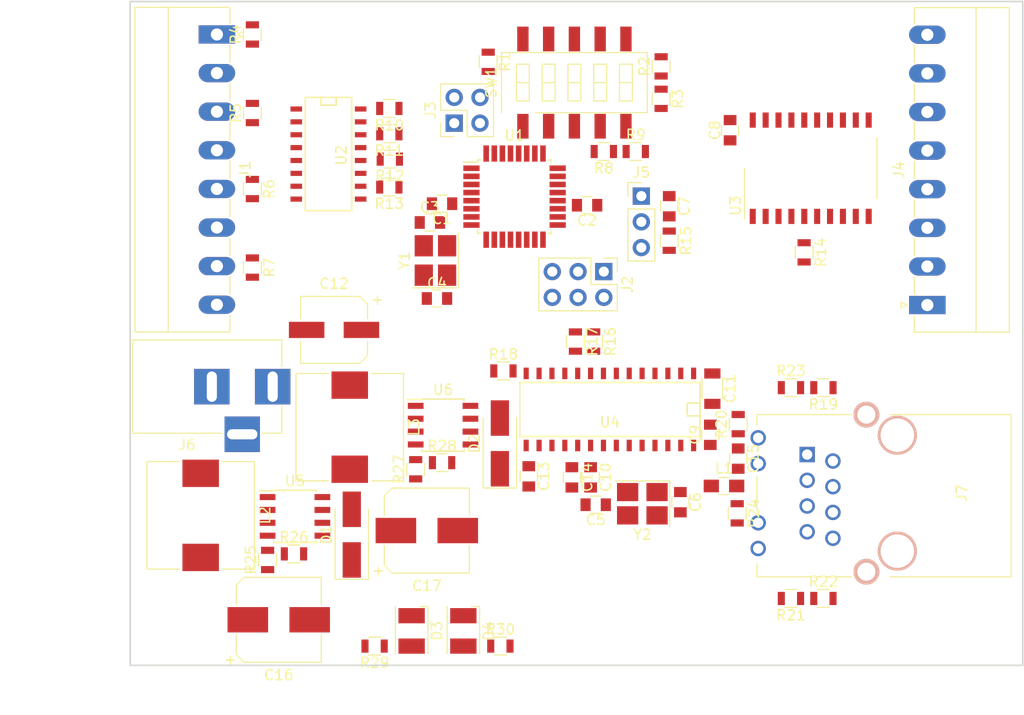
<source format=kicad_pcb>
(kicad_pcb (version 20171130) (host pcbnew 5.0.0-fee4fd1~66~ubuntu16.04.1)

  (general
    (thickness 1.6)
    (drawings 6)
    (tracks 0)
    (zones 0)
    (modules 70)
    (nets 70)
  )

  (page A4)
  (layers
    (0 F.Cu signal)
    (31 B.Cu signal)
    (32 B.Adhes user)
    (33 F.Adhes user)
    (34 B.Paste user)
    (35 F.Paste user)
    (36 B.SilkS user)
    (37 F.SilkS user)
    (38 B.Mask user)
    (39 F.Mask user)
    (40 Dwgs.User user)
    (41 Cmts.User user)
    (42 Eco1.User user)
    (43 Eco2.User user)
    (44 Edge.Cuts user)
    (45 Margin user)
    (46 B.CrtYd user)
    (47 F.CrtYd user)
    (48 B.Fab user)
    (49 F.Fab user hide)
  )

  (setup
    (last_trace_width 0.4)
    (trace_clearance 0.2)
    (zone_clearance 0.508)
    (zone_45_only no)
    (trace_min 0.2)
    (segment_width 0.2)
    (edge_width 0.15)
    (via_size 0.6)
    (via_drill 0.4)
    (via_min_size 0.4)
    (via_min_drill 0.3)
    (uvia_size 0.3)
    (uvia_drill 0.1)
    (uvias_allowed no)
    (uvia_min_size 0.2)
    (uvia_min_drill 0.1)
    (pcb_text_width 0.3)
    (pcb_text_size 1.5 1.5)
    (mod_edge_width 0.15)
    (mod_text_size 1 1)
    (mod_text_width 0.15)
    (pad_size 1.524 1.524)
    (pad_drill 0.762)
    (pad_to_mask_clearance 0.2)
    (aux_axis_origin 0 0)
    (grid_origin 61.95 123.5)
    (visible_elements FFFDFF7F)
    (pcbplotparams
      (layerselection 0x010fc_ffffffff)
      (usegerberextensions false)
      (usegerberattributes false)
      (usegerberadvancedattributes false)
      (creategerberjobfile false)
      (excludeedgelayer true)
      (linewidth 0.100000)
      (plotframeref false)
      (viasonmask false)
      (mode 1)
      (useauxorigin false)
      (hpglpennumber 1)
      (hpglpenspeed 20)
      (hpglpendiameter 15.000000)
      (psnegative false)
      (psa4output false)
      (plotreference true)
      (plotvalue true)
      (plotinvisibletext false)
      (padsonsilk false)
      (subtractmaskfromsilk false)
      (outputformat 1)
      (mirror false)
      (drillshape 1)
      (scaleselection 1)
      (outputdirectory ""))
  )

  (net 0 "")
  (net 1 +5V)
  (net 2 GND)
  (net 3 "Net-(C2-Pad2)")
  (net 4 "Net-(C3-Pad2)")
  (net 5 "Net-(C4-Pad2)")
  (net 6 "Net-(C5-Pad1)")
  (net 7 "Net-(C6-Pad1)")
  (net 8 /RESET)
  (net 9 "Net-(C7-Pad1)")
  (net 10 +3V3)
  (net 11 "Net-(C11-Pad1)")
  (net 12 "Net-(C12-Pad1)")
  (net 13 "Net-(C15-Pad2)")
  (net 14 "Net-(D1-Pad1)")
  (net 15 "Net-(D2-Pad1)")
  (net 16 "Net-(D3-Pad2)")
  (net 17 "Net-(D4-Pad2)")
  (net 18 "Net-(J1-Pad1)")
  (net 19 "Net-(J1-Pad2)")
  (net 20 "Net-(J1-Pad3)")
  (net 21 "Net-(J1-Pad4)")
  (net 22 "Net-(J1-Pad5)")
  (net 23 "Net-(J1-Pad6)")
  (net 24 "Net-(J1-Pad7)")
  (net 25 "Net-(J1-Pad8)")
  (net 26 /DI)
  (net 27 /DO)
  (net 28 /CLK)
  (net 29 /TX)
  (net 30 "Net-(J3-Pad2)")
  (net 31 /RX)
  (net 32 "Net-(J4-Pad8)")
  (net 33 "Net-(J4-Pad7)")
  (net 34 "Net-(J4-Pad6)")
  (net 35 "Net-(J4-Pad5)")
  (net 36 "Net-(J4-Pad4)")
  (net 37 "Net-(J4-Pad3)")
  (net 38 "Net-(J4-Pad2)")
  (net 39 "Net-(J4-Pad1)")
  (net 40 /TPOUT+)
  (net 41 "Net-(J7-PadGK)")
  (net 42 "Net-(J7-PadYA)")
  (net 43 "Net-(J7-PadGA)")
  (net 44 "Net-(J7-PadYK)")
  (net 45 /TPOUT-)
  (net 46 /TPIN+)
  (net 47 /TPIN-)
  (net 48 /IP0)
  (net 49 /IP1)
  (net 50 /IP2)
  (net 51 "Net-(R4-Pad1)")
  (net 52 "Net-(R5-Pad1)")
  (net 53 "Net-(R6-Pad1)")
  (net 54 "Net-(R7-Pad1)")
  (net 55 /IP3)
  (net 56 /IN/OUT)
  (net 57 "Net-(R14-Pad1)")
  (net 58 "Net-(R16-Pad2)")
  (net 59 "Net-(R17-Pad2)")
  (net 60 "Net-(R18-Pad2)")
  (net 61 "Net-(R25-Pad2)")
  (net 62 "Net-(R27-Pad2)")
  (net 63 "Net-(U1-Pad11)")
  (net 64 "Net-(U1-Pad10)")
  (net 65 "Net-(U1-Pad9)")
  (net 66 /IN1)
  (net 67 /IN2)
  (net 68 /IN3)
  (net 69 /IN4)

  (net_class Default "This is the default net class."
    (clearance 0.2)
    (trace_width 0.4)
    (via_dia 0.6)
    (via_drill 0.4)
    (uvia_dia 0.3)
    (uvia_drill 0.1)
    (add_net /CLK)
    (add_net /DI)
    (add_net /DO)
    (add_net /IN/OUT)
    (add_net /IN1)
    (add_net /IN2)
    (add_net /IN3)
    (add_net /IN4)
    (add_net /IP0)
    (add_net /IP1)
    (add_net /IP2)
    (add_net /IP3)
    (add_net /RESET)
    (add_net /RX)
    (add_net /TPIN+)
    (add_net /TPIN-)
    (add_net /TPOUT+)
    (add_net /TPOUT-)
    (add_net /TX)
    (add_net GND)
    (add_net "Net-(C11-Pad1)")
    (add_net "Net-(C12-Pad1)")
    (add_net "Net-(C15-Pad2)")
    (add_net "Net-(C2-Pad2)")
    (add_net "Net-(C3-Pad2)")
    (add_net "Net-(C4-Pad2)")
    (add_net "Net-(C5-Pad1)")
    (add_net "Net-(C6-Pad1)")
    (add_net "Net-(C7-Pad1)")
    (add_net "Net-(D1-Pad1)")
    (add_net "Net-(D2-Pad1)")
    (add_net "Net-(D3-Pad2)")
    (add_net "Net-(D4-Pad2)")
    (add_net "Net-(J1-Pad1)")
    (add_net "Net-(J1-Pad2)")
    (add_net "Net-(J1-Pad3)")
    (add_net "Net-(J1-Pad4)")
    (add_net "Net-(J1-Pad5)")
    (add_net "Net-(J1-Pad6)")
    (add_net "Net-(J1-Pad7)")
    (add_net "Net-(J1-Pad8)")
    (add_net "Net-(J3-Pad2)")
    (add_net "Net-(J4-Pad1)")
    (add_net "Net-(J4-Pad2)")
    (add_net "Net-(J4-Pad3)")
    (add_net "Net-(J4-Pad4)")
    (add_net "Net-(J4-Pad5)")
    (add_net "Net-(J4-Pad6)")
    (add_net "Net-(J4-Pad7)")
    (add_net "Net-(J4-Pad8)")
    (add_net "Net-(J7-PadGA)")
    (add_net "Net-(J7-PadGK)")
    (add_net "Net-(J7-PadYA)")
    (add_net "Net-(J7-PadYK)")
    (add_net "Net-(R14-Pad1)")
    (add_net "Net-(R16-Pad2)")
    (add_net "Net-(R17-Pad2)")
    (add_net "Net-(R18-Pad2)")
    (add_net "Net-(R25-Pad2)")
    (add_net "Net-(R27-Pad2)")
    (add_net "Net-(R4-Pad1)")
    (add_net "Net-(R5-Pad1)")
    (add_net "Net-(R6-Pad1)")
    (add_net "Net-(R7-Pad1)")
    (add_net "Net-(U1-Pad10)")
    (add_net "Net-(U1-Pad11)")
    (add_net "Net-(U1-Pad9)")
  )

  (net_class Power ""
    (clearance 0.3)
    (trace_width 0.5)
    (via_dia 0.8)
    (via_drill 0.6)
    (uvia_dia 0.3)
    (uvia_drill 0.1)
    (add_net +3V3)
    (add_net +5V)
  )

  (module Capacitors_SMD:C_0805 (layer F.Cu) (tedit 58AA8463) (tstamp 5B6C4E00)
    (at 92.7 77.95 180)
    (descr "Capacitor SMD 0805, reflow soldering, AVX (see smccp.pdf)")
    (tags "capacitor 0805")
    (path /5B32A8F2)
    (attr smd)
    (fp_text reference C1 (at 0 -1.5 180) (layer F.SilkS)
      (effects (font (size 1 1) (thickness 0.15)))
    )
    (fp_text value 100nF (at 0 1.75 180) (layer F.Fab)
      (effects (font (size 1 1) (thickness 0.15)))
    )
    (fp_text user %R (at 0 -1.5 180) (layer F.Fab)
      (effects (font (size 1 1) (thickness 0.15)))
    )
    (fp_line (start -1 0.62) (end -1 -0.62) (layer F.Fab) (width 0.1))
    (fp_line (start 1 0.62) (end -1 0.62) (layer F.Fab) (width 0.1))
    (fp_line (start 1 -0.62) (end 1 0.62) (layer F.Fab) (width 0.1))
    (fp_line (start -1 -0.62) (end 1 -0.62) (layer F.Fab) (width 0.1))
    (fp_line (start 0.5 -0.85) (end -0.5 -0.85) (layer F.SilkS) (width 0.12))
    (fp_line (start -0.5 0.85) (end 0.5 0.85) (layer F.SilkS) (width 0.12))
    (fp_line (start -1.75 -0.88) (end 1.75 -0.88) (layer F.CrtYd) (width 0.05))
    (fp_line (start -1.75 -0.88) (end -1.75 0.87) (layer F.CrtYd) (width 0.05))
    (fp_line (start 1.75 0.87) (end 1.75 -0.88) (layer F.CrtYd) (width 0.05))
    (fp_line (start 1.75 0.87) (end -1.75 0.87) (layer F.CrtYd) (width 0.05))
    (pad 1 smd rect (at -1 0 180) (size 1 1.25) (layers F.Cu F.Paste F.Mask)
      (net 1 +5V))
    (pad 2 smd rect (at 1 0 180) (size 1 1.25) (layers F.Cu F.Paste F.Mask)
      (net 2 GND))
    (model Capacitors_SMD.3dshapes/C_0805.wrl
      (at (xyz 0 0 0))
      (scale (xyz 1 1 1))
      (rotate (xyz 0 0 0))
    )
  )

  (module Capacitors_SMD:C_0805 (layer F.Cu) (tedit 58AA8463) (tstamp 5B6C4E11)
    (at 107 78.1 180)
    (descr "Capacitor SMD 0805, reflow soldering, AVX (see smccp.pdf)")
    (tags "capacitor 0805")
    (path /5B409300)
    (attr smd)
    (fp_text reference C2 (at 0 -1.5 180) (layer F.SilkS)
      (effects (font (size 1 1) (thickness 0.15)))
    )
    (fp_text value 100nF (at 0 1.75 180) (layer F.Fab)
      (effects (font (size 1 1) (thickness 0.15)))
    )
    (fp_line (start 1.75 0.87) (end -1.75 0.87) (layer F.CrtYd) (width 0.05))
    (fp_line (start 1.75 0.87) (end 1.75 -0.88) (layer F.CrtYd) (width 0.05))
    (fp_line (start -1.75 -0.88) (end -1.75 0.87) (layer F.CrtYd) (width 0.05))
    (fp_line (start -1.75 -0.88) (end 1.75 -0.88) (layer F.CrtYd) (width 0.05))
    (fp_line (start -0.5 0.85) (end 0.5 0.85) (layer F.SilkS) (width 0.12))
    (fp_line (start 0.5 -0.85) (end -0.5 -0.85) (layer F.SilkS) (width 0.12))
    (fp_line (start -1 -0.62) (end 1 -0.62) (layer F.Fab) (width 0.1))
    (fp_line (start 1 -0.62) (end 1 0.62) (layer F.Fab) (width 0.1))
    (fp_line (start 1 0.62) (end -1 0.62) (layer F.Fab) (width 0.1))
    (fp_line (start -1 0.62) (end -1 -0.62) (layer F.Fab) (width 0.1))
    (fp_text user %R (at 0 -1.5 180) (layer F.Fab)
      (effects (font (size 1 1) (thickness 0.15)))
    )
    (pad 2 smd rect (at 1 0 180) (size 1 1.25) (layers F.Cu F.Paste F.Mask)
      (net 3 "Net-(C2-Pad2)"))
    (pad 1 smd rect (at -1 0 180) (size 1 1.25) (layers F.Cu F.Paste F.Mask)
      (net 2 GND))
    (model Capacitors_SMD.3dshapes/C_0805.wrl
      (at (xyz 0 0 0))
      (scale (xyz 1 1 1))
      (rotate (xyz 0 0 0))
    )
  )

  (module Capacitors_SMD:C_0805 (layer F.Cu) (tedit 58AA8463) (tstamp 5BB77E33)
    (at 91.5 79.8)
    (descr "Capacitor SMD 0805, reflow soldering, AVX (see smccp.pdf)")
    (tags "capacitor 0805")
    (path /5B362EA6)
    (attr smd)
    (fp_text reference C3 (at 0 -1.5) (layer F.SilkS)
      (effects (font (size 1 1) (thickness 0.15)))
    )
    (fp_text value 22pF (at 0 1.75) (layer F.Fab)
      (effects (font (size 1 1) (thickness 0.15)))
    )
    (fp_text user %R (at 0 -1.5) (layer F.Fab)
      (effects (font (size 1 1) (thickness 0.15)))
    )
    (fp_line (start -1 0.62) (end -1 -0.62) (layer F.Fab) (width 0.1))
    (fp_line (start 1 0.62) (end -1 0.62) (layer F.Fab) (width 0.1))
    (fp_line (start 1 -0.62) (end 1 0.62) (layer F.Fab) (width 0.1))
    (fp_line (start -1 -0.62) (end 1 -0.62) (layer F.Fab) (width 0.1))
    (fp_line (start 0.5 -0.85) (end -0.5 -0.85) (layer F.SilkS) (width 0.12))
    (fp_line (start -0.5 0.85) (end 0.5 0.85) (layer F.SilkS) (width 0.12))
    (fp_line (start -1.75 -0.88) (end 1.75 -0.88) (layer F.CrtYd) (width 0.05))
    (fp_line (start -1.75 -0.88) (end -1.75 0.87) (layer F.CrtYd) (width 0.05))
    (fp_line (start 1.75 0.87) (end 1.75 -0.88) (layer F.CrtYd) (width 0.05))
    (fp_line (start 1.75 0.87) (end -1.75 0.87) (layer F.CrtYd) (width 0.05))
    (pad 1 smd rect (at -1 0) (size 1 1.25) (layers F.Cu F.Paste F.Mask)
      (net 2 GND))
    (pad 2 smd rect (at 1 0) (size 1 1.25) (layers F.Cu F.Paste F.Mask)
      (net 4 "Net-(C3-Pad2)"))
    (model Capacitors_SMD.3dshapes/C_0805.wrl
      (at (xyz 0 0 0))
      (scale (xyz 1 1 1))
      (rotate (xyz 0 0 0))
    )
  )

  (module Capacitors_SMD:C_0805 (layer F.Cu) (tedit 58AA8463) (tstamp 5BB77E63)
    (at 92.2 87.3)
    (descr "Capacitor SMD 0805, reflow soldering, AVX (see smccp.pdf)")
    (tags "capacitor 0805")
    (path /5B362E27)
    (attr smd)
    (fp_text reference C4 (at 0 -1.5) (layer F.SilkS)
      (effects (font (size 1 1) (thickness 0.15)))
    )
    (fp_text value 22pF (at 0 1.75) (layer F.Fab)
      (effects (font (size 1 1) (thickness 0.15)))
    )
    (fp_line (start 1.75 0.87) (end -1.75 0.87) (layer F.CrtYd) (width 0.05))
    (fp_line (start 1.75 0.87) (end 1.75 -0.88) (layer F.CrtYd) (width 0.05))
    (fp_line (start -1.75 -0.88) (end -1.75 0.87) (layer F.CrtYd) (width 0.05))
    (fp_line (start -1.75 -0.88) (end 1.75 -0.88) (layer F.CrtYd) (width 0.05))
    (fp_line (start -0.5 0.85) (end 0.5 0.85) (layer F.SilkS) (width 0.12))
    (fp_line (start 0.5 -0.85) (end -0.5 -0.85) (layer F.SilkS) (width 0.12))
    (fp_line (start -1 -0.62) (end 1 -0.62) (layer F.Fab) (width 0.1))
    (fp_line (start 1 -0.62) (end 1 0.62) (layer F.Fab) (width 0.1))
    (fp_line (start 1 0.62) (end -1 0.62) (layer F.Fab) (width 0.1))
    (fp_line (start -1 0.62) (end -1 -0.62) (layer F.Fab) (width 0.1))
    (fp_text user %R (at 0 -1.5) (layer F.Fab)
      (effects (font (size 1 1) (thickness 0.15)))
    )
    (pad 2 smd rect (at 1 0) (size 1 1.25) (layers F.Cu F.Paste F.Mask)
      (net 5 "Net-(C4-Pad2)"))
    (pad 1 smd rect (at -1 0) (size 1 1.25) (layers F.Cu F.Paste F.Mask)
      (net 2 GND))
    (model Capacitors_SMD.3dshapes/C_0805.wrl
      (at (xyz 0 0 0))
      (scale (xyz 1 1 1))
      (rotate (xyz 0 0 0))
    )
  )

  (module Capacitors_SMD:C_0805 (layer F.Cu) (tedit 58AA8463) (tstamp 5BB79DF6)
    (at 107.85 107.65 180)
    (descr "Capacitor SMD 0805, reflow soldering, AVX (see smccp.pdf)")
    (tags "capacitor 0805")
    (path /5B3B9095)
    (attr smd)
    (fp_text reference C5 (at 0 -1.5 180) (layer F.SilkS)
      (effects (font (size 1 1) (thickness 0.15)))
    )
    (fp_text value 18pF (at 0 1.75 180) (layer F.Fab)
      (effects (font (size 1 1) (thickness 0.15)))
    )
    (fp_line (start 1.75 0.87) (end -1.75 0.87) (layer F.CrtYd) (width 0.05))
    (fp_line (start 1.75 0.87) (end 1.75 -0.88) (layer F.CrtYd) (width 0.05))
    (fp_line (start -1.75 -0.88) (end -1.75 0.87) (layer F.CrtYd) (width 0.05))
    (fp_line (start -1.75 -0.88) (end 1.75 -0.88) (layer F.CrtYd) (width 0.05))
    (fp_line (start -0.5 0.85) (end 0.5 0.85) (layer F.SilkS) (width 0.12))
    (fp_line (start 0.5 -0.85) (end -0.5 -0.85) (layer F.SilkS) (width 0.12))
    (fp_line (start -1 -0.62) (end 1 -0.62) (layer F.Fab) (width 0.1))
    (fp_line (start 1 -0.62) (end 1 0.62) (layer F.Fab) (width 0.1))
    (fp_line (start 1 0.62) (end -1 0.62) (layer F.Fab) (width 0.1))
    (fp_line (start -1 0.62) (end -1 -0.62) (layer F.Fab) (width 0.1))
    (fp_text user %R (at 0 -1.5 180) (layer F.Fab)
      (effects (font (size 1 1) (thickness 0.15)))
    )
    (pad 2 smd rect (at 1 0 180) (size 1 1.25) (layers F.Cu F.Paste F.Mask)
      (net 2 GND))
    (pad 1 smd rect (at -1 0 180) (size 1 1.25) (layers F.Cu F.Paste F.Mask)
      (net 6 "Net-(C5-Pad1)"))
    (model Capacitors_SMD.3dshapes/C_0805.wrl
      (at (xyz 0 0 0))
      (scale (xyz 1 1 1))
      (rotate (xyz 0 0 0))
    )
  )

  (module Capacitors_SMD:C_0805 (layer F.Cu) (tedit 58AA8463) (tstamp 5BB79E26)
    (at 116.2 107.4 270)
    (descr "Capacitor SMD 0805, reflow soldering, AVX (see smccp.pdf)")
    (tags "capacitor 0805")
    (path /5B3B9146)
    (attr smd)
    (fp_text reference C6 (at 0 -1.5 270) (layer F.SilkS)
      (effects (font (size 1 1) (thickness 0.15)))
    )
    (fp_text value 18pF (at 0 1.75 270) (layer F.Fab)
      (effects (font (size 1 1) (thickness 0.15)))
    )
    (fp_text user %R (at 0 -1.5 270) (layer F.Fab)
      (effects (font (size 1 1) (thickness 0.15)))
    )
    (fp_line (start -1 0.62) (end -1 -0.62) (layer F.Fab) (width 0.1))
    (fp_line (start 1 0.62) (end -1 0.62) (layer F.Fab) (width 0.1))
    (fp_line (start 1 -0.62) (end 1 0.62) (layer F.Fab) (width 0.1))
    (fp_line (start -1 -0.62) (end 1 -0.62) (layer F.Fab) (width 0.1))
    (fp_line (start 0.5 -0.85) (end -0.5 -0.85) (layer F.SilkS) (width 0.12))
    (fp_line (start -0.5 0.85) (end 0.5 0.85) (layer F.SilkS) (width 0.12))
    (fp_line (start -1.75 -0.88) (end 1.75 -0.88) (layer F.CrtYd) (width 0.05))
    (fp_line (start -1.75 -0.88) (end -1.75 0.87) (layer F.CrtYd) (width 0.05))
    (fp_line (start 1.75 0.87) (end 1.75 -0.88) (layer F.CrtYd) (width 0.05))
    (fp_line (start 1.75 0.87) (end -1.75 0.87) (layer F.CrtYd) (width 0.05))
    (pad 1 smd rect (at -1 0 270) (size 1 1.25) (layers F.Cu F.Paste F.Mask)
      (net 7 "Net-(C6-Pad1)"))
    (pad 2 smd rect (at 1 0 270) (size 1 1.25) (layers F.Cu F.Paste F.Mask)
      (net 2 GND))
    (model Capacitors_SMD.3dshapes/C_0805.wrl
      (at (xyz 0 0 0))
      (scale (xyz 1 1 1))
      (rotate (xyz 0 0 0))
    )
  )

  (module Capacitors_SMD:C_0805 (layer F.Cu) (tedit 58AA8463) (tstamp 5B6C4E66)
    (at 115.1 78.2 270)
    (descr "Capacitor SMD 0805, reflow soldering, AVX (see smccp.pdf)")
    (tags "capacitor 0805")
    (path /5B3E8AC7)
    (attr smd)
    (fp_text reference C7 (at 0 -1.5 270) (layer F.SilkS)
      (effects (font (size 1 1) (thickness 0.15)))
    )
    (fp_text value 100nF (at 0 1.75 270) (layer F.Fab)
      (effects (font (size 1 1) (thickness 0.15)))
    )
    (fp_line (start 1.75 0.87) (end -1.75 0.87) (layer F.CrtYd) (width 0.05))
    (fp_line (start 1.75 0.87) (end 1.75 -0.88) (layer F.CrtYd) (width 0.05))
    (fp_line (start -1.75 -0.88) (end -1.75 0.87) (layer F.CrtYd) (width 0.05))
    (fp_line (start -1.75 -0.88) (end 1.75 -0.88) (layer F.CrtYd) (width 0.05))
    (fp_line (start -0.5 0.85) (end 0.5 0.85) (layer F.SilkS) (width 0.12))
    (fp_line (start 0.5 -0.85) (end -0.5 -0.85) (layer F.SilkS) (width 0.12))
    (fp_line (start -1 -0.62) (end 1 -0.62) (layer F.Fab) (width 0.1))
    (fp_line (start 1 -0.62) (end 1 0.62) (layer F.Fab) (width 0.1))
    (fp_line (start 1 0.62) (end -1 0.62) (layer F.Fab) (width 0.1))
    (fp_line (start -1 0.62) (end -1 -0.62) (layer F.Fab) (width 0.1))
    (fp_text user %R (at 0 -1.5 270) (layer F.Fab)
      (effects (font (size 1 1) (thickness 0.15)))
    )
    (pad 2 smd rect (at 1 0 270) (size 1 1.25) (layers F.Cu F.Paste F.Mask)
      (net 8 /RESET))
    (pad 1 smd rect (at -1 0 270) (size 1 1.25) (layers F.Cu F.Paste F.Mask)
      (net 9 "Net-(C7-Pad1)"))
    (model Capacitors_SMD.3dshapes/C_0805.wrl
      (at (xyz 0 0 0))
      (scale (xyz 1 1 1))
      (rotate (xyz 0 0 0))
    )
  )

  (module Capacitors_SMD:C_0805 (layer F.Cu) (tedit 58AA8463) (tstamp 5B6C4E77)
    (at 121.1 70.7 90)
    (descr "Capacitor SMD 0805, reflow soldering, AVX (see smccp.pdf)")
    (tags "capacitor 0805")
    (path /5B407AAD)
    (attr smd)
    (fp_text reference C8 (at 0 -1.5 90) (layer F.SilkS)
      (effects (font (size 1 1) (thickness 0.15)))
    )
    (fp_text value 100nF (at 0 1.75 90) (layer F.Fab)
      (effects (font (size 1 1) (thickness 0.15)))
    )
    (fp_text user %R (at 0 -1.5 90) (layer F.Fab)
      (effects (font (size 1 1) (thickness 0.15)))
    )
    (fp_line (start -1 0.62) (end -1 -0.62) (layer F.Fab) (width 0.1))
    (fp_line (start 1 0.62) (end -1 0.62) (layer F.Fab) (width 0.1))
    (fp_line (start 1 -0.62) (end 1 0.62) (layer F.Fab) (width 0.1))
    (fp_line (start -1 -0.62) (end 1 -0.62) (layer F.Fab) (width 0.1))
    (fp_line (start 0.5 -0.85) (end -0.5 -0.85) (layer F.SilkS) (width 0.12))
    (fp_line (start -0.5 0.85) (end 0.5 0.85) (layer F.SilkS) (width 0.12))
    (fp_line (start -1.75 -0.88) (end 1.75 -0.88) (layer F.CrtYd) (width 0.05))
    (fp_line (start -1.75 -0.88) (end -1.75 0.87) (layer F.CrtYd) (width 0.05))
    (fp_line (start 1.75 0.87) (end 1.75 -0.88) (layer F.CrtYd) (width 0.05))
    (fp_line (start 1.75 0.87) (end -1.75 0.87) (layer F.CrtYd) (width 0.05))
    (pad 1 smd rect (at -1 0 90) (size 1 1.25) (layers F.Cu F.Paste F.Mask)
      (net 2 GND))
    (pad 2 smd rect (at 1 0 90) (size 1 1.25) (layers F.Cu F.Paste F.Mask)
      (net 1 +5V))
    (model Capacitors_SMD.3dshapes/C_0805.wrl
      (at (xyz 0 0 0))
      (scale (xyz 1 1 1))
      (rotate (xyz 0 0 0))
    )
  )

  (module Capacitors_SMD:C_0805 (layer F.Cu) (tedit 58AA8463) (tstamp 5BB79F16)
    (at 119.15 100.75 90)
    (descr "Capacitor SMD 0805, reflow soldering, AVX (see smccp.pdf)")
    (tags "capacitor 0805")
    (path /5B3AC5EA)
    (attr smd)
    (fp_text reference C9 (at 0 -1.5 90) (layer F.SilkS)
      (effects (font (size 1 1) (thickness 0.15)))
    )
    (fp_text value 100nF (at 0 1.75 90) (layer F.Fab)
      (effects (font (size 1 1) (thickness 0.15)))
    )
    (fp_line (start 1.75 0.87) (end -1.75 0.87) (layer F.CrtYd) (width 0.05))
    (fp_line (start 1.75 0.87) (end 1.75 -0.88) (layer F.CrtYd) (width 0.05))
    (fp_line (start -1.75 -0.88) (end -1.75 0.87) (layer F.CrtYd) (width 0.05))
    (fp_line (start -1.75 -0.88) (end 1.75 -0.88) (layer F.CrtYd) (width 0.05))
    (fp_line (start -0.5 0.85) (end 0.5 0.85) (layer F.SilkS) (width 0.12))
    (fp_line (start 0.5 -0.85) (end -0.5 -0.85) (layer F.SilkS) (width 0.12))
    (fp_line (start -1 -0.62) (end 1 -0.62) (layer F.Fab) (width 0.1))
    (fp_line (start 1 -0.62) (end 1 0.62) (layer F.Fab) (width 0.1))
    (fp_line (start 1 0.62) (end -1 0.62) (layer F.Fab) (width 0.1))
    (fp_line (start -1 0.62) (end -1 -0.62) (layer F.Fab) (width 0.1))
    (fp_text user %R (at 0 -1.5 90) (layer F.Fab)
      (effects (font (size 1 1) (thickness 0.15)))
    )
    (pad 2 smd rect (at 1 0 90) (size 1 1.25) (layers F.Cu F.Paste F.Mask)
      (net 2 GND))
    (pad 1 smd rect (at -1 0 90) (size 1 1.25) (layers F.Cu F.Paste F.Mask)
      (net 10 +3V3))
    (model Capacitors_SMD.3dshapes/C_0805.wrl
      (at (xyz 0 0 0))
      (scale (xyz 1 1 1))
      (rotate (xyz 0 0 0))
    )
  )

  (module Capacitors_SMD:C_0805 (layer F.Cu) (tedit 58AA8463) (tstamp 5BB79EB6)
    (at 107.35 104.95 270)
    (descr "Capacitor SMD 0805, reflow soldering, AVX (see smccp.pdf)")
    (tags "capacitor 0805")
    (path /5B3AC8D8)
    (attr smd)
    (fp_text reference C10 (at 0 -1.5 270) (layer F.SilkS)
      (effects (font (size 1 1) (thickness 0.15)))
    )
    (fp_text value 100nF (at 0 1.75 270) (layer F.Fab)
      (effects (font (size 1 1) (thickness 0.15)))
    )
    (fp_text user %R (at 0 -1.5 270) (layer F.Fab)
      (effects (font (size 1 1) (thickness 0.15)))
    )
    (fp_line (start -1 0.62) (end -1 -0.62) (layer F.Fab) (width 0.1))
    (fp_line (start 1 0.62) (end -1 0.62) (layer F.Fab) (width 0.1))
    (fp_line (start 1 -0.62) (end 1 0.62) (layer F.Fab) (width 0.1))
    (fp_line (start -1 -0.62) (end 1 -0.62) (layer F.Fab) (width 0.1))
    (fp_line (start 0.5 -0.85) (end -0.5 -0.85) (layer F.SilkS) (width 0.12))
    (fp_line (start -0.5 0.85) (end 0.5 0.85) (layer F.SilkS) (width 0.12))
    (fp_line (start -1.75 -0.88) (end 1.75 -0.88) (layer F.CrtYd) (width 0.05))
    (fp_line (start -1.75 -0.88) (end -1.75 0.87) (layer F.CrtYd) (width 0.05))
    (fp_line (start 1.75 0.87) (end 1.75 -0.88) (layer F.CrtYd) (width 0.05))
    (fp_line (start 1.75 0.87) (end -1.75 0.87) (layer F.CrtYd) (width 0.05))
    (pad 1 smd rect (at -1 0 270) (size 1 1.25) (layers F.Cu F.Paste F.Mask)
      (net 10 +3V3))
    (pad 2 smd rect (at 1 0 270) (size 1 1.25) (layers F.Cu F.Paste F.Mask)
      (net 2 GND))
    (model Capacitors_SMD.3dshapes/C_0805.wrl
      (at (xyz 0 0 0))
      (scale (xyz 1 1 1))
      (rotate (xyz 0 0 0))
    )
  )

  (module Capacitors_SMD:C_1206 (layer F.Cu) (tedit 58AA84B8) (tstamp 5BB79E56)
    (at 119.35 96.2 270)
    (descr "Capacitor SMD 1206, reflow soldering, AVX (see smccp.pdf)")
    (tags "capacitor 1206")
    (path /5B3B57F5)
    (attr smd)
    (fp_text reference C11 (at 0 -1.75 270) (layer F.SilkS)
      (effects (font (size 1 1) (thickness 0.15)))
    )
    (fp_text value 10uF (at 0 2 270) (layer F.Fab)
      (effects (font (size 1 1) (thickness 0.15)))
    )
    (fp_line (start 2.25 1.05) (end -2.25 1.05) (layer F.CrtYd) (width 0.05))
    (fp_line (start 2.25 1.05) (end 2.25 -1.05) (layer F.CrtYd) (width 0.05))
    (fp_line (start -2.25 -1.05) (end -2.25 1.05) (layer F.CrtYd) (width 0.05))
    (fp_line (start -2.25 -1.05) (end 2.25 -1.05) (layer F.CrtYd) (width 0.05))
    (fp_line (start -1 1.02) (end 1 1.02) (layer F.SilkS) (width 0.12))
    (fp_line (start 1 -1.02) (end -1 -1.02) (layer F.SilkS) (width 0.12))
    (fp_line (start -1.6 -0.8) (end 1.6 -0.8) (layer F.Fab) (width 0.1))
    (fp_line (start 1.6 -0.8) (end 1.6 0.8) (layer F.Fab) (width 0.1))
    (fp_line (start 1.6 0.8) (end -1.6 0.8) (layer F.Fab) (width 0.1))
    (fp_line (start -1.6 0.8) (end -1.6 -0.8) (layer F.Fab) (width 0.1))
    (fp_text user %R (at 0 -1.75 270) (layer F.Fab)
      (effects (font (size 1 1) (thickness 0.15)))
    )
    (pad 2 smd rect (at 1.5 0 270) (size 1 1.6) (layers F.Cu F.Paste F.Mask)
      (net 2 GND))
    (pad 1 smd rect (at -1.5 0 270) (size 1 1.6) (layers F.Cu F.Paste F.Mask)
      (net 11 "Net-(C11-Pad1)"))
    (model Capacitors_SMD.3dshapes/C_1206.wrl
      (at (xyz 0 0 0))
      (scale (xyz 1 1 1))
      (rotate (xyz 0 0 0))
    )
  )

  (module Capacitors_SMD:CP_Elec_6.3x5.7 (layer F.Cu) (tedit 58AA8B43) (tstamp 5B6C4EC6)
    (at 82.05 90.4 180)
    (descr "SMT capacitor, aluminium electrolytic, 6.3x5.7")
    (path /5B321F5E)
    (attr smd)
    (fp_text reference C12 (at 0 4.56 180) (layer F.SilkS)
      (effects (font (size 1 1) (thickness 0.15)))
    )
    (fp_text value 22uF/50V (at 0 -4.56 180) (layer F.Fab)
      (effects (font (size 1 1) (thickness 0.15)))
    )
    (fp_line (start 4.7 3.4) (end -4.7 3.4) (layer F.CrtYd) (width 0.05))
    (fp_line (start 4.7 3.4) (end 4.7 -3.4) (layer F.CrtYd) (width 0.05))
    (fp_line (start -4.7 -3.4) (end -4.7 3.4) (layer F.CrtYd) (width 0.05))
    (fp_line (start -4.7 -3.4) (end 4.7 -3.4) (layer F.CrtYd) (width 0.05))
    (fp_line (start -2.54 -3.3) (end 3.3 -3.3) (layer F.SilkS) (width 0.12))
    (fp_line (start -3.3 -2.54) (end -2.54 -3.3) (layer F.SilkS) (width 0.12))
    (fp_line (start -2.54 3.3) (end -3.3 2.54) (layer F.SilkS) (width 0.12))
    (fp_line (start 3.3 3.3) (end -2.54 3.3) (layer F.SilkS) (width 0.12))
    (fp_line (start -3.3 -2.54) (end -3.3 -1.12) (layer F.SilkS) (width 0.12))
    (fp_line (start -3.3 2.54) (end -3.3 1.12) (layer F.SilkS) (width 0.12))
    (fp_line (start 3.3 3.3) (end 3.3 1.12) (layer F.SilkS) (width 0.12))
    (fp_line (start 3.3 -3.3) (end 3.3 -1.12) (layer F.SilkS) (width 0.12))
    (fp_line (start 3.15 -3.15) (end -2.48 -3.15) (layer F.Fab) (width 0.1))
    (fp_line (start -2.48 -3.15) (end -3.15 -2.48) (layer F.Fab) (width 0.1))
    (fp_line (start -3.15 -2.48) (end -3.15 2.48) (layer F.Fab) (width 0.1))
    (fp_line (start -3.15 2.48) (end -2.48 3.15) (layer F.Fab) (width 0.1))
    (fp_line (start -2.48 3.15) (end 3.15 3.15) (layer F.Fab) (width 0.1))
    (fp_line (start 3.15 3.15) (end 3.15 -3.15) (layer F.Fab) (width 0.1))
    (fp_text user %R (at 0 4.56 180) (layer F.Fab)
      (effects (font (size 1 1) (thickness 0.15)))
    )
    (fp_text user + (at -4.28 3.01 180) (layer F.SilkS)
      (effects (font (size 1 1) (thickness 0.15)))
    )
    (fp_text user + (at -1.79 -0.06 180) (layer F.Fab)
      (effects (font (size 1 1) (thickness 0.15)))
    )
    (fp_circle (center 0 0) (end 0.6 3) (layer F.Fab) (width 0.1))
    (pad 2 smd rect (at 2.7 0) (size 3.5 1.6) (layers F.Cu F.Paste F.Mask)
      (net 2 GND))
    (pad 1 smd rect (at -2.7 0) (size 3.5 1.6) (layers F.Cu F.Paste F.Mask)
      (net 12 "Net-(C12-Pad1)"))
    (model Capacitors_SMD.3dshapes/CP_Elec_6.3x5.7.wrl
      (at (xyz 0 0 0))
      (scale (xyz 1 1 1))
      (rotate (xyz 0 0 180))
    )
  )

  (module Capacitors_SMD:C_0805 (layer F.Cu) (tedit 58AA8463) (tstamp 5BB79DC6)
    (at 101.25 104.85 270)
    (descr "Capacitor SMD 0805, reflow soldering, AVX (see smccp.pdf)")
    (tags "capacitor 0805")
    (path /5B3AE8D1)
    (attr smd)
    (fp_text reference C13 (at 0 -1.5 270) (layer F.SilkS)
      (effects (font (size 1 1) (thickness 0.15)))
    )
    (fp_text value 100nF (at 0 1.75 270) (layer F.Fab)
      (effects (font (size 1 1) (thickness 0.15)))
    )
    (fp_text user %R (at 0 -1.5 270) (layer F.Fab)
      (effects (font (size 1 1) (thickness 0.15)))
    )
    (fp_line (start -1 0.62) (end -1 -0.62) (layer F.Fab) (width 0.1))
    (fp_line (start 1 0.62) (end -1 0.62) (layer F.Fab) (width 0.1))
    (fp_line (start 1 -0.62) (end 1 0.62) (layer F.Fab) (width 0.1))
    (fp_line (start -1 -0.62) (end 1 -0.62) (layer F.Fab) (width 0.1))
    (fp_line (start 0.5 -0.85) (end -0.5 -0.85) (layer F.SilkS) (width 0.12))
    (fp_line (start -0.5 0.85) (end 0.5 0.85) (layer F.SilkS) (width 0.12))
    (fp_line (start -1.75 -0.88) (end 1.75 -0.88) (layer F.CrtYd) (width 0.05))
    (fp_line (start -1.75 -0.88) (end -1.75 0.87) (layer F.CrtYd) (width 0.05))
    (fp_line (start 1.75 0.87) (end 1.75 -0.88) (layer F.CrtYd) (width 0.05))
    (fp_line (start 1.75 0.87) (end -1.75 0.87) (layer F.CrtYd) (width 0.05))
    (pad 1 smd rect (at -1 0 270) (size 1 1.25) (layers F.Cu F.Paste F.Mask)
      (net 10 +3V3))
    (pad 2 smd rect (at 1 0 270) (size 1 1.25) (layers F.Cu F.Paste F.Mask)
      (net 2 GND))
    (model Capacitors_SMD.3dshapes/C_0805.wrl
      (at (xyz 0 0 0))
      (scale (xyz 1 1 1))
      (rotate (xyz 0 0 0))
    )
  )

  (module Capacitors_SMD:C_0805 (layer F.Cu) (tedit 58AA8463) (tstamp 5BB79E86)
    (at 105.5 104.95 270)
    (descr "Capacitor SMD 0805, reflow soldering, AVX (see smccp.pdf)")
    (tags "capacitor 0805")
    (path /5B3AE7EF)
    (attr smd)
    (fp_text reference C14 (at 0 -1.5 270) (layer F.SilkS)
      (effects (font (size 1 1) (thickness 0.15)))
    )
    (fp_text value 100nF (at 0 1.75 270) (layer F.Fab)
      (effects (font (size 1 1) (thickness 0.15)))
    )
    (fp_line (start 1.75 0.87) (end -1.75 0.87) (layer F.CrtYd) (width 0.05))
    (fp_line (start 1.75 0.87) (end 1.75 -0.88) (layer F.CrtYd) (width 0.05))
    (fp_line (start -1.75 -0.88) (end -1.75 0.87) (layer F.CrtYd) (width 0.05))
    (fp_line (start -1.75 -0.88) (end 1.75 -0.88) (layer F.CrtYd) (width 0.05))
    (fp_line (start -0.5 0.85) (end 0.5 0.85) (layer F.SilkS) (width 0.12))
    (fp_line (start 0.5 -0.85) (end -0.5 -0.85) (layer F.SilkS) (width 0.12))
    (fp_line (start -1 -0.62) (end 1 -0.62) (layer F.Fab) (width 0.1))
    (fp_line (start 1 -0.62) (end 1 0.62) (layer F.Fab) (width 0.1))
    (fp_line (start 1 0.62) (end -1 0.62) (layer F.Fab) (width 0.1))
    (fp_line (start -1 0.62) (end -1 -0.62) (layer F.Fab) (width 0.1))
    (fp_text user %R (at 0 -1.5 270) (layer F.Fab)
      (effects (font (size 1 1) (thickness 0.15)))
    )
    (pad 2 smd rect (at 1 0 270) (size 1 1.25) (layers F.Cu F.Paste F.Mask)
      (net 2 GND))
    (pad 1 smd rect (at -1 0 270) (size 1 1.25) (layers F.Cu F.Paste F.Mask)
      (net 10 +3V3))
    (model Capacitors_SMD.3dshapes/C_0805.wrl
      (at (xyz 0 0 0))
      (scale (xyz 1 1 1))
      (rotate (xyz 0 0 0))
    )
  )

  (module Capacitors_SMD:C_0805 (layer F.Cu) (tedit 58AA8463) (tstamp 5B6C4EF9)
    (at 121.9 103.1 270)
    (descr "Capacitor SMD 0805, reflow soldering, AVX (see smccp.pdf)")
    (tags "capacitor 0805")
    (path /5B3FA27D)
    (attr smd)
    (fp_text reference C15 (at 0 -1.5 270) (layer F.SilkS)
      (effects (font (size 1 1) (thickness 0.15)))
    )
    (fp_text value 100nF (at 0 1.75 270) (layer F.Fab)
      (effects (font (size 1 1) (thickness 0.15)))
    )
    (fp_line (start 1.75 0.87) (end -1.75 0.87) (layer F.CrtYd) (width 0.05))
    (fp_line (start 1.75 0.87) (end 1.75 -0.88) (layer F.CrtYd) (width 0.05))
    (fp_line (start -1.75 -0.88) (end -1.75 0.87) (layer F.CrtYd) (width 0.05))
    (fp_line (start -1.75 -0.88) (end 1.75 -0.88) (layer F.CrtYd) (width 0.05))
    (fp_line (start -0.5 0.85) (end 0.5 0.85) (layer F.SilkS) (width 0.12))
    (fp_line (start 0.5 -0.85) (end -0.5 -0.85) (layer F.SilkS) (width 0.12))
    (fp_line (start -1 -0.62) (end 1 -0.62) (layer F.Fab) (width 0.1))
    (fp_line (start 1 -0.62) (end 1 0.62) (layer F.Fab) (width 0.1))
    (fp_line (start 1 0.62) (end -1 0.62) (layer F.Fab) (width 0.1))
    (fp_line (start -1 0.62) (end -1 -0.62) (layer F.Fab) (width 0.1))
    (fp_text user %R (at 0 -1.5 270) (layer F.Fab)
      (effects (font (size 1 1) (thickness 0.15)))
    )
    (pad 2 smd rect (at 1 0 270) (size 1 1.25) (layers F.Cu F.Paste F.Mask)
      (net 13 "Net-(C15-Pad2)"))
    (pad 1 smd rect (at -1 0 270) (size 1 1.25) (layers F.Cu F.Paste F.Mask)
      (net 2 GND))
    (model Capacitors_SMD.3dshapes/C_0805.wrl
      (at (xyz 0 0 0))
      (scale (xyz 1 1 1))
      (rotate (xyz 0 0 0))
    )
  )

  (module Capacitors_SMD:CP_Elec_8x10.5 (layer F.Cu) (tedit 58AA8BC3) (tstamp 5B6C4F15)
    (at 76.6 119)
    (descr "SMT capacitor, aluminium electrolytic, 8x10.5")
    (path /5B321FDB)
    (attr smd)
    (fp_text reference C16 (at 0 5.45) (layer F.SilkS)
      (effects (font (size 1 1) (thickness 0.15)))
    )
    (fp_text value 220uF/25V (at 0 -5.45) (layer F.Fab)
      (effects (font (size 1 1) (thickness 0.15)))
    )
    (fp_circle (center 0 0) (end 1.3 3.7) (layer F.Fab) (width 0.1))
    (fp_text user + (at -2.27 -0.08) (layer F.Fab)
      (effects (font (size 1 1) (thickness 0.15)))
    )
    (fp_text user + (at -4.78 3.91) (layer F.SilkS)
      (effects (font (size 1 1) (thickness 0.15)))
    )
    (fp_text user %R (at 0 5.45) (layer F.Fab)
      (effects (font (size 1 1) (thickness 0.15)))
    )
    (fp_line (start 4.04 4.04) (end 4.04 -4.04) (layer F.Fab) (width 0.1))
    (fp_line (start -3.37 4.04) (end 4.04 4.04) (layer F.Fab) (width 0.1))
    (fp_line (start -4.04 3.37) (end -3.37 4.04) (layer F.Fab) (width 0.1))
    (fp_line (start -4.04 -3.37) (end -4.04 3.37) (layer F.Fab) (width 0.1))
    (fp_line (start -3.37 -4.04) (end -4.04 -3.37) (layer F.Fab) (width 0.1))
    (fp_line (start 4.04 -4.04) (end -3.37 -4.04) (layer F.Fab) (width 0.1))
    (fp_line (start -4.19 3.43) (end -4.19 1.51) (layer F.SilkS) (width 0.12))
    (fp_line (start -4.19 -3.43) (end -4.19 -1.51) (layer F.SilkS) (width 0.12))
    (fp_line (start 4.19 4.19) (end 4.19 1.51) (layer F.SilkS) (width 0.12))
    (fp_line (start 4.19 -4.19) (end 4.19 -1.51) (layer F.SilkS) (width 0.12))
    (fp_line (start 4.19 4.19) (end -3.43 4.19) (layer F.SilkS) (width 0.12))
    (fp_line (start -3.43 4.19) (end -4.19 3.43) (layer F.SilkS) (width 0.12))
    (fp_line (start -4.19 -3.43) (end -3.43 -4.19) (layer F.SilkS) (width 0.12))
    (fp_line (start -3.43 -4.19) (end 4.19 -4.19) (layer F.SilkS) (width 0.12))
    (fp_line (start -5.3 -4.29) (end 5.3 -4.29) (layer F.CrtYd) (width 0.05))
    (fp_line (start -5.3 -4.29) (end -5.3 4.29) (layer F.CrtYd) (width 0.05))
    (fp_line (start 5.3 4.29) (end 5.3 -4.29) (layer F.CrtYd) (width 0.05))
    (fp_line (start 5.3 4.29) (end -5.3 4.29) (layer F.CrtYd) (width 0.05))
    (pad 1 smd rect (at -3.05 0 180) (size 4 2.5) (layers F.Cu F.Paste F.Mask)
      (net 1 +5V))
    (pad 2 smd rect (at 3.05 0 180) (size 4 2.5) (layers F.Cu F.Paste F.Mask)
      (net 2 GND))
    (model Capacitors_SMD.3dshapes/CP_Elec_8x10.5.wrl
      (at (xyz 0 0 0))
      (scale (xyz 1 1 1))
      (rotate (xyz 0 0 180))
    )
  )

  (module Capacitors_SMD:CP_Elec_8x10.5 (layer F.Cu) (tedit 58AA8BC3) (tstamp 5B6C4F31)
    (at 91.2 110.2)
    (descr "SMT capacitor, aluminium electrolytic, 8x10.5")
    (path /5B3D33D7)
    (attr smd)
    (fp_text reference C17 (at 0 5.45) (layer F.SilkS)
      (effects (font (size 1 1) (thickness 0.15)))
    )
    (fp_text value 220uF/25V (at 0 -5.45) (layer F.Fab)
      (effects (font (size 1 1) (thickness 0.15)))
    )
    (fp_line (start 5.3 4.29) (end -5.3 4.29) (layer F.CrtYd) (width 0.05))
    (fp_line (start 5.3 4.29) (end 5.3 -4.29) (layer F.CrtYd) (width 0.05))
    (fp_line (start -5.3 -4.29) (end -5.3 4.29) (layer F.CrtYd) (width 0.05))
    (fp_line (start -5.3 -4.29) (end 5.3 -4.29) (layer F.CrtYd) (width 0.05))
    (fp_line (start -3.43 -4.19) (end 4.19 -4.19) (layer F.SilkS) (width 0.12))
    (fp_line (start -4.19 -3.43) (end -3.43 -4.19) (layer F.SilkS) (width 0.12))
    (fp_line (start -3.43 4.19) (end -4.19 3.43) (layer F.SilkS) (width 0.12))
    (fp_line (start 4.19 4.19) (end -3.43 4.19) (layer F.SilkS) (width 0.12))
    (fp_line (start 4.19 -4.19) (end 4.19 -1.51) (layer F.SilkS) (width 0.12))
    (fp_line (start 4.19 4.19) (end 4.19 1.51) (layer F.SilkS) (width 0.12))
    (fp_line (start -4.19 -3.43) (end -4.19 -1.51) (layer F.SilkS) (width 0.12))
    (fp_line (start -4.19 3.43) (end -4.19 1.51) (layer F.SilkS) (width 0.12))
    (fp_line (start 4.04 -4.04) (end -3.37 -4.04) (layer F.Fab) (width 0.1))
    (fp_line (start -3.37 -4.04) (end -4.04 -3.37) (layer F.Fab) (width 0.1))
    (fp_line (start -4.04 -3.37) (end -4.04 3.37) (layer F.Fab) (width 0.1))
    (fp_line (start -4.04 3.37) (end -3.37 4.04) (layer F.Fab) (width 0.1))
    (fp_line (start -3.37 4.04) (end 4.04 4.04) (layer F.Fab) (width 0.1))
    (fp_line (start 4.04 4.04) (end 4.04 -4.04) (layer F.Fab) (width 0.1))
    (fp_text user %R (at 0 5.45) (layer F.Fab)
      (effects (font (size 1 1) (thickness 0.15)))
    )
    (fp_text user + (at -4.78 3.91) (layer F.SilkS)
      (effects (font (size 1 1) (thickness 0.15)))
    )
    (fp_text user + (at -2.27 -0.08) (layer F.Fab)
      (effects (font (size 1 1) (thickness 0.15)))
    )
    (fp_circle (center 0 0) (end 1.3 3.7) (layer F.Fab) (width 0.1))
    (pad 2 smd rect (at 3.05 0 180) (size 4 2.5) (layers F.Cu F.Paste F.Mask)
      (net 2 GND))
    (pad 1 smd rect (at -3.05 0 180) (size 4 2.5) (layers F.Cu F.Paste F.Mask)
      (net 10 +3V3))
    (model Capacitors_SMD.3dshapes/CP_Elec_8x10.5.wrl
      (at (xyz 0 0 0))
      (scale (xyz 1 1 1))
      (rotate (xyz 0 0 180))
    )
  )

  (module Diodes_SMD:D_SMA_Handsoldering (layer F.Cu) (tedit 58643398) (tstamp 5B6C4F49)
    (at 83.8 110.6 90)
    (descr "Diode SMA (DO-214AC) Handsoldering")
    (tags "Diode SMA (DO-214AC) Handsoldering")
    (path /5B321B81)
    (attr smd)
    (fp_text reference D1 (at 0 -2.5 90) (layer F.SilkS)
      (effects (font (size 1 1) (thickness 0.15)))
    )
    (fp_text value SS26 (at 0 2.6 90) (layer F.Fab)
      (effects (font (size 1 1) (thickness 0.15)))
    )
    (fp_text user %R (at 0 -2.5 90) (layer F.Fab)
      (effects (font (size 1 1) (thickness 0.15)))
    )
    (fp_line (start -4.4 -1.65) (end -4.4 1.65) (layer F.SilkS) (width 0.12))
    (fp_line (start 2.3 1.5) (end -2.3 1.5) (layer F.Fab) (width 0.1))
    (fp_line (start -2.3 1.5) (end -2.3 -1.5) (layer F.Fab) (width 0.1))
    (fp_line (start 2.3 -1.5) (end 2.3 1.5) (layer F.Fab) (width 0.1))
    (fp_line (start 2.3 -1.5) (end -2.3 -1.5) (layer F.Fab) (width 0.1))
    (fp_line (start -4.5 -1.75) (end 4.5 -1.75) (layer F.CrtYd) (width 0.05))
    (fp_line (start 4.5 -1.75) (end 4.5 1.75) (layer F.CrtYd) (width 0.05))
    (fp_line (start 4.5 1.75) (end -4.5 1.75) (layer F.CrtYd) (width 0.05))
    (fp_line (start -4.5 1.75) (end -4.5 -1.75) (layer F.CrtYd) (width 0.05))
    (fp_line (start -0.64944 0.00102) (end -1.55114 0.00102) (layer F.Fab) (width 0.1))
    (fp_line (start 0.50118 0.00102) (end 1.4994 0.00102) (layer F.Fab) (width 0.1))
    (fp_line (start -0.64944 -0.79908) (end -0.64944 0.80112) (layer F.Fab) (width 0.1))
    (fp_line (start 0.50118 0.75032) (end 0.50118 -0.79908) (layer F.Fab) (width 0.1))
    (fp_line (start -0.64944 0.00102) (end 0.50118 0.75032) (layer F.Fab) (width 0.1))
    (fp_line (start -0.64944 0.00102) (end 0.50118 -0.79908) (layer F.Fab) (width 0.1))
    (fp_line (start -4.4 1.65) (end 2.5 1.65) (layer F.SilkS) (width 0.12))
    (fp_line (start -4.4 -1.65) (end 2.5 -1.65) (layer F.SilkS) (width 0.12))
    (pad 1 smd rect (at -2.5 0 90) (size 3.5 1.8) (layers F.Cu F.Paste F.Mask)
      (net 14 "Net-(D1-Pad1)"))
    (pad 2 smd rect (at 2.5 0 90) (size 3.5 1.8) (layers F.Cu F.Paste F.Mask)
      (net 2 GND))
    (model ${KISYS3DMOD}/Diodes_SMD.3dshapes/D_SMA.wrl
      (at (xyz 0 0 0))
      (scale (xyz 1 1 1))
      (rotate (xyz 0 0 0))
    )
  )

  (module Diodes_SMD:D_SMA_Handsoldering (layer F.Cu) (tedit 58643398) (tstamp 5B6C4F61)
    (at 98.4 101.6 90)
    (descr "Diode SMA (DO-214AC) Handsoldering")
    (tags "Diode SMA (DO-214AC) Handsoldering")
    (path /5B3D33C5)
    (attr smd)
    (fp_text reference D2 (at 0 -2.5 90) (layer F.SilkS)
      (effects (font (size 1 1) (thickness 0.15)))
    )
    (fp_text value SS26 (at 0 2.6 90) (layer F.Fab)
      (effects (font (size 1 1) (thickness 0.15)))
    )
    (fp_line (start -4.4 -1.65) (end 2.5 -1.65) (layer F.SilkS) (width 0.12))
    (fp_line (start -4.4 1.65) (end 2.5 1.65) (layer F.SilkS) (width 0.12))
    (fp_line (start -0.64944 0.00102) (end 0.50118 -0.79908) (layer F.Fab) (width 0.1))
    (fp_line (start -0.64944 0.00102) (end 0.50118 0.75032) (layer F.Fab) (width 0.1))
    (fp_line (start 0.50118 0.75032) (end 0.50118 -0.79908) (layer F.Fab) (width 0.1))
    (fp_line (start -0.64944 -0.79908) (end -0.64944 0.80112) (layer F.Fab) (width 0.1))
    (fp_line (start 0.50118 0.00102) (end 1.4994 0.00102) (layer F.Fab) (width 0.1))
    (fp_line (start -0.64944 0.00102) (end -1.55114 0.00102) (layer F.Fab) (width 0.1))
    (fp_line (start -4.5 1.75) (end -4.5 -1.75) (layer F.CrtYd) (width 0.05))
    (fp_line (start 4.5 1.75) (end -4.5 1.75) (layer F.CrtYd) (width 0.05))
    (fp_line (start 4.5 -1.75) (end 4.5 1.75) (layer F.CrtYd) (width 0.05))
    (fp_line (start -4.5 -1.75) (end 4.5 -1.75) (layer F.CrtYd) (width 0.05))
    (fp_line (start 2.3 -1.5) (end -2.3 -1.5) (layer F.Fab) (width 0.1))
    (fp_line (start 2.3 -1.5) (end 2.3 1.5) (layer F.Fab) (width 0.1))
    (fp_line (start -2.3 1.5) (end -2.3 -1.5) (layer F.Fab) (width 0.1))
    (fp_line (start 2.3 1.5) (end -2.3 1.5) (layer F.Fab) (width 0.1))
    (fp_line (start -4.4 -1.65) (end -4.4 1.65) (layer F.SilkS) (width 0.12))
    (fp_text user %R (at 0 -2.5 90) (layer F.Fab)
      (effects (font (size 1 1) (thickness 0.15)))
    )
    (pad 2 smd rect (at 2.5 0 90) (size 3.5 1.8) (layers F.Cu F.Paste F.Mask)
      (net 2 GND))
    (pad 1 smd rect (at -2.5 0 90) (size 3.5 1.8) (layers F.Cu F.Paste F.Mask)
      (net 15 "Net-(D2-Pad1)"))
    (model ${KISYS3DMOD}/Diodes_SMD.3dshapes/D_SMA.wrl
      (at (xyz 0 0 0))
      (scale (xyz 1 1 1))
      (rotate (xyz 0 0 0))
    )
  )

  (module LEDs:LED_PLCC-2 (layer F.Cu) (tedit 59959404) (tstamp 5B6C4F75)
    (at 89.7 120.1 270)
    (descr "LED PLCC-2 SMD package")
    (tags "LED PLCC-2 SMD")
    (path /5B3FDFDB)
    (attr smd)
    (fp_text reference D3 (at 0 -2.5 270) (layer F.SilkS)
      (effects (font (size 1 1) (thickness 0.15)))
    )
    (fp_text value 5V (at 0 2.5 270) (layer F.Fab)
      (effects (font (size 1 1) (thickness 0.15)))
    )
    (fp_text user %R (at 0 0 270) (layer F.Fab)
      (effects (font (size 0.4 0.4) (thickness 0.1)))
    )
    (fp_line (start -2.4 -1.6) (end -2.4 -0.8) (layer F.SilkS) (width 0.12))
    (fp_line (start 2.25 -1.6) (end -2.4 -1.6) (layer F.SilkS) (width 0.12))
    (fp_line (start 2.25 1.6) (end -2.4 1.6) (layer F.SilkS) (width 0.12))
    (fp_line (start -2.65 1.85) (end -2.65 -1.85) (layer F.CrtYd) (width 0.05))
    (fp_line (start 2.5 1.85) (end -2.65 1.85) (layer F.CrtYd) (width 0.05))
    (fp_line (start 2.5 -1.85) (end 2.5 1.85) (layer F.CrtYd) (width 0.05))
    (fp_line (start -2.65 -1.85) (end 2.5 -1.85) (layer F.CrtYd) (width 0.05))
    (fp_line (start -1.7 1.5) (end 1.7 1.5) (layer F.Fab) (width 0.1))
    (fp_line (start -1.7 -1.5) (end -1.7 1.5) (layer F.Fab) (width 0.1))
    (fp_line (start 1.7 -1.5) (end -1.7 -1.5) (layer F.Fab) (width 0.1))
    (fp_line (start 1.7 1.5) (end 1.7 -1.5) (layer F.Fab) (width 0.1))
    (fp_line (start -1.7 -0.6) (end -0.8 -1.5) (layer F.Fab) (width 0.1))
    (fp_circle (center 0 0) (end 0 -1.25) (layer F.Fab) (width 0.1))
    (pad 2 smd rect (at 1.5 0 270) (size 1.5 2.6) (layers F.Cu F.Paste F.Mask)
      (net 16 "Net-(D3-Pad2)"))
    (pad 1 smd rect (at -1.5 0 270) (size 1.5 2.6) (layers F.Cu F.Paste F.Mask)
      (net 2 GND))
    (model ${KISYS3DMOD}/LEDs.3dshapes/LED_PLCC-2.wrl
      (at (xyz 0 0 0))
      (scale (xyz 1 1 1))
      (rotate (xyz 0 0 0))
    )
  )

  (module LEDs:LED_PLCC-2 (layer F.Cu) (tedit 59959404) (tstamp 5B6C4F89)
    (at 94.8 120.1 270)
    (descr "LED PLCC-2 SMD package")
    (tags "LED PLCC-2 SMD")
    (path /5B40109F)
    (attr smd)
    (fp_text reference D4 (at 0 -2.5 270) (layer F.SilkS)
      (effects (font (size 1 1) (thickness 0.15)))
    )
    (fp_text value 3.3V (at 0 2.5 270) (layer F.Fab)
      (effects (font (size 1 1) (thickness 0.15)))
    )
    (fp_circle (center 0 0) (end 0 -1.25) (layer F.Fab) (width 0.1))
    (fp_line (start -1.7 -0.6) (end -0.8 -1.5) (layer F.Fab) (width 0.1))
    (fp_line (start 1.7 1.5) (end 1.7 -1.5) (layer F.Fab) (width 0.1))
    (fp_line (start 1.7 -1.5) (end -1.7 -1.5) (layer F.Fab) (width 0.1))
    (fp_line (start -1.7 -1.5) (end -1.7 1.5) (layer F.Fab) (width 0.1))
    (fp_line (start -1.7 1.5) (end 1.7 1.5) (layer F.Fab) (width 0.1))
    (fp_line (start -2.65 -1.85) (end 2.5 -1.85) (layer F.CrtYd) (width 0.05))
    (fp_line (start 2.5 -1.85) (end 2.5 1.85) (layer F.CrtYd) (width 0.05))
    (fp_line (start 2.5 1.85) (end -2.65 1.85) (layer F.CrtYd) (width 0.05))
    (fp_line (start -2.65 1.85) (end -2.65 -1.85) (layer F.CrtYd) (width 0.05))
    (fp_line (start 2.25 1.6) (end -2.4 1.6) (layer F.SilkS) (width 0.12))
    (fp_line (start 2.25 -1.6) (end -2.4 -1.6) (layer F.SilkS) (width 0.12))
    (fp_line (start -2.4 -1.6) (end -2.4 -0.8) (layer F.SilkS) (width 0.12))
    (fp_text user %R (at 0 0 270) (layer F.Fab)
      (effects (font (size 0.4 0.4) (thickness 0.1)))
    )
    (pad 1 smd rect (at -1.5 0 270) (size 1.5 2.6) (layers F.Cu F.Paste F.Mask)
      (net 2 GND))
    (pad 2 smd rect (at 1.5 0 270) (size 1.5 2.6) (layers F.Cu F.Paste F.Mask)
      (net 17 "Net-(D4-Pad2)"))
    (model ${KISYS3DMOD}/LEDs.3dshapes/LED_PLCC-2.wrl
      (at (xyz 0 0 0))
      (scale (xyz 1 1 1))
      (rotate (xyz 0 0 0))
    )
  )

  (module Connectors_Phoenix:PhoenixContact_MC-G_08x3.81mm_Angled (layer F.Cu) (tedit 59566E60) (tstamp 5BB74E3A)
    (at 70.5 61.25 270)
    (descr "Generic Phoenix Contact connector footprint for series: MC-G; number of pins: 08; pin pitch: 3.81mm; Angled || order number: 1803332 8A 160V")
    (tags "phoenix_contact connector MC_01x08_G_3.81mm")
    (path /5B32AE99)
    (fp_text reference J1 (at 13.335 -2.8 270) (layer F.SilkS)
      (effects (font (size 1 1) (thickness 0.15)))
    )
    (fp_text value Inputs (at 13.335 9 270) (layer F.Fab)
      (effects (font (size 1 1) (thickness 0.15)))
    )
    (fp_line (start -2.68 -1.28) (end -2.68 8.08) (layer F.SilkS) (width 0.12))
    (fp_line (start -2.68 8.08) (end 29.35 8.08) (layer F.SilkS) (width 0.12))
    (fp_line (start 29.35 8.08) (end 29.35 -1.28) (layer F.SilkS) (width 0.12))
    (fp_line (start -2.68 -1.28) (end -1.05 -1.28) (layer F.SilkS) (width 0.12))
    (fp_line (start 29.35 -1.28) (end 27.72 -1.28) (layer F.SilkS) (width 0.12))
    (fp_line (start 1.05 -1.28) (end 2.76 -1.28) (layer F.SilkS) (width 0.12))
    (fp_line (start 4.86 -1.28) (end 6.57 -1.28) (layer F.SilkS) (width 0.12))
    (fp_line (start 8.67 -1.28) (end 10.38 -1.28) (layer F.SilkS) (width 0.12))
    (fp_line (start 12.48 -1.28) (end 14.19 -1.28) (layer F.SilkS) (width 0.12))
    (fp_line (start 16.29 -1.28) (end 18 -1.28) (layer F.SilkS) (width 0.12))
    (fp_line (start 20.1 -1.28) (end 21.81 -1.28) (layer F.SilkS) (width 0.12))
    (fp_line (start 23.91 -1.28) (end 25.62 -1.28) (layer F.SilkS) (width 0.12))
    (fp_line (start -2.6 -1.2) (end -2.6 8) (layer F.Fab) (width 0.1))
    (fp_line (start -2.6 8) (end 29.27 8) (layer F.Fab) (width 0.1))
    (fp_line (start 29.27 8) (end 29.27 -1.2) (layer F.Fab) (width 0.1))
    (fp_line (start 29.27 -1.2) (end -2.6 -1.2) (layer F.Fab) (width 0.1))
    (fp_line (start -2.68 4.8) (end 29.35 4.8) (layer F.SilkS) (width 0.12))
    (fp_line (start -3.18 -2.3) (end -3.18 8.5) (layer F.CrtYd) (width 0.05))
    (fp_line (start -3.18 8.5) (end 29.77 8.5) (layer F.CrtYd) (width 0.05))
    (fp_line (start 29.77 8.5) (end 29.77 -2.3) (layer F.CrtYd) (width 0.05))
    (fp_line (start 29.77 -2.3) (end -3.18 -2.3) (layer F.CrtYd) (width 0.05))
    (fp_line (start 0.3 -2.6) (end 0 -2) (layer F.SilkS) (width 0.12))
    (fp_line (start 0 -2) (end -0.3 -2.6) (layer F.SilkS) (width 0.12))
    (fp_line (start -0.3 -2.6) (end 0.3 -2.6) (layer F.SilkS) (width 0.12))
    (fp_line (start 0.8 -1.2) (end 0 0) (layer F.Fab) (width 0.1))
    (fp_line (start 0 0) (end -0.8 -1.2) (layer F.Fab) (width 0.1))
    (fp_text user %R (at 13.335 3 270) (layer F.Fab)
      (effects (font (size 1 1) (thickness 0.15)))
    )
    (pad 1 thru_hole rect (at 0 0 270) (size 1.8 3.6) (drill 1.2) (layers *.Cu *.Mask)
      (net 18 "Net-(J1-Pad1)"))
    (pad 2 thru_hole oval (at 3.81 0 270) (size 1.8 3.6) (drill 1.2) (layers *.Cu *.Mask)
      (net 19 "Net-(J1-Pad2)"))
    (pad 3 thru_hole oval (at 7.62 0 270) (size 1.8 3.6) (drill 1.2) (layers *.Cu *.Mask)
      (net 20 "Net-(J1-Pad3)"))
    (pad 4 thru_hole oval (at 11.43 0 270) (size 1.8 3.6) (drill 1.2) (layers *.Cu *.Mask)
      (net 21 "Net-(J1-Pad4)"))
    (pad 5 thru_hole oval (at 15.24 0 270) (size 1.8 3.6) (drill 1.2) (layers *.Cu *.Mask)
      (net 22 "Net-(J1-Pad5)"))
    (pad 6 thru_hole oval (at 19.05 0 270) (size 1.8 3.6) (drill 1.2) (layers *.Cu *.Mask)
      (net 23 "Net-(J1-Pad6)"))
    (pad 7 thru_hole oval (at 22.86 0 270) (size 1.8 3.6) (drill 1.2) (layers *.Cu *.Mask)
      (net 24 "Net-(J1-Pad7)"))
    (pad 8 thru_hole oval (at 26.67 0 270) (size 1.8 3.6) (drill 1.2) (layers *.Cu *.Mask)
      (net 25 "Net-(J1-Pad8)"))
    (model ${KISYS3DMOD}/Connectors_Phoenix.3dshapes/PhoenixContact_MC-G_08x3.81mm_Angled.wrl
      (at (xyz 0 0 0))
      (scale (xyz 1 1 1))
      (rotate (xyz 0 0 0))
    )
  )

  (module Pin_Headers:Pin_Header_Straight_2x03_Pitch2.54mm (layer F.Cu) (tedit 59650532) (tstamp 5B6C4FCC)
    (at 108.65 84.65 270)
    (descr "Through hole straight pin header, 2x03, 2.54mm pitch, double rows")
    (tags "Through hole pin header THT 2x03 2.54mm double row")
    (path /5B3640FD)
    (fp_text reference J2 (at 1.27 -2.33 270) (layer F.SilkS)
      (effects (font (size 1 1) (thickness 0.15)))
    )
    (fp_text value SPI (at 1.27 7.41 270) (layer F.Fab)
      (effects (font (size 1 1) (thickness 0.15)))
    )
    (fp_text user %R (at 1.27 2.54) (layer F.Fab)
      (effects (font (size 1 1) (thickness 0.15)))
    )
    (fp_line (start 4.35 -1.8) (end -1.8 -1.8) (layer F.CrtYd) (width 0.05))
    (fp_line (start 4.35 6.85) (end 4.35 -1.8) (layer F.CrtYd) (width 0.05))
    (fp_line (start -1.8 6.85) (end 4.35 6.85) (layer F.CrtYd) (width 0.05))
    (fp_line (start -1.8 -1.8) (end -1.8 6.85) (layer F.CrtYd) (width 0.05))
    (fp_line (start -1.33 -1.33) (end 0 -1.33) (layer F.SilkS) (width 0.12))
    (fp_line (start -1.33 0) (end -1.33 -1.33) (layer F.SilkS) (width 0.12))
    (fp_line (start 1.27 -1.33) (end 3.87 -1.33) (layer F.SilkS) (width 0.12))
    (fp_line (start 1.27 1.27) (end 1.27 -1.33) (layer F.SilkS) (width 0.12))
    (fp_line (start -1.33 1.27) (end 1.27 1.27) (layer F.SilkS) (width 0.12))
    (fp_line (start 3.87 -1.33) (end 3.87 6.41) (layer F.SilkS) (width 0.12))
    (fp_line (start -1.33 1.27) (end -1.33 6.41) (layer F.SilkS) (width 0.12))
    (fp_line (start -1.33 6.41) (end 3.87 6.41) (layer F.SilkS) (width 0.12))
    (fp_line (start -1.27 0) (end 0 -1.27) (layer F.Fab) (width 0.1))
    (fp_line (start -1.27 6.35) (end -1.27 0) (layer F.Fab) (width 0.1))
    (fp_line (start 3.81 6.35) (end -1.27 6.35) (layer F.Fab) (width 0.1))
    (fp_line (start 3.81 -1.27) (end 3.81 6.35) (layer F.Fab) (width 0.1))
    (fp_line (start 0 -1.27) (end 3.81 -1.27) (layer F.Fab) (width 0.1))
    (pad 6 thru_hole oval (at 2.54 5.08 270) (size 1.7 1.7) (drill 1) (layers *.Cu *.Mask)
      (net 26 /DI))
    (pad 5 thru_hole oval (at 0 5.08 270) (size 1.7 1.7) (drill 1) (layers *.Cu *.Mask)
      (net 2 GND))
    (pad 4 thru_hole oval (at 2.54 2.54 270) (size 1.7 1.7) (drill 1) (layers *.Cu *.Mask)
      (net 27 /DO))
    (pad 3 thru_hole oval (at 0 2.54 270) (size 1.7 1.7) (drill 1) (layers *.Cu *.Mask)
      (net 8 /RESET))
    (pad 2 thru_hole oval (at 2.54 0 270) (size 1.7 1.7) (drill 1) (layers *.Cu *.Mask)
      (net 28 /CLK))
    (pad 1 thru_hole rect (at 0 0 270) (size 1.7 1.7) (drill 1) (layers *.Cu *.Mask)
      (net 1 +5V))
    (model ${KISYS3DMOD}/Pin_Headers.3dshapes/Pin_Header_Straight_2x03_Pitch2.54mm.wrl
      (at (xyz 0 0 0))
      (scale (xyz 1 1 1))
      (rotate (xyz 0 0 0))
    )
  )

  (module Pin_Headers:Pin_Header_Straight_2x02_Pitch2.54mm (layer F.Cu) (tedit 59650532) (tstamp 5BBB637E)
    (at 93.9 70 90)
    (descr "Through hole straight pin header, 2x02, 2.54mm pitch, double rows")
    (tags "Through hole pin header THT 2x02 2.54mm double row")
    (path /5B3D05C9)
    (fp_text reference J3 (at 1.27 -2.33 90) (layer F.SilkS)
      (effects (font (size 1 1) (thickness 0.15)))
    )
    (fp_text value Prog_EN (at 1.27 4.87 90) (layer F.Fab)
      (effects (font (size 1 1) (thickness 0.15)))
    )
    (fp_text user %R (at 1.27 1.27 180) (layer F.Fab)
      (effects (font (size 1 1) (thickness 0.15)))
    )
    (fp_line (start 4.35 -1.8) (end -1.8 -1.8) (layer F.CrtYd) (width 0.05))
    (fp_line (start 4.35 4.35) (end 4.35 -1.8) (layer F.CrtYd) (width 0.05))
    (fp_line (start -1.8 4.35) (end 4.35 4.35) (layer F.CrtYd) (width 0.05))
    (fp_line (start -1.8 -1.8) (end -1.8 4.35) (layer F.CrtYd) (width 0.05))
    (fp_line (start -1.33 -1.33) (end 0 -1.33) (layer F.SilkS) (width 0.12))
    (fp_line (start -1.33 0) (end -1.33 -1.33) (layer F.SilkS) (width 0.12))
    (fp_line (start 1.27 -1.33) (end 3.87 -1.33) (layer F.SilkS) (width 0.12))
    (fp_line (start 1.27 1.27) (end 1.27 -1.33) (layer F.SilkS) (width 0.12))
    (fp_line (start -1.33 1.27) (end 1.27 1.27) (layer F.SilkS) (width 0.12))
    (fp_line (start 3.87 -1.33) (end 3.87 3.87) (layer F.SilkS) (width 0.12))
    (fp_line (start -1.33 1.27) (end -1.33 3.87) (layer F.SilkS) (width 0.12))
    (fp_line (start -1.33 3.87) (end 3.87 3.87) (layer F.SilkS) (width 0.12))
    (fp_line (start -1.27 0) (end 0 -1.27) (layer F.Fab) (width 0.1))
    (fp_line (start -1.27 3.81) (end -1.27 0) (layer F.Fab) (width 0.1))
    (fp_line (start 3.81 3.81) (end -1.27 3.81) (layer F.Fab) (width 0.1))
    (fp_line (start 3.81 -1.27) (end 3.81 3.81) (layer F.Fab) (width 0.1))
    (fp_line (start 0 -1.27) (end 3.81 -1.27) (layer F.Fab) (width 0.1))
    (pad 4 thru_hole oval (at 2.54 2.54 90) (size 1.7 1.7) (drill 1) (layers *.Cu *.Mask)
      (net 66 /IN1))
    (pad 3 thru_hole oval (at 0 2.54 90) (size 1.7 1.7) (drill 1) (layers *.Cu *.Mask)
      (net 31 /RX))
    (pad 2 thru_hole oval (at 2.54 0 90) (size 1.7 1.7) (drill 1) (layers *.Cu *.Mask)
      (net 30 "Net-(J3-Pad2)"))
    (pad 1 thru_hole rect (at 0 0 90) (size 1.7 1.7) (drill 1) (layers *.Cu *.Mask)
      (net 29 /TX))
    (model ${KISYS3DMOD}/Pin_Headers.3dshapes/Pin_Header_Straight_2x02_Pitch2.54mm.wrl
      (at (xyz 0 0 0))
      (scale (xyz 1 1 1))
      (rotate (xyz 0 0 0))
    )
  )

  (module Connectors_Phoenix:PhoenixContact_MC-G_08x3.81mm_Angled (layer F.Cu) (tedit 59566E60) (tstamp 5B6C500D)
    (at 140.55 87.95 90)
    (descr "Generic Phoenix Contact connector footprint for series: MC-G; number of pins: 08; pin pitch: 3.81mm; Angled || order number: 1803332 8A 160V")
    (tags "phoenix_contact connector MC_01x08_G_3.81mm")
    (path /5B3A39E1)
    (fp_text reference J4 (at 13.335 -2.8 90) (layer F.SilkS)
      (effects (font (size 1 1) (thickness 0.15)))
    )
    (fp_text value Outputs (at 13.335 9 90) (layer F.Fab)
      (effects (font (size 1 1) (thickness 0.15)))
    )
    (fp_text user %R (at 13.335 3 90) (layer F.Fab)
      (effects (font (size 1 1) (thickness 0.15)))
    )
    (fp_line (start 0 0) (end -0.8 -1.2) (layer F.Fab) (width 0.1))
    (fp_line (start 0.8 -1.2) (end 0 0) (layer F.Fab) (width 0.1))
    (fp_line (start -0.3 -2.6) (end 0.3 -2.6) (layer F.SilkS) (width 0.12))
    (fp_line (start 0 -2) (end -0.3 -2.6) (layer F.SilkS) (width 0.12))
    (fp_line (start 0.3 -2.6) (end 0 -2) (layer F.SilkS) (width 0.12))
    (fp_line (start 29.77 -2.3) (end -3.18 -2.3) (layer F.CrtYd) (width 0.05))
    (fp_line (start 29.77 8.5) (end 29.77 -2.3) (layer F.CrtYd) (width 0.05))
    (fp_line (start -3.18 8.5) (end 29.77 8.5) (layer F.CrtYd) (width 0.05))
    (fp_line (start -3.18 -2.3) (end -3.18 8.5) (layer F.CrtYd) (width 0.05))
    (fp_line (start -2.68 4.8) (end 29.35 4.8) (layer F.SilkS) (width 0.12))
    (fp_line (start 29.27 -1.2) (end -2.6 -1.2) (layer F.Fab) (width 0.1))
    (fp_line (start 29.27 8) (end 29.27 -1.2) (layer F.Fab) (width 0.1))
    (fp_line (start -2.6 8) (end 29.27 8) (layer F.Fab) (width 0.1))
    (fp_line (start -2.6 -1.2) (end -2.6 8) (layer F.Fab) (width 0.1))
    (fp_line (start 23.91 -1.28) (end 25.62 -1.28) (layer F.SilkS) (width 0.12))
    (fp_line (start 20.1 -1.28) (end 21.81 -1.28) (layer F.SilkS) (width 0.12))
    (fp_line (start 16.29 -1.28) (end 18 -1.28) (layer F.SilkS) (width 0.12))
    (fp_line (start 12.48 -1.28) (end 14.19 -1.28) (layer F.SilkS) (width 0.12))
    (fp_line (start 8.67 -1.28) (end 10.38 -1.28) (layer F.SilkS) (width 0.12))
    (fp_line (start 4.86 -1.28) (end 6.57 -1.28) (layer F.SilkS) (width 0.12))
    (fp_line (start 1.05 -1.28) (end 2.76 -1.28) (layer F.SilkS) (width 0.12))
    (fp_line (start 29.35 -1.28) (end 27.72 -1.28) (layer F.SilkS) (width 0.12))
    (fp_line (start -2.68 -1.28) (end -1.05 -1.28) (layer F.SilkS) (width 0.12))
    (fp_line (start 29.35 8.08) (end 29.35 -1.28) (layer F.SilkS) (width 0.12))
    (fp_line (start -2.68 8.08) (end 29.35 8.08) (layer F.SilkS) (width 0.12))
    (fp_line (start -2.68 -1.28) (end -2.68 8.08) (layer F.SilkS) (width 0.12))
    (pad 8 thru_hole oval (at 26.67 0 90) (size 1.8 3.6) (drill 1.2) (layers *.Cu *.Mask)
      (net 32 "Net-(J4-Pad8)"))
    (pad 7 thru_hole oval (at 22.86 0 90) (size 1.8 3.6) (drill 1.2) (layers *.Cu *.Mask)
      (net 33 "Net-(J4-Pad7)"))
    (pad 6 thru_hole oval (at 19.05 0 90) (size 1.8 3.6) (drill 1.2) (layers *.Cu *.Mask)
      (net 34 "Net-(J4-Pad6)"))
    (pad 5 thru_hole oval (at 15.24 0 90) (size 1.8 3.6) (drill 1.2) (layers *.Cu *.Mask)
      (net 35 "Net-(J4-Pad5)"))
    (pad 4 thru_hole oval (at 11.43 0 90) (size 1.8 3.6) (drill 1.2) (layers *.Cu *.Mask)
      (net 36 "Net-(J4-Pad4)"))
    (pad 3 thru_hole oval (at 7.62 0 90) (size 1.8 3.6) (drill 1.2) (layers *.Cu *.Mask)
      (net 37 "Net-(J4-Pad3)"))
    (pad 2 thru_hole oval (at 3.81 0 90) (size 1.8 3.6) (drill 1.2) (layers *.Cu *.Mask)
      (net 38 "Net-(J4-Pad2)"))
    (pad 1 thru_hole rect (at 0 0 90) (size 1.8 3.6) (drill 1.2) (layers *.Cu *.Mask)
      (net 39 "Net-(J4-Pad1)"))
    (model ${KISYS3DMOD}/Connectors_Phoenix.3dshapes/PhoenixContact_MC-G_08x3.81mm_Angled.wrl
      (at (xyz 0 0 0))
      (scale (xyz 1 1 1))
      (rotate (xyz 0 0 0))
    )
  )

  (module Pin_Headers:Pin_Header_Straight_1x03_Pitch2.54mm (layer F.Cu) (tedit 59650532) (tstamp 5B6C5024)
    (at 112.35 77.2)
    (descr "Through hole straight pin header, 1x03, 2.54mm pitch, single row")
    (tags "Through hole pin header THT 1x03 2.54mm single row")
    (path /5B3E579D)
    (fp_text reference J5 (at 0 -2.33) (layer F.SilkS)
      (effects (font (size 1 1) (thickness 0.15)))
    )
    (fp_text value Programming (at 0 7.41) (layer F.Fab)
      (effects (font (size 1 1) (thickness 0.15)))
    )
    (fp_text user %R (at 0 2.54 90) (layer F.Fab)
      (effects (font (size 1 1) (thickness 0.15)))
    )
    (fp_line (start 1.8 -1.8) (end -1.8 -1.8) (layer F.CrtYd) (width 0.05))
    (fp_line (start 1.8 6.85) (end 1.8 -1.8) (layer F.CrtYd) (width 0.05))
    (fp_line (start -1.8 6.85) (end 1.8 6.85) (layer F.CrtYd) (width 0.05))
    (fp_line (start -1.8 -1.8) (end -1.8 6.85) (layer F.CrtYd) (width 0.05))
    (fp_line (start -1.33 -1.33) (end 0 -1.33) (layer F.SilkS) (width 0.12))
    (fp_line (start -1.33 0) (end -1.33 -1.33) (layer F.SilkS) (width 0.12))
    (fp_line (start -1.33 1.27) (end 1.33 1.27) (layer F.SilkS) (width 0.12))
    (fp_line (start 1.33 1.27) (end 1.33 6.41) (layer F.SilkS) (width 0.12))
    (fp_line (start -1.33 1.27) (end -1.33 6.41) (layer F.SilkS) (width 0.12))
    (fp_line (start -1.33 6.41) (end 1.33 6.41) (layer F.SilkS) (width 0.12))
    (fp_line (start -1.27 -0.635) (end -0.635 -1.27) (layer F.Fab) (width 0.1))
    (fp_line (start -1.27 6.35) (end -1.27 -0.635) (layer F.Fab) (width 0.1))
    (fp_line (start 1.27 6.35) (end -1.27 6.35) (layer F.Fab) (width 0.1))
    (fp_line (start 1.27 -1.27) (end 1.27 6.35) (layer F.Fab) (width 0.1))
    (fp_line (start -0.635 -1.27) (end 1.27 -1.27) (layer F.Fab) (width 0.1))
    (pad 3 thru_hole oval (at 0 5.08) (size 1.7 1.7) (drill 1) (layers *.Cu *.Mask)
      (net 29 /TX))
    (pad 2 thru_hole oval (at 0 2.54) (size 1.7 1.7) (drill 1) (layers *.Cu *.Mask)
      (net 31 /RX))
    (pad 1 thru_hole rect (at 0 0) (size 1.7 1.7) (drill 1) (layers *.Cu *.Mask)
      (net 9 "Net-(C7-Pad1)"))
    (model ${KISYS3DMOD}/Pin_Headers.3dshapes/Pin_Header_Straight_1x03_Pitch2.54mm.wrl
      (at (xyz 0 0 0))
      (scale (xyz 1 1 1))
      (rotate (xyz 0 0 0))
    )
  )

  (module Connectors:BARREL_JACK (layer F.Cu) (tedit 5861378E) (tstamp 5B6C5043)
    (at 76 96)
    (descr "DC Barrel Jack")
    (tags "Power Jack")
    (path /5B47EFDE)
    (fp_text reference J6 (at -8.45 5.75 180) (layer F.SilkS)
      (effects (font (size 1 1) (thickness 0.15)))
    )
    (fp_text value "Power IN" (at -6.2 -5.5) (layer F.Fab)
      (effects (font (size 1 1) (thickness 0.15)))
    )
    (fp_line (start 0.8 -4.5) (end -13.7 -4.5) (layer F.Fab) (width 0.1))
    (fp_line (start 0.8 4.5) (end 0.8 -4.5) (layer F.Fab) (width 0.1))
    (fp_line (start -13.7 4.5) (end 0.8 4.5) (layer F.Fab) (width 0.1))
    (fp_line (start -13.7 -4.5) (end -13.7 4.5) (layer F.Fab) (width 0.1))
    (fp_line (start -10.2 -4.5) (end -10.2 4.5) (layer F.Fab) (width 0.1))
    (fp_line (start 0.9 -4.6) (end 0.9 -2) (layer F.SilkS) (width 0.12))
    (fp_line (start -13.8 -4.6) (end 0.9 -4.6) (layer F.SilkS) (width 0.12))
    (fp_line (start 0.9 4.6) (end -1 4.6) (layer F.SilkS) (width 0.12))
    (fp_line (start 0.9 1.9) (end 0.9 4.6) (layer F.SilkS) (width 0.12))
    (fp_line (start -13.8 4.6) (end -13.8 -4.6) (layer F.SilkS) (width 0.12))
    (fp_line (start -5 4.6) (end -13.8 4.6) (layer F.SilkS) (width 0.12))
    (fp_line (start -14 4.75) (end -14 -4.75) (layer F.CrtYd) (width 0.05))
    (fp_line (start -5 4.75) (end -14 4.75) (layer F.CrtYd) (width 0.05))
    (fp_line (start -5 6.75) (end -5 4.75) (layer F.CrtYd) (width 0.05))
    (fp_line (start -1 6.75) (end -5 6.75) (layer F.CrtYd) (width 0.05))
    (fp_line (start -1 4.75) (end -1 6.75) (layer F.CrtYd) (width 0.05))
    (fp_line (start 1 4.75) (end -1 4.75) (layer F.CrtYd) (width 0.05))
    (fp_line (start 1 2) (end 1 4.75) (layer F.CrtYd) (width 0.05))
    (fp_line (start 2 2) (end 1 2) (layer F.CrtYd) (width 0.05))
    (fp_line (start 2 -2) (end 2 2) (layer F.CrtYd) (width 0.05))
    (fp_line (start 1 -2) (end 2 -2) (layer F.CrtYd) (width 0.05))
    (fp_line (start 1 -4.5) (end 1 -2) (layer F.CrtYd) (width 0.05))
    (fp_line (start 1 -4.75) (end -14 -4.75) (layer F.CrtYd) (width 0.05))
    (fp_line (start 1 -4.5) (end 1 -4.75) (layer F.CrtYd) (width 0.05))
    (pad 3 thru_hole rect (at -3 4.7) (size 3.5 3.5) (drill oval 3 1) (layers *.Cu *.Mask)
      (net 2 GND))
    (pad 2 thru_hole rect (at -6 0) (size 3.5 3.5) (drill oval 1 3) (layers *.Cu *.Mask)
      (net 2 GND))
    (pad 1 thru_hole rect (at 0 0) (size 3.5 3.5) (drill oval 1 3) (layers *.Cu *.Mask)
      (net 12 "Net-(C12-Pad1)"))
  )

  (module Connectors:RJ45_TRANSFO (layer F.Cu) (tedit 0) (tstamp 5B6C5063)
    (at 128.7 102.7 90)
    (tags RJ45)
    (path /5B2BCB23)
    (fp_text reference J7 (at -3.81 15.24 90) (layer F.SilkS)
      (effects (font (size 1 1) (thickness 0.15)))
    )
    (fp_text value RJ45-TRANSFO (at -3.81 11.43 90) (layer F.Fab)
      (effects (font (size 1 1) (thickness 0.15)))
    )
    (fp_line (start 5.46 20.36) (end -13.08 20.36) (layer F.CrtYd) (width 0.05))
    (fp_line (start 5.46 20.36) (end 5.46 -5.84) (layer F.CrtYd) (width 0.05))
    (fp_line (start -13.08 -5.84) (end -13.08 20.36) (layer F.CrtYd) (width 0.05))
    (fp_line (start -13.08 -5.84) (end 5.46 -5.84) (layer F.CrtYd) (width 0.05))
    (fp_line (start -12.06 20.11) (end 3.94 20.11) (layer F.SilkS) (width 0.12))
    (fp_line (start -12.06 -4.95) (end -10.79 -4.95) (layer F.SilkS) (width 0.12))
    (fp_line (start -5.46 -4.95) (end -2.16 -4.95) (layer F.SilkS) (width 0.12))
    (fp_line (start 3.94 -4.95) (end 2.92 -4.95) (layer F.SilkS) (width 0.12))
    (fp_line (start -12.06 -4.95) (end -12.06 4.43) (layer F.SilkS) (width 0.12))
    (fp_line (start -12.06 20.07) (end -12.06 8.13) (layer F.SilkS) (width 0.12))
    (fp_line (start 3.94 -4.95) (end 3.94 4.35) (layer F.SilkS) (width 0.12))
    (fp_line (start 3.94 20.07) (end 3.94 8.13) (layer F.SilkS) (width 0.12))
    (pad 1 thru_hole rect (at 0 0 90) (size 1.52 1.52) (drill 1.02) (layers *.Cu *.Mask)
      (net 40 /TPOUT+))
    (pad GK thru_hole circle (at 1.65 -4.83 90) (size 1.52 1.52) (drill 1.02) (layers *.Cu *.Mask)
      (net 41 "Net-(J7-PadGK)"))
    (pad YA thru_hole circle (at -9.27 -4.83 90) (size 1.52 1.52) (drill 1.02) (layers *.Cu *.Mask)
      (net 42 "Net-(J7-PadYA)"))
    (pad GA thru_hole circle (at -0.89 -4.83 90) (size 1.52 1.52) (drill 1.02) (layers *.Cu *.Mask)
      (net 43 "Net-(J7-PadGA)"))
    (pad YK thru_hole circle (at -6.73 -4.83 90) (size 1.52 1.52) (drill 1.02) (layers *.Cu *.Mask)
      (net 44 "Net-(J7-PadYK)"))
    (pad 13 thru_hole circle (at -11.56 5.84 90) (size 2.54 2.54) (drill 1.78) (layers *.Cu *.SilkS *.Mask)
      (net 2 GND))
    (pad 13 thru_hole circle (at 3.94 5.84 90) (size 2.54 2.54) (drill 1.78) (layers *.Cu *.SilkS *.Mask)
      (net 2 GND))
    (pad 2 thru_hole circle (at -0.64 2.54 90) (size 1.52 1.52) (drill 1.02) (layers *.Cu *.Mask)
      (net 45 /TPOUT-))
    (pad 3 thru_hole circle (at -2.54 0 90) (size 1.52 1.52) (drill 1.02) (layers *.Cu *.Mask)
      (net 13 "Net-(C15-Pad2)"))
    (pad 4 thru_hole circle (at -3.17 2.54 90) (size 1.52 1.52) (drill 1.02) (layers *.Cu *.Mask))
    (pad 5 thru_hole circle (at -5.08 0 90) (size 1.52 1.52) (drill 1.02) (layers *.Cu *.Mask))
    (pad 6 thru_hole circle (at -5.71 2.54 90) (size 1.52 1.52) (drill 1.02) (layers *.Cu *.Mask))
    (pad 7 thru_hole circle (at -7.62 0 90) (size 1.52 1.52) (drill 1.02) (layers *.Cu *.Mask)
      (net 46 /TPIN+))
    (pad 8 thru_hole circle (at -8.26 2.54 90) (size 1.52 1.52) (drill 1.02) (layers *.Cu *.Mask)
      (net 47 /TPIN-))
    (pad Hole thru_hole circle (at -9.53 8.89 90) (size 3.85 3.85) (drill 3.3) (layers *.Cu *.SilkS *.Mask))
    (pad Hole thru_hole circle (at 1.91 8.89 90) (size 3.85 3.85) (drill 3.3) (layers *.Cu *.SilkS *.Mask))
  )

  (module Capacitors_SMD:C_0805_HandSoldering (layer F.Cu) (tedit 58AA84A8) (tstamp 5B6C5074)
    (at 120.5 105.8)
    (descr "Capacitor SMD 0805, hand soldering")
    (tags "capacitor 0805")
    (path /5B3F8BFA)
    (attr smd)
    (fp_text reference L1 (at 0 -1.75) (layer F.SilkS)
      (effects (font (size 1 1) (thickness 0.15)))
    )
    (fp_text value "Ferrite bead" (at 0 1.75) (layer F.Fab)
      (effects (font (size 1 1) (thickness 0.15)))
    )
    (fp_line (start 2.25 0.87) (end -2.25 0.87) (layer F.CrtYd) (width 0.05))
    (fp_line (start 2.25 0.87) (end 2.25 -0.88) (layer F.CrtYd) (width 0.05))
    (fp_line (start -2.25 -0.88) (end -2.25 0.87) (layer F.CrtYd) (width 0.05))
    (fp_line (start -2.25 -0.88) (end 2.25 -0.88) (layer F.CrtYd) (width 0.05))
    (fp_line (start -0.5 0.85) (end 0.5 0.85) (layer F.SilkS) (width 0.12))
    (fp_line (start 0.5 -0.85) (end -0.5 -0.85) (layer F.SilkS) (width 0.12))
    (fp_line (start -1 -0.62) (end 1 -0.62) (layer F.Fab) (width 0.1))
    (fp_line (start 1 -0.62) (end 1 0.62) (layer F.Fab) (width 0.1))
    (fp_line (start 1 0.62) (end -1 0.62) (layer F.Fab) (width 0.1))
    (fp_line (start -1 0.62) (end -1 -0.62) (layer F.Fab) (width 0.1))
    (fp_text user %R (at 0 -1.75) (layer F.Fab)
      (effects (font (size 1 1) (thickness 0.15)))
    )
    (pad 2 smd rect (at 1.25 0) (size 1.5 1.25) (layers F.Cu F.Paste F.Mask)
      (net 13 "Net-(C15-Pad2)"))
    (pad 1 smd rect (at -1.25 0) (size 1.5 1.25) (layers F.Cu F.Paste F.Mask)
      (net 10 +3V3))
    (model Capacitors_SMD.3dshapes/C_0805.wrl
      (at (xyz 0 0 0))
      (scale (xyz 1 1 1))
      (rotate (xyz 0 0 0))
    )
  )

  (module Inductors_SMD:L_10.4x10.4_H4.8 (layer F.Cu) (tedit 5990349B) (tstamp 5B6C508D)
    (at 68.9 108.7 270)
    (descr "Choke, SMD, 10.4x10.4mm 4.8mm height")
    (tags "Choke SMD")
    (path /5B321C58)
    (attr smd)
    (fp_text reference L2 (at 0 -6.35 270) (layer F.SilkS)
      (effects (font (size 1 1) (thickness 0.15)))
    )
    (fp_text value 68uH (at 0 6.35 270) (layer F.Fab)
      (effects (font (size 1 1) (thickness 0.15)))
    )
    (fp_text user %R (at 0 0 270) (layer F.Fab)
      (effects (font (size 1 1) (thickness 0.15)))
    )
    (fp_line (start 5.3 2.1) (end 5.3 5.3) (layer F.SilkS) (width 0.12))
    (fp_line (start 5.3 5.3) (end -5.3 5.3) (layer F.SilkS) (width 0.12))
    (fp_line (start -5.3 5.3) (end -5.3 2.1) (layer F.SilkS) (width 0.12))
    (fp_line (start -5.3 -2.1) (end -5.3 -5.3) (layer F.SilkS) (width 0.12))
    (fp_line (start -5.3 -5.3) (end 5.3 -5.3) (layer F.SilkS) (width 0.12))
    (fp_line (start 5.3 -5.3) (end 5.3 -2.1) (layer F.SilkS) (width 0.12))
    (fp_line (start -5.75 -5.45) (end -5.75 5.45) (layer F.CrtYd) (width 0.05))
    (fp_line (start -5.75 5.45) (end 5.75 5.45) (layer F.CrtYd) (width 0.05))
    (fp_line (start 5.75 5.45) (end 5.75 -5.45) (layer F.CrtYd) (width 0.05))
    (fp_line (start 5.75 -5.45) (end -5.75 -5.45) (layer F.CrtYd) (width 0.05))
    (fp_line (start 5.2 -5.2) (end 5.2 -2.1) (layer F.Fab) (width 0.1))
    (fp_line (start -5.2 -5.2) (end -5.2 -2.1) (layer F.Fab) (width 0.1))
    (fp_line (start 5.2 5.2) (end 5.2 2.1) (layer F.Fab) (width 0.1))
    (fp_line (start -5.2 5.2) (end -5.2 2.1) (layer F.Fab) (width 0.1))
    (fp_line (start -5.2 -5.2) (end 5.2 -5.2) (layer F.Fab) (width 0.1))
    (fp_line (start -5.2 5.2) (end 5.2 5.2) (layer F.Fab) (width 0.1))
    (fp_arc (start 0 0) (end 3.17 3.17) (angle 90) (layer F.Fab) (width 0.1))
    (fp_arc (start 0 0) (end -3.17 -3.17) (angle 90) (layer F.Fab) (width 0.1))
    (pad 1 smd rect (at -4.15 0 270) (size 2.7 3.6) (layers F.Cu F.Paste F.Mask)
      (net 14 "Net-(D1-Pad1)"))
    (pad 2 smd rect (at 4.15 0 270) (size 2.7 3.6) (layers F.Cu F.Paste F.Mask)
      (net 1 +5V))
    (model ${KISYS3DMOD}/Inductors_SMD.3dshapes/L_10.4x10.4_H4.8.wrl
      (at (xyz 0 0 0))
      (scale (xyz 1 1 1))
      (rotate (xyz 0 0 0))
    )
  )

  (module Inductors_SMD:L_10.4x10.4_H4.8 (layer F.Cu) (tedit 5990349B) (tstamp 5B6C50A6)
    (at 83.6 100 270)
    (descr "Choke, SMD, 10.4x10.4mm 4.8mm height")
    (tags "Choke SMD")
    (path /5B3D33CB)
    (attr smd)
    (fp_text reference L3 (at 0 -6.35 270) (layer F.SilkS)
      (effects (font (size 1 1) (thickness 0.15)))
    )
    (fp_text value 68uH (at 0 6.35 270) (layer F.Fab)
      (effects (font (size 1 1) (thickness 0.15)))
    )
    (fp_arc (start 0 0) (end -3.17 -3.17) (angle 90) (layer F.Fab) (width 0.1))
    (fp_arc (start 0 0) (end 3.17 3.17) (angle 90) (layer F.Fab) (width 0.1))
    (fp_line (start -5.2 5.2) (end 5.2 5.2) (layer F.Fab) (width 0.1))
    (fp_line (start -5.2 -5.2) (end 5.2 -5.2) (layer F.Fab) (width 0.1))
    (fp_line (start -5.2 5.2) (end -5.2 2.1) (layer F.Fab) (width 0.1))
    (fp_line (start 5.2 5.2) (end 5.2 2.1) (layer F.Fab) (width 0.1))
    (fp_line (start -5.2 -5.2) (end -5.2 -2.1) (layer F.Fab) (width 0.1))
    (fp_line (start 5.2 -5.2) (end 5.2 -2.1) (layer F.Fab) (width 0.1))
    (fp_line (start 5.75 -5.45) (end -5.75 -5.45) (layer F.CrtYd) (width 0.05))
    (fp_line (start 5.75 5.45) (end 5.75 -5.45) (layer F.CrtYd) (width 0.05))
    (fp_line (start -5.75 5.45) (end 5.75 5.45) (layer F.CrtYd) (width 0.05))
    (fp_line (start -5.75 -5.45) (end -5.75 5.45) (layer F.CrtYd) (width 0.05))
    (fp_line (start 5.3 -5.3) (end 5.3 -2.1) (layer F.SilkS) (width 0.12))
    (fp_line (start -5.3 -5.3) (end 5.3 -5.3) (layer F.SilkS) (width 0.12))
    (fp_line (start -5.3 -2.1) (end -5.3 -5.3) (layer F.SilkS) (width 0.12))
    (fp_line (start -5.3 5.3) (end -5.3 2.1) (layer F.SilkS) (width 0.12))
    (fp_line (start 5.3 5.3) (end -5.3 5.3) (layer F.SilkS) (width 0.12))
    (fp_line (start 5.3 2.1) (end 5.3 5.3) (layer F.SilkS) (width 0.12))
    (fp_text user %R (at 0 0 270) (layer F.Fab)
      (effects (font (size 1 1) (thickness 0.15)))
    )
    (pad 2 smd rect (at 4.15 0 270) (size 2.7 3.6) (layers F.Cu F.Paste F.Mask)
      (net 10 +3V3))
    (pad 1 smd rect (at -4.15 0 270) (size 2.7 3.6) (layers F.Cu F.Paste F.Mask)
      (net 15 "Net-(D2-Pad1)"))
    (model ${KISYS3DMOD}/Inductors_SMD.3dshapes/L_10.4x10.4_H4.8.wrl
      (at (xyz 0 0 0))
      (scale (xyz 1 1 1))
      (rotate (xyz 0 0 0))
    )
  )

  (module Resistors_SMD:R_0805 (layer F.Cu) (tedit 58E0A804) (tstamp 5B6C50B7)
    (at 97.25 63.95 270)
    (descr "Resistor SMD 0805, reflow soldering, Vishay (see dcrcw.pdf)")
    (tags "resistor 0805")
    (path /5B3D81C4)
    (attr smd)
    (fp_text reference R1 (at 0 -1.65 270) (layer F.SilkS)
      (effects (font (size 1 1) (thickness 0.15)))
    )
    (fp_text value 1K (at 0 1.75 270) (layer F.Fab)
      (effects (font (size 1 1) (thickness 0.15)))
    )
    (fp_line (start 1.55 0.9) (end -1.55 0.9) (layer F.CrtYd) (width 0.05))
    (fp_line (start 1.55 0.9) (end 1.55 -0.9) (layer F.CrtYd) (width 0.05))
    (fp_line (start -1.55 -0.9) (end -1.55 0.9) (layer F.CrtYd) (width 0.05))
    (fp_line (start -1.55 -0.9) (end 1.55 -0.9) (layer F.CrtYd) (width 0.05))
    (fp_line (start -0.6 -0.88) (end 0.6 -0.88) (layer F.SilkS) (width 0.12))
    (fp_line (start 0.6 0.88) (end -0.6 0.88) (layer F.SilkS) (width 0.12))
    (fp_line (start -1 -0.62) (end 1 -0.62) (layer F.Fab) (width 0.1))
    (fp_line (start 1 -0.62) (end 1 0.62) (layer F.Fab) (width 0.1))
    (fp_line (start 1 0.62) (end -1 0.62) (layer F.Fab) (width 0.1))
    (fp_line (start -1 0.62) (end -1 -0.62) (layer F.Fab) (width 0.1))
    (fp_text user %R (at 0 0 270) (layer F.Fab)
      (effects (font (size 0.5 0.5) (thickness 0.075)))
    )
    (pad 2 smd rect (at 0.95 0 270) (size 0.7 1.3) (layers F.Cu F.Paste F.Mask)
      (net 48 /IP0))
    (pad 1 smd rect (at -0.95 0 270) (size 0.7 1.3) (layers F.Cu F.Paste F.Mask)
      (net 1 +5V))
    (model ${KISYS3DMOD}/Resistors_SMD.3dshapes/R_0805.wrl
      (at (xyz 0 0 0))
      (scale (xyz 1 1 1))
      (rotate (xyz 0 0 0))
    )
  )

  (module Resistors_SMD:R_0805 (layer F.Cu) (tedit 58E0A804) (tstamp 5B6C50C8)
    (at 114.3 64.4 90)
    (descr "Resistor SMD 0805, reflow soldering, Vishay (see dcrcw.pdf)")
    (tags "resistor 0805")
    (path /5B3D885A)
    (attr smd)
    (fp_text reference R2 (at 0 -1.65 90) (layer F.SilkS)
      (effects (font (size 1 1) (thickness 0.15)))
    )
    (fp_text value 1K (at 0 1.75 90) (layer F.Fab)
      (effects (font (size 1 1) (thickness 0.15)))
    )
    (fp_text user %R (at 0 0 90) (layer F.Fab)
      (effects (font (size 0.5 0.5) (thickness 0.075)))
    )
    (fp_line (start -1 0.62) (end -1 -0.62) (layer F.Fab) (width 0.1))
    (fp_line (start 1 0.62) (end -1 0.62) (layer F.Fab) (width 0.1))
    (fp_line (start 1 -0.62) (end 1 0.62) (layer F.Fab) (width 0.1))
    (fp_line (start -1 -0.62) (end 1 -0.62) (layer F.Fab) (width 0.1))
    (fp_line (start 0.6 0.88) (end -0.6 0.88) (layer F.SilkS) (width 0.12))
    (fp_line (start -0.6 -0.88) (end 0.6 -0.88) (layer F.SilkS) (width 0.12))
    (fp_line (start -1.55 -0.9) (end 1.55 -0.9) (layer F.CrtYd) (width 0.05))
    (fp_line (start -1.55 -0.9) (end -1.55 0.9) (layer F.CrtYd) (width 0.05))
    (fp_line (start 1.55 0.9) (end 1.55 -0.9) (layer F.CrtYd) (width 0.05))
    (fp_line (start 1.55 0.9) (end -1.55 0.9) (layer F.CrtYd) (width 0.05))
    (pad 1 smd rect (at -0.95 0 90) (size 0.7 1.3) (layers F.Cu F.Paste F.Mask)
      (net 1 +5V))
    (pad 2 smd rect (at 0.95 0 90) (size 0.7 1.3) (layers F.Cu F.Paste F.Mask)
      (net 49 /IP1))
    (model ${KISYS3DMOD}/Resistors_SMD.3dshapes/R_0805.wrl
      (at (xyz 0 0 0))
      (scale (xyz 1 1 1))
      (rotate (xyz 0 0 0))
    )
  )

  (module Resistors_SMD:R_0805 (layer F.Cu) (tedit 58E0A804) (tstamp 5B6C50D9)
    (at 114.3 67.6 270)
    (descr "Resistor SMD 0805, reflow soldering, Vishay (see dcrcw.pdf)")
    (tags "resistor 0805")
    (path /5B3D8951)
    (attr smd)
    (fp_text reference R3 (at 0 -1.65 270) (layer F.SilkS)
      (effects (font (size 1 1) (thickness 0.15)))
    )
    (fp_text value 1K (at 0 1.75 270) (layer F.Fab)
      (effects (font (size 1 1) (thickness 0.15)))
    )
    (fp_text user %R (at 0 0 270) (layer F.Fab)
      (effects (font (size 0.5 0.5) (thickness 0.075)))
    )
    (fp_line (start -1 0.62) (end -1 -0.62) (layer F.Fab) (width 0.1))
    (fp_line (start 1 0.62) (end -1 0.62) (layer F.Fab) (width 0.1))
    (fp_line (start 1 -0.62) (end 1 0.62) (layer F.Fab) (width 0.1))
    (fp_line (start -1 -0.62) (end 1 -0.62) (layer F.Fab) (width 0.1))
    (fp_line (start 0.6 0.88) (end -0.6 0.88) (layer F.SilkS) (width 0.12))
    (fp_line (start -0.6 -0.88) (end 0.6 -0.88) (layer F.SilkS) (width 0.12))
    (fp_line (start -1.55 -0.9) (end 1.55 -0.9) (layer F.CrtYd) (width 0.05))
    (fp_line (start -1.55 -0.9) (end -1.55 0.9) (layer F.CrtYd) (width 0.05))
    (fp_line (start 1.55 0.9) (end 1.55 -0.9) (layer F.CrtYd) (width 0.05))
    (fp_line (start 1.55 0.9) (end -1.55 0.9) (layer F.CrtYd) (width 0.05))
    (pad 1 smd rect (at -0.95 0 270) (size 0.7 1.3) (layers F.Cu F.Paste F.Mask)
      (net 1 +5V))
    (pad 2 smd rect (at 0.95 0 270) (size 0.7 1.3) (layers F.Cu F.Paste F.Mask)
      (net 50 /IP2))
    (model ${KISYS3DMOD}/Resistors_SMD.3dshapes/R_0805.wrl
      (at (xyz 0 0 0))
      (scale (xyz 1 1 1))
      (rotate (xyz 0 0 0))
    )
  )

  (module Resistors_SMD:R_0805 (layer F.Cu) (tedit 58E0A804) (tstamp 5B6C6C31)
    (at 74 61.25 90)
    (descr "Resistor SMD 0805, reflow soldering, Vishay (see dcrcw.pdf)")
    (tags "resistor 0805")
    (path /5B32B4B7)
    (attr smd)
    (fp_text reference R4 (at 0 -1.65 90) (layer F.SilkS)
      (effects (font (size 1 1) (thickness 0.15)))
    )
    (fp_text value 1K (at 0 1.75 90) (layer F.Fab)
      (effects (font (size 1 1) (thickness 0.15)))
    )
    (fp_line (start 1.55 0.9) (end -1.55 0.9) (layer F.CrtYd) (width 0.05))
    (fp_line (start 1.55 0.9) (end 1.55 -0.9) (layer F.CrtYd) (width 0.05))
    (fp_line (start -1.55 -0.9) (end -1.55 0.9) (layer F.CrtYd) (width 0.05))
    (fp_line (start -1.55 -0.9) (end 1.55 -0.9) (layer F.CrtYd) (width 0.05))
    (fp_line (start -0.6 -0.88) (end 0.6 -0.88) (layer F.SilkS) (width 0.12))
    (fp_line (start 0.6 0.88) (end -0.6 0.88) (layer F.SilkS) (width 0.12))
    (fp_line (start -1 -0.62) (end 1 -0.62) (layer F.Fab) (width 0.1))
    (fp_line (start 1 -0.62) (end 1 0.62) (layer F.Fab) (width 0.1))
    (fp_line (start 1 0.62) (end -1 0.62) (layer F.Fab) (width 0.1))
    (fp_line (start -1 0.62) (end -1 -0.62) (layer F.Fab) (width 0.1))
    (fp_text user %R (at 0 0 90) (layer F.Fab)
      (effects (font (size 0.5 0.5) (thickness 0.075)))
    )
    (pad 2 smd rect (at 0.95 0 90) (size 0.7 1.3) (layers F.Cu F.Paste F.Mask)
      (net 18 "Net-(J1-Pad1)"))
    (pad 1 smd rect (at -0.95 0 90) (size 0.7 1.3) (layers F.Cu F.Paste F.Mask)
      (net 51 "Net-(R4-Pad1)"))
    (model ${KISYS3DMOD}/Resistors_SMD.3dshapes/R_0805.wrl
      (at (xyz 0 0 0))
      (scale (xyz 1 1 1))
      (rotate (xyz 0 0 0))
    )
  )

  (module Resistors_SMD:R_0805 (layer F.Cu) (tedit 58E0A804) (tstamp 5B6C73AE)
    (at 74 69 90)
    (descr "Resistor SMD 0805, reflow soldering, Vishay (see dcrcw.pdf)")
    (tags "resistor 0805")
    (path /5B3BC492)
    (attr smd)
    (fp_text reference R5 (at 0 -1.65 90) (layer F.SilkS)
      (effects (font (size 1 1) (thickness 0.15)))
    )
    (fp_text value 1K (at 0 1.75 90) (layer F.Fab)
      (effects (font (size 1 1) (thickness 0.15)))
    )
    (fp_line (start 1.55 0.9) (end -1.55 0.9) (layer F.CrtYd) (width 0.05))
    (fp_line (start 1.55 0.9) (end 1.55 -0.9) (layer F.CrtYd) (width 0.05))
    (fp_line (start -1.55 -0.9) (end -1.55 0.9) (layer F.CrtYd) (width 0.05))
    (fp_line (start -1.55 -0.9) (end 1.55 -0.9) (layer F.CrtYd) (width 0.05))
    (fp_line (start -0.6 -0.88) (end 0.6 -0.88) (layer F.SilkS) (width 0.12))
    (fp_line (start 0.6 0.88) (end -0.6 0.88) (layer F.SilkS) (width 0.12))
    (fp_line (start -1 -0.62) (end 1 -0.62) (layer F.Fab) (width 0.1))
    (fp_line (start 1 -0.62) (end 1 0.62) (layer F.Fab) (width 0.1))
    (fp_line (start 1 0.62) (end -1 0.62) (layer F.Fab) (width 0.1))
    (fp_line (start -1 0.62) (end -1 -0.62) (layer F.Fab) (width 0.1))
    (fp_text user %R (at 0 0 90) (layer F.Fab)
      (effects (font (size 0.5 0.5) (thickness 0.075)))
    )
    (pad 2 smd rect (at 0.95 0 90) (size 0.7 1.3) (layers F.Cu F.Paste F.Mask)
      (net 20 "Net-(J1-Pad3)"))
    (pad 1 smd rect (at -0.95 0 90) (size 0.7 1.3) (layers F.Cu F.Paste F.Mask)
      (net 52 "Net-(R5-Pad1)"))
    (model ${KISYS3DMOD}/Resistors_SMD.3dshapes/R_0805.wrl
      (at (xyz 0 0 0))
      (scale (xyz 1 1 1))
      (rotate (xyz 0 0 0))
    )
  )

  (module Resistors_SMD:R_0805 (layer F.Cu) (tedit 58E0A804) (tstamp 5B6C727D)
    (at 74 76.5 270)
    (descr "Resistor SMD 0805, reflow soldering, Vishay (see dcrcw.pdf)")
    (tags "resistor 0805")
    (path /5B3BC5A6)
    (attr smd)
    (fp_text reference R6 (at 0 -1.65 270) (layer F.SilkS)
      (effects (font (size 1 1) (thickness 0.15)))
    )
    (fp_text value 1K (at 0 1.75 270) (layer F.Fab)
      (effects (font (size 1 1) (thickness 0.15)))
    )
    (fp_text user %R (at 0 0 270) (layer F.Fab)
      (effects (font (size 0.5 0.5) (thickness 0.075)))
    )
    (fp_line (start -1 0.62) (end -1 -0.62) (layer F.Fab) (width 0.1))
    (fp_line (start 1 0.62) (end -1 0.62) (layer F.Fab) (width 0.1))
    (fp_line (start 1 -0.62) (end 1 0.62) (layer F.Fab) (width 0.1))
    (fp_line (start -1 -0.62) (end 1 -0.62) (layer F.Fab) (width 0.1))
    (fp_line (start 0.6 0.88) (end -0.6 0.88) (layer F.SilkS) (width 0.12))
    (fp_line (start -0.6 -0.88) (end 0.6 -0.88) (layer F.SilkS) (width 0.12))
    (fp_line (start -1.55 -0.9) (end 1.55 -0.9) (layer F.CrtYd) (width 0.05))
    (fp_line (start -1.55 -0.9) (end -1.55 0.9) (layer F.CrtYd) (width 0.05))
    (fp_line (start 1.55 0.9) (end 1.55 -0.9) (layer F.CrtYd) (width 0.05))
    (fp_line (start 1.55 0.9) (end -1.55 0.9) (layer F.CrtYd) (width 0.05))
    (pad 1 smd rect (at -0.95 0 270) (size 0.7 1.3) (layers F.Cu F.Paste F.Mask)
      (net 53 "Net-(R6-Pad1)"))
    (pad 2 smd rect (at 0.95 0 270) (size 0.7 1.3) (layers F.Cu F.Paste F.Mask)
      (net 22 "Net-(J1-Pad5)"))
    (model ${KISYS3DMOD}/Resistors_SMD.3dshapes/R_0805.wrl
      (at (xyz 0 0 0))
      (scale (xyz 1 1 1))
      (rotate (xyz 0 0 0))
    )
  )

  (module Resistors_SMD:R_0805 (layer F.Cu) (tedit 58E0A804) (tstamp 5B6C511D)
    (at 74 84.25 270)
    (descr "Resistor SMD 0805, reflow soldering, Vishay (see dcrcw.pdf)")
    (tags "resistor 0805")
    (path /5B3BC6B7)
    (attr smd)
    (fp_text reference R7 (at 0 -1.65 270) (layer F.SilkS)
      (effects (font (size 1 1) (thickness 0.15)))
    )
    (fp_text value 1K (at 0 1.75 270) (layer F.Fab)
      (effects (font (size 1 1) (thickness 0.15)))
    )
    (fp_line (start 1.55 0.9) (end -1.55 0.9) (layer F.CrtYd) (width 0.05))
    (fp_line (start 1.55 0.9) (end 1.55 -0.9) (layer F.CrtYd) (width 0.05))
    (fp_line (start -1.55 -0.9) (end -1.55 0.9) (layer F.CrtYd) (width 0.05))
    (fp_line (start -1.55 -0.9) (end 1.55 -0.9) (layer F.CrtYd) (width 0.05))
    (fp_line (start -0.6 -0.88) (end 0.6 -0.88) (layer F.SilkS) (width 0.12))
    (fp_line (start 0.6 0.88) (end -0.6 0.88) (layer F.SilkS) (width 0.12))
    (fp_line (start -1 -0.62) (end 1 -0.62) (layer F.Fab) (width 0.1))
    (fp_line (start 1 -0.62) (end 1 0.62) (layer F.Fab) (width 0.1))
    (fp_line (start 1 0.62) (end -1 0.62) (layer F.Fab) (width 0.1))
    (fp_line (start -1 0.62) (end -1 -0.62) (layer F.Fab) (width 0.1))
    (fp_text user %R (at 0 0 270) (layer F.Fab)
      (effects (font (size 0.5 0.5) (thickness 0.075)))
    )
    (pad 2 smd rect (at 0.95 0 270) (size 0.7 1.3) (layers F.Cu F.Paste F.Mask)
      (net 24 "Net-(J1-Pad7)"))
    (pad 1 smd rect (at -0.95 0 270) (size 0.7 1.3) (layers F.Cu F.Paste F.Mask)
      (net 54 "Net-(R7-Pad1)"))
    (model ${KISYS3DMOD}/Resistors_SMD.3dshapes/R_0805.wrl
      (at (xyz 0 0 0))
      (scale (xyz 1 1 1))
      (rotate (xyz 0 0 0))
    )
  )

  (module Resistors_SMD:R_0805 (layer F.Cu) (tedit 58E0A804) (tstamp 5B6C512E)
    (at 108.65 72.8 180)
    (descr "Resistor SMD 0805, reflow soldering, Vishay (see dcrcw.pdf)")
    (tags "resistor 0805")
    (path /5B3D8A4B)
    (attr smd)
    (fp_text reference R8 (at 0 -1.65 180) (layer F.SilkS)
      (effects (font (size 1 1) (thickness 0.15)))
    )
    (fp_text value 1K (at 0 1.75 180) (layer F.Fab)
      (effects (font (size 1 1) (thickness 0.15)))
    )
    (fp_line (start 1.55 0.9) (end -1.55 0.9) (layer F.CrtYd) (width 0.05))
    (fp_line (start 1.55 0.9) (end 1.55 -0.9) (layer F.CrtYd) (width 0.05))
    (fp_line (start -1.55 -0.9) (end -1.55 0.9) (layer F.CrtYd) (width 0.05))
    (fp_line (start -1.55 -0.9) (end 1.55 -0.9) (layer F.CrtYd) (width 0.05))
    (fp_line (start -0.6 -0.88) (end 0.6 -0.88) (layer F.SilkS) (width 0.12))
    (fp_line (start 0.6 0.88) (end -0.6 0.88) (layer F.SilkS) (width 0.12))
    (fp_line (start -1 -0.62) (end 1 -0.62) (layer F.Fab) (width 0.1))
    (fp_line (start 1 -0.62) (end 1 0.62) (layer F.Fab) (width 0.1))
    (fp_line (start 1 0.62) (end -1 0.62) (layer F.Fab) (width 0.1))
    (fp_line (start -1 0.62) (end -1 -0.62) (layer F.Fab) (width 0.1))
    (fp_text user %R (at 0 0 180) (layer F.Fab)
      (effects (font (size 0.5 0.5) (thickness 0.075)))
    )
    (pad 2 smd rect (at 0.95 0 180) (size 0.7 1.3) (layers F.Cu F.Paste F.Mask)
      (net 55 /IP3))
    (pad 1 smd rect (at -0.95 0 180) (size 0.7 1.3) (layers F.Cu F.Paste F.Mask)
      (net 1 +5V))
    (model ${KISYS3DMOD}/Resistors_SMD.3dshapes/R_0805.wrl
      (at (xyz 0 0 0))
      (scale (xyz 1 1 1))
      (rotate (xyz 0 0 0))
    )
  )

  (module Resistors_SMD:R_0805 (layer F.Cu) (tedit 58E0A804) (tstamp 5B6C513F)
    (at 111.8 72.8)
    (descr "Resistor SMD 0805, reflow soldering, Vishay (see dcrcw.pdf)")
    (tags "resistor 0805")
    (path /5B3D8B48)
    (attr smd)
    (fp_text reference R9 (at 0 -1.65) (layer F.SilkS)
      (effects (font (size 1 1) (thickness 0.15)))
    )
    (fp_text value 1K (at 0 1.75) (layer F.Fab)
      (effects (font (size 1 1) (thickness 0.15)))
    )
    (fp_text user %R (at 0 0) (layer F.Fab)
      (effects (font (size 0.5 0.5) (thickness 0.075)))
    )
    (fp_line (start -1 0.62) (end -1 -0.62) (layer F.Fab) (width 0.1))
    (fp_line (start 1 0.62) (end -1 0.62) (layer F.Fab) (width 0.1))
    (fp_line (start 1 -0.62) (end 1 0.62) (layer F.Fab) (width 0.1))
    (fp_line (start -1 -0.62) (end 1 -0.62) (layer F.Fab) (width 0.1))
    (fp_line (start 0.6 0.88) (end -0.6 0.88) (layer F.SilkS) (width 0.12))
    (fp_line (start -0.6 -0.88) (end 0.6 -0.88) (layer F.SilkS) (width 0.12))
    (fp_line (start -1.55 -0.9) (end 1.55 -0.9) (layer F.CrtYd) (width 0.05))
    (fp_line (start -1.55 -0.9) (end -1.55 0.9) (layer F.CrtYd) (width 0.05))
    (fp_line (start 1.55 0.9) (end 1.55 -0.9) (layer F.CrtYd) (width 0.05))
    (fp_line (start 1.55 0.9) (end -1.55 0.9) (layer F.CrtYd) (width 0.05))
    (pad 1 smd rect (at -0.95 0) (size 0.7 1.3) (layers F.Cu F.Paste F.Mask)
      (net 1 +5V))
    (pad 2 smd rect (at 0.95 0) (size 0.7 1.3) (layers F.Cu F.Paste F.Mask)
      (net 56 /IN/OUT))
    (model ${KISYS3DMOD}/Resistors_SMD.3dshapes/R_0805.wrl
      (at (xyz 0 0 0))
      (scale (xyz 1 1 1))
      (rotate (xyz 0 0 0))
    )
  )

  (module Resistors_SMD:R_0805 (layer F.Cu) (tedit 58E0A804) (tstamp 5BBB723B)
    (at 87.5 68.55 180)
    (descr "Resistor SMD 0805, reflow soldering, Vishay (see dcrcw.pdf)")
    (tags "resistor 0805")
    (path /5B334A61)
    (attr smd)
    (fp_text reference R10 (at 0 -1.65 180) (layer F.SilkS)
      (effects (font (size 1 1) (thickness 0.15)))
    )
    (fp_text value 1K (at 0 1.75 180) (layer F.Fab)
      (effects (font (size 1 1) (thickness 0.15)))
    )
    (fp_text user %R (at 0 0 180) (layer F.Fab)
      (effects (font (size 0.5 0.5) (thickness 0.075)))
    )
    (fp_line (start -1 0.62) (end -1 -0.62) (layer F.Fab) (width 0.1))
    (fp_line (start 1 0.62) (end -1 0.62) (layer F.Fab) (width 0.1))
    (fp_line (start 1 -0.62) (end 1 0.62) (layer F.Fab) (width 0.1))
    (fp_line (start -1 -0.62) (end 1 -0.62) (layer F.Fab) (width 0.1))
    (fp_line (start 0.6 0.88) (end -0.6 0.88) (layer F.SilkS) (width 0.12))
    (fp_line (start -0.6 -0.88) (end 0.6 -0.88) (layer F.SilkS) (width 0.12))
    (fp_line (start -1.55 -0.9) (end 1.55 -0.9) (layer F.CrtYd) (width 0.05))
    (fp_line (start -1.55 -0.9) (end -1.55 0.9) (layer F.CrtYd) (width 0.05))
    (fp_line (start 1.55 0.9) (end 1.55 -0.9) (layer F.CrtYd) (width 0.05))
    (fp_line (start 1.55 0.9) (end -1.55 0.9) (layer F.CrtYd) (width 0.05))
    (pad 1 smd rect (at -0.95 0 180) (size 0.7 1.3) (layers F.Cu F.Paste F.Mask)
      (net 1 +5V))
    (pad 2 smd rect (at 0.95 0 180) (size 0.7 1.3) (layers F.Cu F.Paste F.Mask)
      (net 66 /IN1))
    (model ${KISYS3DMOD}/Resistors_SMD.3dshapes/R_0805.wrl
      (at (xyz 0 0 0))
      (scale (xyz 1 1 1))
      (rotate (xyz 0 0 0))
    )
  )

  (module Resistors_SMD:R_0805 (layer F.Cu) (tedit 58E0A804) (tstamp 5BBB729B)
    (at 87.5 71.05 180)
    (descr "Resistor SMD 0805, reflow soldering, Vishay (see dcrcw.pdf)")
    (tags "resistor 0805")
    (path /5B3BCA72)
    (attr smd)
    (fp_text reference R11 (at 0 -1.65 180) (layer F.SilkS)
      (effects (font (size 1 1) (thickness 0.15)))
    )
    (fp_text value 1K (at 0 1.75 180) (layer F.Fab)
      (effects (font (size 1 1) (thickness 0.15)))
    )
    (fp_line (start 1.55 0.9) (end -1.55 0.9) (layer F.CrtYd) (width 0.05))
    (fp_line (start 1.55 0.9) (end 1.55 -0.9) (layer F.CrtYd) (width 0.05))
    (fp_line (start -1.55 -0.9) (end -1.55 0.9) (layer F.CrtYd) (width 0.05))
    (fp_line (start -1.55 -0.9) (end 1.55 -0.9) (layer F.CrtYd) (width 0.05))
    (fp_line (start -0.6 -0.88) (end 0.6 -0.88) (layer F.SilkS) (width 0.12))
    (fp_line (start 0.6 0.88) (end -0.6 0.88) (layer F.SilkS) (width 0.12))
    (fp_line (start -1 -0.62) (end 1 -0.62) (layer F.Fab) (width 0.1))
    (fp_line (start 1 -0.62) (end 1 0.62) (layer F.Fab) (width 0.1))
    (fp_line (start 1 0.62) (end -1 0.62) (layer F.Fab) (width 0.1))
    (fp_line (start -1 0.62) (end -1 -0.62) (layer F.Fab) (width 0.1))
    (fp_text user %R (at 0 0 180) (layer F.Fab)
      (effects (font (size 0.5 0.5) (thickness 0.075)))
    )
    (pad 2 smd rect (at 0.95 0 180) (size 0.7 1.3) (layers F.Cu F.Paste F.Mask)
      (net 67 /IN2))
    (pad 1 smd rect (at -0.95 0 180) (size 0.7 1.3) (layers F.Cu F.Paste F.Mask)
      (net 1 +5V))
    (model ${KISYS3DMOD}/Resistors_SMD.3dshapes/R_0805.wrl
      (at (xyz 0 0 0))
      (scale (xyz 1 1 1))
      (rotate (xyz 0 0 0))
    )
  )

  (module Resistors_SMD:R_0805 (layer F.Cu) (tedit 58E0A804) (tstamp 5BBB726B)
    (at 87.55 73.55 180)
    (descr "Resistor SMD 0805, reflow soldering, Vishay (see dcrcw.pdf)")
    (tags "resistor 0805")
    (path /5B3BCC22)
    (attr smd)
    (fp_text reference R12 (at 0 -1.65 180) (layer F.SilkS)
      (effects (font (size 1 1) (thickness 0.15)))
    )
    (fp_text value 1K (at 0 1.75 180) (layer F.Fab)
      (effects (font (size 1 1) (thickness 0.15)))
    )
    (fp_text user %R (at 0 0 180) (layer F.Fab)
      (effects (font (size 0.5 0.5) (thickness 0.075)))
    )
    (fp_line (start -1 0.62) (end -1 -0.62) (layer F.Fab) (width 0.1))
    (fp_line (start 1 0.62) (end -1 0.62) (layer F.Fab) (width 0.1))
    (fp_line (start 1 -0.62) (end 1 0.62) (layer F.Fab) (width 0.1))
    (fp_line (start -1 -0.62) (end 1 -0.62) (layer F.Fab) (width 0.1))
    (fp_line (start 0.6 0.88) (end -0.6 0.88) (layer F.SilkS) (width 0.12))
    (fp_line (start -0.6 -0.88) (end 0.6 -0.88) (layer F.SilkS) (width 0.12))
    (fp_line (start -1.55 -0.9) (end 1.55 -0.9) (layer F.CrtYd) (width 0.05))
    (fp_line (start -1.55 -0.9) (end -1.55 0.9) (layer F.CrtYd) (width 0.05))
    (fp_line (start 1.55 0.9) (end 1.55 -0.9) (layer F.CrtYd) (width 0.05))
    (fp_line (start 1.55 0.9) (end -1.55 0.9) (layer F.CrtYd) (width 0.05))
    (pad 1 smd rect (at -0.95 0 180) (size 0.7 1.3) (layers F.Cu F.Paste F.Mask)
      (net 1 +5V))
    (pad 2 smd rect (at 0.95 0 180) (size 0.7 1.3) (layers F.Cu F.Paste F.Mask)
      (net 68 /IN3))
    (model ${KISYS3DMOD}/Resistors_SMD.3dshapes/R_0805.wrl
      (at (xyz 0 0 0))
      (scale (xyz 1 1 1))
      (rotate (xyz 0 0 0))
    )
  )

  (module Resistors_SMD:R_0805 (layer F.Cu) (tedit 58E0A804) (tstamp 5BBB720B)
    (at 87.5 76.3 180)
    (descr "Resistor SMD 0805, reflow soldering, Vishay (see dcrcw.pdf)")
    (tags "resistor 0805")
    (path /5B3BD0F6)
    (attr smd)
    (fp_text reference R13 (at 0 -1.65 180) (layer F.SilkS)
      (effects (font (size 1 1) (thickness 0.15)))
    )
    (fp_text value 1K (at 0 1.75 180) (layer F.Fab)
      (effects (font (size 1 1) (thickness 0.15)))
    )
    (fp_line (start 1.55 0.9) (end -1.55 0.9) (layer F.CrtYd) (width 0.05))
    (fp_line (start 1.55 0.9) (end 1.55 -0.9) (layer F.CrtYd) (width 0.05))
    (fp_line (start -1.55 -0.9) (end -1.55 0.9) (layer F.CrtYd) (width 0.05))
    (fp_line (start -1.55 -0.9) (end 1.55 -0.9) (layer F.CrtYd) (width 0.05))
    (fp_line (start -0.6 -0.88) (end 0.6 -0.88) (layer F.SilkS) (width 0.12))
    (fp_line (start 0.6 0.88) (end -0.6 0.88) (layer F.SilkS) (width 0.12))
    (fp_line (start -1 -0.62) (end 1 -0.62) (layer F.Fab) (width 0.1))
    (fp_line (start 1 -0.62) (end 1 0.62) (layer F.Fab) (width 0.1))
    (fp_line (start 1 0.62) (end -1 0.62) (layer F.Fab) (width 0.1))
    (fp_line (start -1 0.62) (end -1 -0.62) (layer F.Fab) (width 0.1))
    (fp_text user %R (at 0 0 180) (layer F.Fab)
      (effects (font (size 0.5 0.5) (thickness 0.075)))
    )
    (pad 2 smd rect (at 0.95 0 180) (size 0.7 1.3) (layers F.Cu F.Paste F.Mask)
      (net 69 /IN4))
    (pad 1 smd rect (at -0.95 0 180) (size 0.7 1.3) (layers F.Cu F.Paste F.Mask)
      (net 1 +5V))
    (model ${KISYS3DMOD}/Resistors_SMD.3dshapes/R_0805.wrl
      (at (xyz 0 0 0))
      (scale (xyz 1 1 1))
      (rotate (xyz 0 0 0))
    )
  )

  (module Resistors_SMD:R_0805 (layer F.Cu) (tedit 58E0A804) (tstamp 5B6C5194)
    (at 128.4 82.75 270)
    (descr "Resistor SMD 0805, reflow soldering, Vishay (see dcrcw.pdf)")
    (tags "resistor 0805")
    (path /5B3F5BD2)
    (attr smd)
    (fp_text reference R14 (at 0 -1.65 270) (layer F.SilkS)
      (effects (font (size 1 1) (thickness 0.15)))
    )
    (fp_text value 1K (at 0 1.75 270) (layer F.Fab)
      (effects (font (size 1 1) (thickness 0.15)))
    )
    (fp_text user %R (at 0 0 270) (layer F.Fab)
      (effects (font (size 0.5 0.5) (thickness 0.075)))
    )
    (fp_line (start -1 0.62) (end -1 -0.62) (layer F.Fab) (width 0.1))
    (fp_line (start 1 0.62) (end -1 0.62) (layer F.Fab) (width 0.1))
    (fp_line (start 1 -0.62) (end 1 0.62) (layer F.Fab) (width 0.1))
    (fp_line (start -1 -0.62) (end 1 -0.62) (layer F.Fab) (width 0.1))
    (fp_line (start 0.6 0.88) (end -0.6 0.88) (layer F.SilkS) (width 0.12))
    (fp_line (start -0.6 -0.88) (end 0.6 -0.88) (layer F.SilkS) (width 0.12))
    (fp_line (start -1.55 -0.9) (end 1.55 -0.9) (layer F.CrtYd) (width 0.05))
    (fp_line (start -1.55 -0.9) (end -1.55 0.9) (layer F.CrtYd) (width 0.05))
    (fp_line (start 1.55 0.9) (end 1.55 -0.9) (layer F.CrtYd) (width 0.05))
    (fp_line (start 1.55 0.9) (end -1.55 0.9) (layer F.CrtYd) (width 0.05))
    (pad 1 smd rect (at -0.95 0 270) (size 0.7 1.3) (layers F.Cu F.Paste F.Mask)
      (net 57 "Net-(R14-Pad1)"))
    (pad 2 smd rect (at 0.95 0 270) (size 0.7 1.3) (layers F.Cu F.Paste F.Mask)
      (net 1 +5V))
    (model ${KISYS3DMOD}/Resistors_SMD.3dshapes/R_0805.wrl
      (at (xyz 0 0 0))
      (scale (xyz 1 1 1))
      (rotate (xyz 0 0 0))
    )
  )

  (module Resistors_SMD:R_0805 (layer F.Cu) (tedit 58E0A804) (tstamp 5B6C51A5)
    (at 115.1 81.6 270)
    (descr "Resistor SMD 0805, reflow soldering, Vishay (see dcrcw.pdf)")
    (tags "resistor 0805")
    (path /5B3E7CFA)
    (attr smd)
    (fp_text reference R15 (at 0 -1.65 270) (layer F.SilkS)
      (effects (font (size 1 1) (thickness 0.15)))
    )
    (fp_text value 10K (at 0 1.75 270) (layer F.Fab)
      (effects (font (size 1 1) (thickness 0.15)))
    )
    (fp_line (start 1.55 0.9) (end -1.55 0.9) (layer F.CrtYd) (width 0.05))
    (fp_line (start 1.55 0.9) (end 1.55 -0.9) (layer F.CrtYd) (width 0.05))
    (fp_line (start -1.55 -0.9) (end -1.55 0.9) (layer F.CrtYd) (width 0.05))
    (fp_line (start -1.55 -0.9) (end 1.55 -0.9) (layer F.CrtYd) (width 0.05))
    (fp_line (start -0.6 -0.88) (end 0.6 -0.88) (layer F.SilkS) (width 0.12))
    (fp_line (start 0.6 0.88) (end -0.6 0.88) (layer F.SilkS) (width 0.12))
    (fp_line (start -1 -0.62) (end 1 -0.62) (layer F.Fab) (width 0.1))
    (fp_line (start 1 -0.62) (end 1 0.62) (layer F.Fab) (width 0.1))
    (fp_line (start 1 0.62) (end -1 0.62) (layer F.Fab) (width 0.1))
    (fp_line (start -1 0.62) (end -1 -0.62) (layer F.Fab) (width 0.1))
    (fp_text user %R (at 0 0 270) (layer F.Fab)
      (effects (font (size 0.5 0.5) (thickness 0.075)))
    )
    (pad 2 smd rect (at 0.95 0 270) (size 0.7 1.3) (layers F.Cu F.Paste F.Mask)
      (net 1 +5V))
    (pad 1 smd rect (at -0.95 0 270) (size 0.7 1.3) (layers F.Cu F.Paste F.Mask)
      (net 8 /RESET))
    (model ${KISYS3DMOD}/Resistors_SMD.3dshapes/R_0805.wrl
      (at (xyz 0 0 0))
      (scale (xyz 1 1 1))
      (rotate (xyz 0 0 0))
    )
  )

  (module Resistors_SMD:R_0805 (layer F.Cu) (tedit 58E0A804) (tstamp 5BB79CBB)
    (at 107.65 91.55 270)
    (descr "Resistor SMD 0805, reflow soldering, Vishay (see dcrcw.pdf)")
    (tags "resistor 0805")
    (path /5B3B77BD)
    (attr smd)
    (fp_text reference R16 (at 0 -1.65 270) (layer F.SilkS)
      (effects (font (size 1 1) (thickness 0.15)))
    )
    (fp_text value 100K (at 0 1.75 270) (layer F.Fab)
      (effects (font (size 1 1) (thickness 0.15)))
    )
    (fp_line (start 1.55 0.9) (end -1.55 0.9) (layer F.CrtYd) (width 0.05))
    (fp_line (start 1.55 0.9) (end 1.55 -0.9) (layer F.CrtYd) (width 0.05))
    (fp_line (start -1.55 -0.9) (end -1.55 0.9) (layer F.CrtYd) (width 0.05))
    (fp_line (start -1.55 -0.9) (end 1.55 -0.9) (layer F.CrtYd) (width 0.05))
    (fp_line (start -0.6 -0.88) (end 0.6 -0.88) (layer F.SilkS) (width 0.12))
    (fp_line (start 0.6 0.88) (end -0.6 0.88) (layer F.SilkS) (width 0.12))
    (fp_line (start -1 -0.62) (end 1 -0.62) (layer F.Fab) (width 0.1))
    (fp_line (start 1 -0.62) (end 1 0.62) (layer F.Fab) (width 0.1))
    (fp_line (start 1 0.62) (end -1 0.62) (layer F.Fab) (width 0.1))
    (fp_line (start -1 0.62) (end -1 -0.62) (layer F.Fab) (width 0.1))
    (fp_text user %R (at 0 0 270) (layer F.Fab)
      (effects (font (size 0.5 0.5) (thickness 0.075)))
    )
    (pad 2 smd rect (at 0.95 0 270) (size 0.7 1.3) (layers F.Cu F.Paste F.Mask)
      (net 58 "Net-(R16-Pad2)"))
    (pad 1 smd rect (at -0.95 0 270) (size 0.7 1.3) (layers F.Cu F.Paste F.Mask)
      (net 10 +3V3))
    (model ${KISYS3DMOD}/Resistors_SMD.3dshapes/R_0805.wrl
      (at (xyz 0 0 0))
      (scale (xyz 1 1 1))
      (rotate (xyz 0 0 0))
    )
  )

  (module Resistors_SMD:R_0805 (layer F.Cu) (tedit 58E0A804) (tstamp 5BB79D96)
    (at 105.85 91.55 270)
    (descr "Resistor SMD 0805, reflow soldering, Vishay (see dcrcw.pdf)")
    (tags "resistor 0805")
    (path /5B3B76F7)
    (attr smd)
    (fp_text reference R17 (at 0 -1.65 270) (layer F.SilkS)
      (effects (font (size 1 1) (thickness 0.15)))
    )
    (fp_text value 10K (at 0 1.75 270) (layer F.Fab)
      (effects (font (size 1 1) (thickness 0.15)))
    )
    (fp_text user %R (at 0 0 270) (layer F.Fab)
      (effects (font (size 0.5 0.5) (thickness 0.075)))
    )
    (fp_line (start -1 0.62) (end -1 -0.62) (layer F.Fab) (width 0.1))
    (fp_line (start 1 0.62) (end -1 0.62) (layer F.Fab) (width 0.1))
    (fp_line (start 1 -0.62) (end 1 0.62) (layer F.Fab) (width 0.1))
    (fp_line (start -1 -0.62) (end 1 -0.62) (layer F.Fab) (width 0.1))
    (fp_line (start 0.6 0.88) (end -0.6 0.88) (layer F.SilkS) (width 0.12))
    (fp_line (start -0.6 -0.88) (end 0.6 -0.88) (layer F.SilkS) (width 0.12))
    (fp_line (start -1.55 -0.9) (end 1.55 -0.9) (layer F.CrtYd) (width 0.05))
    (fp_line (start -1.55 -0.9) (end -1.55 0.9) (layer F.CrtYd) (width 0.05))
    (fp_line (start 1.55 0.9) (end 1.55 -0.9) (layer F.CrtYd) (width 0.05))
    (fp_line (start 1.55 0.9) (end -1.55 0.9) (layer F.CrtYd) (width 0.05))
    (pad 1 smd rect (at -0.95 0 270) (size 0.7 1.3) (layers F.Cu F.Paste F.Mask)
      (net 10 +3V3))
    (pad 2 smd rect (at 0.95 0 270) (size 0.7 1.3) (layers F.Cu F.Paste F.Mask)
      (net 59 "Net-(R17-Pad2)"))
    (model ${KISYS3DMOD}/Resistors_SMD.3dshapes/R_0805.wrl
      (at (xyz 0 0 0))
      (scale (xyz 1 1 1))
      (rotate (xyz 0 0 0))
    )
  )

  (module Resistors_SMD:R_0805 (layer F.Cu) (tedit 58E0A804) (tstamp 5BB79EE6)
    (at 98.75 94.45)
    (descr "Resistor SMD 0805, reflow soldering, Vishay (see dcrcw.pdf)")
    (tags "resistor 0805")
    (path /5B3B23B0)
    (attr smd)
    (fp_text reference R18 (at 0 -1.65) (layer F.SilkS)
      (effects (font (size 1 1) (thickness 0.15)))
    )
    (fp_text value 2.2K (at 0 1.75) (layer F.Fab)
      (effects (font (size 1 1) (thickness 0.15)))
    )
    (fp_text user %R (at 0 0) (layer F.Fab)
      (effects (font (size 0.5 0.5) (thickness 0.075)))
    )
    (fp_line (start -1 0.62) (end -1 -0.62) (layer F.Fab) (width 0.1))
    (fp_line (start 1 0.62) (end -1 0.62) (layer F.Fab) (width 0.1))
    (fp_line (start 1 -0.62) (end 1 0.62) (layer F.Fab) (width 0.1))
    (fp_line (start -1 -0.62) (end 1 -0.62) (layer F.Fab) (width 0.1))
    (fp_line (start 0.6 0.88) (end -0.6 0.88) (layer F.SilkS) (width 0.12))
    (fp_line (start -0.6 -0.88) (end 0.6 -0.88) (layer F.SilkS) (width 0.12))
    (fp_line (start -1.55 -0.9) (end 1.55 -0.9) (layer F.CrtYd) (width 0.05))
    (fp_line (start -1.55 -0.9) (end -1.55 0.9) (layer F.CrtYd) (width 0.05))
    (fp_line (start 1.55 0.9) (end 1.55 -0.9) (layer F.CrtYd) (width 0.05))
    (fp_line (start 1.55 0.9) (end -1.55 0.9) (layer F.CrtYd) (width 0.05))
    (pad 1 smd rect (at -0.95 0) (size 0.7 1.3) (layers F.Cu F.Paste F.Mask)
      (net 2 GND))
    (pad 2 smd rect (at 0.95 0) (size 0.7 1.3) (layers F.Cu F.Paste F.Mask)
      (net 60 "Net-(R18-Pad2)"))
    (model ${KISYS3DMOD}/Resistors_SMD.3dshapes/R_0805.wrl
      (at (xyz 0 0 0))
      (scale (xyz 1 1 1))
      (rotate (xyz 0 0 0))
    )
  )

  (module Resistors_SMD:R_0805 (layer F.Cu) (tedit 58E0A804) (tstamp 5B6C65E2)
    (at 130.3 96.1 180)
    (descr "Resistor SMD 0805, reflow soldering, Vishay (see dcrcw.pdf)")
    (tags "resistor 0805")
    (path /5B3F5E0B)
    (attr smd)
    (fp_text reference R19 (at 0 -1.65 180) (layer F.SilkS)
      (effects (font (size 1 1) (thickness 0.15)))
    )
    (fp_text value 180R (at 0 1.75 180) (layer F.Fab)
      (effects (font (size 1 1) (thickness 0.15)))
    )
    (fp_line (start 1.55 0.9) (end -1.55 0.9) (layer F.CrtYd) (width 0.05))
    (fp_line (start 1.55 0.9) (end 1.55 -0.9) (layer F.CrtYd) (width 0.05))
    (fp_line (start -1.55 -0.9) (end -1.55 0.9) (layer F.CrtYd) (width 0.05))
    (fp_line (start -1.55 -0.9) (end 1.55 -0.9) (layer F.CrtYd) (width 0.05))
    (fp_line (start -0.6 -0.88) (end 0.6 -0.88) (layer F.SilkS) (width 0.12))
    (fp_line (start 0.6 0.88) (end -0.6 0.88) (layer F.SilkS) (width 0.12))
    (fp_line (start -1 -0.62) (end 1 -0.62) (layer F.Fab) (width 0.1))
    (fp_line (start 1 -0.62) (end 1 0.62) (layer F.Fab) (width 0.1))
    (fp_line (start 1 0.62) (end -1 0.62) (layer F.Fab) (width 0.1))
    (fp_line (start -1 0.62) (end -1 -0.62) (layer F.Fab) (width 0.1))
    (fp_text user %R (at 0 0 180) (layer F.Fab)
      (effects (font (size 0.5 0.5) (thickness 0.075)))
    )
    (pad 2 smd rect (at 0.95 0 180) (size 0.7 1.3) (layers F.Cu F.Paste F.Mask)
      (net 13 "Net-(C15-Pad2)"))
    (pad 1 smd rect (at -0.95 0 180) (size 0.7 1.3) (layers F.Cu F.Paste F.Mask)
      (net 45 /TPOUT-))
    (model ${KISYS3DMOD}/Resistors_SMD.3dshapes/R_0805.wrl
      (at (xyz 0 0 0))
      (scale (xyz 1 1 1))
      (rotate (xyz 0 0 0))
    )
  )

  (module Resistors_SMD:R_0805 (layer F.Cu) (tedit 58E0A804) (tstamp 5B6C51FA)
    (at 121.9 99.7 90)
    (descr "Resistor SMD 0805, reflow soldering, Vishay (see dcrcw.pdf)")
    (tags "resistor 0805")
    (path /5B3DA432)
    (attr smd)
    (fp_text reference R20 (at 0 -1.65 90) (layer F.SilkS)
      (effects (font (size 1 1) (thickness 0.15)))
    )
    (fp_text value 180R (at 0 1.75 90) (layer F.Fab)
      (effects (font (size 1 1) (thickness 0.15)))
    )
    (fp_text user %R (at 0 0 90) (layer F.Fab)
      (effects (font (size 0.5 0.5) (thickness 0.075)))
    )
    (fp_line (start -1 0.62) (end -1 -0.62) (layer F.Fab) (width 0.1))
    (fp_line (start 1 0.62) (end -1 0.62) (layer F.Fab) (width 0.1))
    (fp_line (start 1 -0.62) (end 1 0.62) (layer F.Fab) (width 0.1))
    (fp_line (start -1 -0.62) (end 1 -0.62) (layer F.Fab) (width 0.1))
    (fp_line (start 0.6 0.88) (end -0.6 0.88) (layer F.SilkS) (width 0.12))
    (fp_line (start -0.6 -0.88) (end 0.6 -0.88) (layer F.SilkS) (width 0.12))
    (fp_line (start -1.55 -0.9) (end 1.55 -0.9) (layer F.CrtYd) (width 0.05))
    (fp_line (start -1.55 -0.9) (end -1.55 0.9) (layer F.CrtYd) (width 0.05))
    (fp_line (start 1.55 0.9) (end 1.55 -0.9) (layer F.CrtYd) (width 0.05))
    (fp_line (start 1.55 0.9) (end -1.55 0.9) (layer F.CrtYd) (width 0.05))
    (pad 1 smd rect (at -0.95 0 90) (size 0.7 1.3) (layers F.Cu F.Paste F.Mask)
      (net 2 GND))
    (pad 2 smd rect (at 0.95 0 90) (size 0.7 1.3) (layers F.Cu F.Paste F.Mask)
      (net 41 "Net-(J7-PadGK)"))
    (model ${KISYS3DMOD}/Resistors_SMD.3dshapes/R_0805.wrl
      (at (xyz 0 0 0))
      (scale (xyz 1 1 1))
      (rotate (xyz 0 0 0))
    )
  )

  (module Resistors_SMD:R_0805 (layer F.Cu) (tedit 58E0A804) (tstamp 5BB752E7)
    (at 127.1 116.9 180)
    (descr "Resistor SMD 0805, reflow soldering, Vishay (see dcrcw.pdf)")
    (tags "resistor 0805")
    (path /5B3C03DB)
    (attr smd)
    (fp_text reference R21 (at 0 -1.65 180) (layer F.SilkS)
      (effects (font (size 1 1) (thickness 0.15)))
    )
    (fp_text value 49.9R/1% (at 0 1.75 180) (layer F.Fab)
      (effects (font (size 1 1) (thickness 0.15)))
    )
    (fp_line (start 1.55 0.9) (end -1.55 0.9) (layer F.CrtYd) (width 0.05))
    (fp_line (start 1.55 0.9) (end 1.55 -0.9) (layer F.CrtYd) (width 0.05))
    (fp_line (start -1.55 -0.9) (end -1.55 0.9) (layer F.CrtYd) (width 0.05))
    (fp_line (start -1.55 -0.9) (end 1.55 -0.9) (layer F.CrtYd) (width 0.05))
    (fp_line (start -0.6 -0.88) (end 0.6 -0.88) (layer F.SilkS) (width 0.12))
    (fp_line (start 0.6 0.88) (end -0.6 0.88) (layer F.SilkS) (width 0.12))
    (fp_line (start -1 -0.62) (end 1 -0.62) (layer F.Fab) (width 0.1))
    (fp_line (start 1 -0.62) (end 1 0.62) (layer F.Fab) (width 0.1))
    (fp_line (start 1 0.62) (end -1 0.62) (layer F.Fab) (width 0.1))
    (fp_line (start -1 0.62) (end -1 -0.62) (layer F.Fab) (width 0.1))
    (fp_text user %R (at 0 0 180) (layer F.Fab)
      (effects (font (size 0.5 0.5) (thickness 0.075)))
    )
    (pad 2 smd rect (at 0.95 0 180) (size 0.7 1.3) (layers F.Cu F.Paste F.Mask)
      (net 46 /TPIN+))
    (pad 1 smd rect (at -0.95 0 180) (size 0.7 1.3) (layers F.Cu F.Paste F.Mask)
      (net 2 GND))
    (model ${KISYS3DMOD}/Resistors_SMD.3dshapes/R_0805.wrl
      (at (xyz 0 0 0))
      (scale (xyz 1 1 1))
      (rotate (xyz 0 0 0))
    )
  )

  (module Resistors_SMD:R_0805 (layer F.Cu) (tedit 58E0A804) (tstamp 5BB75369)
    (at 130.3 116.9)
    (descr "Resistor SMD 0805, reflow soldering, Vishay (see dcrcw.pdf)")
    (tags "resistor 0805")
    (path /5B3C0504)
    (attr smd)
    (fp_text reference R22 (at 0 -1.65) (layer F.SilkS)
      (effects (font (size 1 1) (thickness 0.15)))
    )
    (fp_text value 49.9R/1% (at 0 1.75) (layer F.Fab)
      (effects (font (size 1 1) (thickness 0.15)))
    )
    (fp_text user %R (at 0 0) (layer F.Fab)
      (effects (font (size 0.5 0.5) (thickness 0.075)))
    )
    (fp_line (start -1 0.62) (end -1 -0.62) (layer F.Fab) (width 0.1))
    (fp_line (start 1 0.62) (end -1 0.62) (layer F.Fab) (width 0.1))
    (fp_line (start 1 -0.62) (end 1 0.62) (layer F.Fab) (width 0.1))
    (fp_line (start -1 -0.62) (end 1 -0.62) (layer F.Fab) (width 0.1))
    (fp_line (start 0.6 0.88) (end -0.6 0.88) (layer F.SilkS) (width 0.12))
    (fp_line (start -0.6 -0.88) (end 0.6 -0.88) (layer F.SilkS) (width 0.12))
    (fp_line (start -1.55 -0.9) (end 1.55 -0.9) (layer F.CrtYd) (width 0.05))
    (fp_line (start -1.55 -0.9) (end -1.55 0.9) (layer F.CrtYd) (width 0.05))
    (fp_line (start 1.55 0.9) (end 1.55 -0.9) (layer F.CrtYd) (width 0.05))
    (fp_line (start 1.55 0.9) (end -1.55 0.9) (layer F.CrtYd) (width 0.05))
    (pad 1 smd rect (at -0.95 0) (size 0.7 1.3) (layers F.Cu F.Paste F.Mask)
      (net 2 GND))
    (pad 2 smd rect (at 0.95 0) (size 0.7 1.3) (layers F.Cu F.Paste F.Mask)
      (net 47 /TPIN-))
    (model ${KISYS3DMOD}/Resistors_SMD.3dshapes/R_0805.wrl
      (at (xyz 0 0 0))
      (scale (xyz 1 1 1))
      (rotate (xyz 0 0 0))
    )
  )

  (module Resistors_SMD:R_0805 (layer F.Cu) (tedit 58E0A804) (tstamp 5B6C522D)
    (at 127.1 96.1)
    (descr "Resistor SMD 0805, reflow soldering, Vishay (see dcrcw.pdf)")
    (tags "resistor 0805")
    (path /5B3F5D2C)
    (attr smd)
    (fp_text reference R23 (at 0 -1.65) (layer F.SilkS)
      (effects (font (size 1 1) (thickness 0.15)))
    )
    (fp_text value 180R (at 0 1.75) (layer F.Fab)
      (effects (font (size 1 1) (thickness 0.15)))
    )
    (fp_text user %R (at 0 0) (layer F.Fab)
      (effects (font (size 0.5 0.5) (thickness 0.075)))
    )
    (fp_line (start -1 0.62) (end -1 -0.62) (layer F.Fab) (width 0.1))
    (fp_line (start 1 0.62) (end -1 0.62) (layer F.Fab) (width 0.1))
    (fp_line (start 1 -0.62) (end 1 0.62) (layer F.Fab) (width 0.1))
    (fp_line (start -1 -0.62) (end 1 -0.62) (layer F.Fab) (width 0.1))
    (fp_line (start 0.6 0.88) (end -0.6 0.88) (layer F.SilkS) (width 0.12))
    (fp_line (start -0.6 -0.88) (end 0.6 -0.88) (layer F.SilkS) (width 0.12))
    (fp_line (start -1.55 -0.9) (end 1.55 -0.9) (layer F.CrtYd) (width 0.05))
    (fp_line (start -1.55 -0.9) (end -1.55 0.9) (layer F.CrtYd) (width 0.05))
    (fp_line (start 1.55 0.9) (end 1.55 -0.9) (layer F.CrtYd) (width 0.05))
    (fp_line (start 1.55 0.9) (end -1.55 0.9) (layer F.CrtYd) (width 0.05))
    (pad 1 smd rect (at -0.95 0) (size 0.7 1.3) (layers F.Cu F.Paste F.Mask)
      (net 40 /TPOUT+))
    (pad 2 smd rect (at 0.95 0) (size 0.7 1.3) (layers F.Cu F.Paste F.Mask)
      (net 13 "Net-(C15-Pad2)"))
    (model ${KISYS3DMOD}/Resistors_SMD.3dshapes/R_0805.wrl
      (at (xyz 0 0 0))
      (scale (xyz 1 1 1))
      (rotate (xyz 0 0 0))
    )
  )

  (module Resistors_SMD:R_0805 (layer F.Cu) (tedit 58E0A804) (tstamp 5B6C523E)
    (at 121.8 108.5 270)
    (descr "Resistor SMD 0805, reflow soldering, Vishay (see dcrcw.pdf)")
    (tags "resistor 0805")
    (path /5B3DA5EC)
    (attr smd)
    (fp_text reference R24 (at 0 -1.65 270) (layer F.SilkS)
      (effects (font (size 1 1) (thickness 0.15)))
    )
    (fp_text value 180R (at 0 1.75 270) (layer F.Fab)
      (effects (font (size 1 1) (thickness 0.15)))
    )
    (fp_line (start 1.55 0.9) (end -1.55 0.9) (layer F.CrtYd) (width 0.05))
    (fp_line (start 1.55 0.9) (end 1.55 -0.9) (layer F.CrtYd) (width 0.05))
    (fp_line (start -1.55 -0.9) (end -1.55 0.9) (layer F.CrtYd) (width 0.05))
    (fp_line (start -1.55 -0.9) (end 1.55 -0.9) (layer F.CrtYd) (width 0.05))
    (fp_line (start -0.6 -0.88) (end 0.6 -0.88) (layer F.SilkS) (width 0.12))
    (fp_line (start 0.6 0.88) (end -0.6 0.88) (layer F.SilkS) (width 0.12))
    (fp_line (start -1 -0.62) (end 1 -0.62) (layer F.Fab) (width 0.1))
    (fp_line (start 1 -0.62) (end 1 0.62) (layer F.Fab) (width 0.1))
    (fp_line (start 1 0.62) (end -1 0.62) (layer F.Fab) (width 0.1))
    (fp_line (start -1 0.62) (end -1 -0.62) (layer F.Fab) (width 0.1))
    (fp_text user %R (at 0 0 270) (layer F.Fab)
      (effects (font (size 0.5 0.5) (thickness 0.075)))
    )
    (pad 2 smd rect (at 0.95 0 270) (size 0.7 1.3) (layers F.Cu F.Paste F.Mask)
      (net 44 "Net-(J7-PadYK)"))
    (pad 1 smd rect (at -0.95 0 270) (size 0.7 1.3) (layers F.Cu F.Paste F.Mask)
      (net 2 GND))
    (model ${KISYS3DMOD}/Resistors_SMD.3dshapes/R_0805.wrl
      (at (xyz 0 0 0))
      (scale (xyz 1 1 1))
      (rotate (xyz 0 0 0))
    )
  )

  (module Resistors_SMD:R_0805 (layer F.Cu) (tedit 58E0A804) (tstamp 5B6C524F)
    (at 75.5 113.1 90)
    (descr "Resistor SMD 0805, reflow soldering, Vishay (see dcrcw.pdf)")
    (tags "resistor 0805")
    (path /5B32210E)
    (attr smd)
    (fp_text reference R25 (at 0 -1.65 90) (layer F.SilkS)
      (effects (font (size 1 1) (thickness 0.15)))
    )
    (fp_text value 3.01K (at 0 1.75 90) (layer F.Fab)
      (effects (font (size 1 1) (thickness 0.15)))
    )
    (fp_line (start 1.55 0.9) (end -1.55 0.9) (layer F.CrtYd) (width 0.05))
    (fp_line (start 1.55 0.9) (end 1.55 -0.9) (layer F.CrtYd) (width 0.05))
    (fp_line (start -1.55 -0.9) (end -1.55 0.9) (layer F.CrtYd) (width 0.05))
    (fp_line (start -1.55 -0.9) (end 1.55 -0.9) (layer F.CrtYd) (width 0.05))
    (fp_line (start -0.6 -0.88) (end 0.6 -0.88) (layer F.SilkS) (width 0.12))
    (fp_line (start 0.6 0.88) (end -0.6 0.88) (layer F.SilkS) (width 0.12))
    (fp_line (start -1 -0.62) (end 1 -0.62) (layer F.Fab) (width 0.1))
    (fp_line (start 1 -0.62) (end 1 0.62) (layer F.Fab) (width 0.1))
    (fp_line (start 1 0.62) (end -1 0.62) (layer F.Fab) (width 0.1))
    (fp_line (start -1 0.62) (end -1 -0.62) (layer F.Fab) (width 0.1))
    (fp_text user %R (at 0 0 90) (layer F.Fab)
      (effects (font (size 0.5 0.5) (thickness 0.075)))
    )
    (pad 2 smd rect (at 0.95 0 90) (size 0.7 1.3) (layers F.Cu F.Paste F.Mask)
      (net 61 "Net-(R25-Pad2)"))
    (pad 1 smd rect (at -0.95 0 90) (size 0.7 1.3) (layers F.Cu F.Paste F.Mask)
      (net 1 +5V))
    (model ${KISYS3DMOD}/Resistors_SMD.3dshapes/R_0805.wrl
      (at (xyz 0 0 0))
      (scale (xyz 1 1 1))
      (rotate (xyz 0 0 0))
    )
  )

  (module Resistors_SMD:R_0805 (layer F.Cu) (tedit 58E0A804) (tstamp 5B6C5260)
    (at 78.1 112.5)
    (descr "Resistor SMD 0805, reflow soldering, Vishay (see dcrcw.pdf)")
    (tags "resistor 0805")
    (path /5B322173)
    (attr smd)
    (fp_text reference R26 (at 0 -1.65) (layer F.SilkS)
      (effects (font (size 1 1) (thickness 0.15)))
    )
    (fp_text value 982R (at 0 1.75) (layer F.Fab)
      (effects (font (size 1 1) (thickness 0.15)))
    )
    (fp_text user %R (at 0 0) (layer F.Fab)
      (effects (font (size 0.5 0.5) (thickness 0.075)))
    )
    (fp_line (start -1 0.62) (end -1 -0.62) (layer F.Fab) (width 0.1))
    (fp_line (start 1 0.62) (end -1 0.62) (layer F.Fab) (width 0.1))
    (fp_line (start 1 -0.62) (end 1 0.62) (layer F.Fab) (width 0.1))
    (fp_line (start -1 -0.62) (end 1 -0.62) (layer F.Fab) (width 0.1))
    (fp_line (start 0.6 0.88) (end -0.6 0.88) (layer F.SilkS) (width 0.12))
    (fp_line (start -0.6 -0.88) (end 0.6 -0.88) (layer F.SilkS) (width 0.12))
    (fp_line (start -1.55 -0.9) (end 1.55 -0.9) (layer F.CrtYd) (width 0.05))
    (fp_line (start -1.55 -0.9) (end -1.55 0.9) (layer F.CrtYd) (width 0.05))
    (fp_line (start 1.55 0.9) (end 1.55 -0.9) (layer F.CrtYd) (width 0.05))
    (fp_line (start 1.55 0.9) (end -1.55 0.9) (layer F.CrtYd) (width 0.05))
    (pad 1 smd rect (at -0.95 0) (size 0.7 1.3) (layers F.Cu F.Paste F.Mask)
      (net 61 "Net-(R25-Pad2)"))
    (pad 2 smd rect (at 0.95 0) (size 0.7 1.3) (layers F.Cu F.Paste F.Mask)
      (net 2 GND))
    (model ${KISYS3DMOD}/Resistors_SMD.3dshapes/R_0805.wrl
      (at (xyz 0 0 0))
      (scale (xyz 1 1 1))
      (rotate (xyz 0 0 0))
    )
  )

  (module Resistors_SMD:R_0805 (layer F.Cu) (tedit 58E0A804) (tstamp 5B6C5271)
    (at 90.1 104.15 90)
    (descr "Resistor SMD 0805, reflow soldering, Vishay (see dcrcw.pdf)")
    (tags "resistor 0805")
    (path /5B3D33DD)
    (attr smd)
    (fp_text reference R27 (at 0 -1.65 90) (layer F.SilkS)
      (effects (font (size 1 1) (thickness 0.15)))
    )
    (fp_text value 3.01K (at 0 1.75 90) (layer F.Fab)
      (effects (font (size 1 1) (thickness 0.15)))
    )
    (fp_line (start 1.55 0.9) (end -1.55 0.9) (layer F.CrtYd) (width 0.05))
    (fp_line (start 1.55 0.9) (end 1.55 -0.9) (layer F.CrtYd) (width 0.05))
    (fp_line (start -1.55 -0.9) (end -1.55 0.9) (layer F.CrtYd) (width 0.05))
    (fp_line (start -1.55 -0.9) (end 1.55 -0.9) (layer F.CrtYd) (width 0.05))
    (fp_line (start -0.6 -0.88) (end 0.6 -0.88) (layer F.SilkS) (width 0.12))
    (fp_line (start 0.6 0.88) (end -0.6 0.88) (layer F.SilkS) (width 0.12))
    (fp_line (start -1 -0.62) (end 1 -0.62) (layer F.Fab) (width 0.1))
    (fp_line (start 1 -0.62) (end 1 0.62) (layer F.Fab) (width 0.1))
    (fp_line (start 1 0.62) (end -1 0.62) (layer F.Fab) (width 0.1))
    (fp_line (start -1 0.62) (end -1 -0.62) (layer F.Fab) (width 0.1))
    (fp_text user %R (at 0 0 90) (layer F.Fab)
      (effects (font (size 0.5 0.5) (thickness 0.075)))
    )
    (pad 2 smd rect (at 0.95 0 90) (size 0.7 1.3) (layers F.Cu F.Paste F.Mask)
      (net 62 "Net-(R27-Pad2)"))
    (pad 1 smd rect (at -0.95 0 90) (size 0.7 1.3) (layers F.Cu F.Paste F.Mask)
      (net 10 +3V3))
    (model ${KISYS3DMOD}/Resistors_SMD.3dshapes/R_0805.wrl
      (at (xyz 0 0 0))
      (scale (xyz 1 1 1))
      (rotate (xyz 0 0 0))
    )
  )

  (module Resistors_SMD:R_0805 (layer F.Cu) (tedit 58E0A804) (tstamp 5B6C5282)
    (at 92.7 103.5)
    (descr "Resistor SMD 0805, reflow soldering, Vishay (see dcrcw.pdf)")
    (tags "resistor 0805")
    (path /5B3D33E3)
    (attr smd)
    (fp_text reference R28 (at 0 -1.65) (layer F.SilkS)
      (effects (font (size 1 1) (thickness 0.15)))
    )
    (fp_text value 1.788K (at 0 1.75) (layer F.Fab)
      (effects (font (size 1 1) (thickness 0.15)))
    )
    (fp_line (start 1.55 0.9) (end -1.55 0.9) (layer F.CrtYd) (width 0.05))
    (fp_line (start 1.55 0.9) (end 1.55 -0.9) (layer F.CrtYd) (width 0.05))
    (fp_line (start -1.55 -0.9) (end -1.55 0.9) (layer F.CrtYd) (width 0.05))
    (fp_line (start -1.55 -0.9) (end 1.55 -0.9) (layer F.CrtYd) (width 0.05))
    (fp_line (start -0.6 -0.88) (end 0.6 -0.88) (layer F.SilkS) (width 0.12))
    (fp_line (start 0.6 0.88) (end -0.6 0.88) (layer F.SilkS) (width 0.12))
    (fp_line (start -1 -0.62) (end 1 -0.62) (layer F.Fab) (width 0.1))
    (fp_line (start 1 -0.62) (end 1 0.62) (layer F.Fab) (width 0.1))
    (fp_line (start 1 0.62) (end -1 0.62) (layer F.Fab) (width 0.1))
    (fp_line (start -1 0.62) (end -1 -0.62) (layer F.Fab) (width 0.1))
    (fp_text user %R (at 0 0) (layer F.Fab)
      (effects (font (size 0.5 0.5) (thickness 0.075)))
    )
    (pad 2 smd rect (at 0.95 0) (size 0.7 1.3) (layers F.Cu F.Paste F.Mask)
      (net 2 GND))
    (pad 1 smd rect (at -0.95 0) (size 0.7 1.3) (layers F.Cu F.Paste F.Mask)
      (net 62 "Net-(R27-Pad2)"))
    (model ${KISYS3DMOD}/Resistors_SMD.3dshapes/R_0805.wrl
      (at (xyz 0 0 0))
      (scale (xyz 1 1 1))
      (rotate (xyz 0 0 0))
    )
  )

  (module Resistors_SMD:R_0805 (layer F.Cu) (tedit 58E0A804) (tstamp 5BBB747F)
    (at 86.05 121.6 180)
    (descr "Resistor SMD 0805, reflow soldering, Vishay (see dcrcw.pdf)")
    (tags "resistor 0805")
    (path /5B3FE828)
    (attr smd)
    (fp_text reference R29 (at 0 -1.65 180) (layer F.SilkS)
      (effects (font (size 1 1) (thickness 0.15)))
    )
    (fp_text value 220R (at 0 1.75 180) (layer F.Fab)
      (effects (font (size 1 1) (thickness 0.15)))
    )
    (fp_text user %R (at 0 0 180) (layer F.Fab)
      (effects (font (size 0.5 0.5) (thickness 0.075)))
    )
    (fp_line (start -1 0.62) (end -1 -0.62) (layer F.Fab) (width 0.1))
    (fp_line (start 1 0.62) (end -1 0.62) (layer F.Fab) (width 0.1))
    (fp_line (start 1 -0.62) (end 1 0.62) (layer F.Fab) (width 0.1))
    (fp_line (start -1 -0.62) (end 1 -0.62) (layer F.Fab) (width 0.1))
    (fp_line (start 0.6 0.88) (end -0.6 0.88) (layer F.SilkS) (width 0.12))
    (fp_line (start -0.6 -0.88) (end 0.6 -0.88) (layer F.SilkS) (width 0.12))
    (fp_line (start -1.55 -0.9) (end 1.55 -0.9) (layer F.CrtYd) (width 0.05))
    (fp_line (start -1.55 -0.9) (end -1.55 0.9) (layer F.CrtYd) (width 0.05))
    (fp_line (start 1.55 0.9) (end 1.55 -0.9) (layer F.CrtYd) (width 0.05))
    (fp_line (start 1.55 0.9) (end -1.55 0.9) (layer F.CrtYd) (width 0.05))
    (pad 1 smd rect (at -0.95 0 180) (size 0.7 1.3) (layers F.Cu F.Paste F.Mask)
      (net 16 "Net-(D3-Pad2)"))
    (pad 2 smd rect (at 0.95 0 180) (size 0.7 1.3) (layers F.Cu F.Paste F.Mask)
      (net 1 +5V))
    (model ${KISYS3DMOD}/Resistors_SMD.3dshapes/R_0805.wrl
      (at (xyz 0 0 0))
      (scale (xyz 1 1 1))
      (rotate (xyz 0 0 0))
    )
  )

  (module Resistors_SMD:R_0805 (layer F.Cu) (tedit 58E0A804) (tstamp 5B6C52A4)
    (at 98.45 121.6)
    (descr "Resistor SMD 0805, reflow soldering, Vishay (see dcrcw.pdf)")
    (tags "resistor 0805")
    (path /5B4010A5)
    (attr smd)
    (fp_text reference R30 (at 0 -1.65) (layer F.SilkS)
      (effects (font (size 1 1) (thickness 0.15)))
    )
    (fp_text value 180R (at 0 1.75) (layer F.Fab)
      (effects (font (size 1 1) (thickness 0.15)))
    )
    (fp_text user %R (at 0 0) (layer F.Fab)
      (effects (font (size 0.5 0.5) (thickness 0.075)))
    )
    (fp_line (start -1 0.62) (end -1 -0.62) (layer F.Fab) (width 0.1))
    (fp_line (start 1 0.62) (end -1 0.62) (layer F.Fab) (width 0.1))
    (fp_line (start 1 -0.62) (end 1 0.62) (layer F.Fab) (width 0.1))
    (fp_line (start -1 -0.62) (end 1 -0.62) (layer F.Fab) (width 0.1))
    (fp_line (start 0.6 0.88) (end -0.6 0.88) (layer F.SilkS) (width 0.12))
    (fp_line (start -0.6 -0.88) (end 0.6 -0.88) (layer F.SilkS) (width 0.12))
    (fp_line (start -1.55 -0.9) (end 1.55 -0.9) (layer F.CrtYd) (width 0.05))
    (fp_line (start -1.55 -0.9) (end -1.55 0.9) (layer F.CrtYd) (width 0.05))
    (fp_line (start 1.55 0.9) (end 1.55 -0.9) (layer F.CrtYd) (width 0.05))
    (fp_line (start 1.55 0.9) (end -1.55 0.9) (layer F.CrtYd) (width 0.05))
    (pad 1 smd rect (at -0.95 0) (size 0.7 1.3) (layers F.Cu F.Paste F.Mask)
      (net 17 "Net-(D4-Pad2)"))
    (pad 2 smd rect (at 0.95 0) (size 0.7 1.3) (layers F.Cu F.Paste F.Mask)
      (net 10 +3V3))
    (model ${KISYS3DMOD}/Resistors_SMD.3dshapes/R_0805.wrl
      (at (xyz 0 0 0))
      (scale (xyz 1 1 1))
      (rotate (xyz 0 0 0))
    )
  )

  (module Buttons_Switches_SMD:SW_DIP_x5_W8.61mm_Slide_LowProfile (layer F.Cu) (tedit 59F45F2F) (tstamp 5B6C52F2)
    (at 105.75 66 90)
    (descr "5x-dip-switch, Slide, row spacing 8.61 mm (338 mils), SMD, LowProfile")
    (tags "DIP Switch Slide 8.61mm 338mil SMD LowProfile")
    (path /5B3CF7B8)
    (attr smd)
    (fp_text reference SW1 (at 0 -8.19 90) (layer F.SilkS)
      (effects (font (size 1 1) (thickness 0.15)))
    )
    (fp_text value SW_DIP_x05 (at 0 8.19 90) (layer F.Fab)
      (effects (font (size 1 1) (thickness 0.15)))
    )
    (fp_text user %R (at 2.575 0 180) (layer F.Fab)
      (effects (font (size 0.8 0.8) (thickness 0.15)))
    )
    (fp_line (start 5.8 -7.45) (end -5.8 -7.45) (layer F.CrtYd) (width 0.05))
    (fp_line (start 5.8 7.45) (end 5.8 -7.45) (layer F.CrtYd) (width 0.05))
    (fp_line (start -5.8 7.45) (end 5.8 7.45) (layer F.CrtYd) (width 0.05))
    (fp_line (start -5.8 -7.45) (end -5.8 7.45) (layer F.CrtYd) (width 0.05))
    (fp_line (start 0 4.445) (end 0 5.715) (layer F.SilkS) (width 0.12))
    (fp_line (start 1.81 4.445) (end -1.81 4.445) (layer F.SilkS) (width 0.12))
    (fp_line (start 1.81 5.715) (end 1.81 4.445) (layer F.SilkS) (width 0.12))
    (fp_line (start -1.81 5.715) (end 1.81 5.715) (layer F.SilkS) (width 0.12))
    (fp_line (start -1.81 4.445) (end -1.81 5.715) (layer F.SilkS) (width 0.12))
    (fp_line (start 0 1.905) (end 0 3.175) (layer F.SilkS) (width 0.12))
    (fp_line (start 1.81 1.905) (end -1.81 1.905) (layer F.SilkS) (width 0.12))
    (fp_line (start 1.81 3.175) (end 1.81 1.905) (layer F.SilkS) (width 0.12))
    (fp_line (start -1.81 3.175) (end 1.81 3.175) (layer F.SilkS) (width 0.12))
    (fp_line (start -1.81 1.905) (end -1.81 3.175) (layer F.SilkS) (width 0.12))
    (fp_line (start 0 -0.635) (end 0 0.635) (layer F.SilkS) (width 0.12))
    (fp_line (start 1.81 -0.635) (end -1.81 -0.635) (layer F.SilkS) (width 0.12))
    (fp_line (start 1.81 0.635) (end 1.81 -0.635) (layer F.SilkS) (width 0.12))
    (fp_line (start -1.81 0.635) (end 1.81 0.635) (layer F.SilkS) (width 0.12))
    (fp_line (start -1.81 -0.635) (end -1.81 0.635) (layer F.SilkS) (width 0.12))
    (fp_line (start 0 -3.175) (end 0 -1.905) (layer F.SilkS) (width 0.12))
    (fp_line (start 1.81 -3.175) (end -1.81 -3.175) (layer F.SilkS) (width 0.12))
    (fp_line (start 1.81 -1.905) (end 1.81 -3.175) (layer F.SilkS) (width 0.12))
    (fp_line (start -1.81 -1.905) (end 1.81 -1.905) (layer F.SilkS) (width 0.12))
    (fp_line (start -1.81 -3.175) (end -1.81 -1.905) (layer F.SilkS) (width 0.12))
    (fp_line (start 0 -5.715) (end 0 -4.445) (layer F.SilkS) (width 0.12))
    (fp_line (start 1.81 -5.715) (end -1.81 -5.715) (layer F.SilkS) (width 0.12))
    (fp_line (start 1.81 -4.445) (end 1.81 -5.715) (layer F.SilkS) (width 0.12))
    (fp_line (start -1.81 -4.445) (end 1.81 -4.445) (layer F.SilkS) (width 0.12))
    (fp_line (start -1.81 -5.715) (end -1.81 -4.445) (layer F.SilkS) (width 0.12))
    (fp_line (start -2.965 7.19) (end -2.965 -3.81) (layer F.SilkS) (width 0.12))
    (fp_line (start 2.965 7.19) (end -2.965 7.19) (layer F.SilkS) (width 0.12))
    (fp_line (start 2.965 -7.19) (end 2.965 7.19) (layer F.SilkS) (width 0.12))
    (fp_line (start -2.965 -7.19) (end 2.965 -7.19) (layer F.SilkS) (width 0.12))
    (fp_line (start 0 4.445) (end 0 5.715) (layer F.Fab) (width 0.1))
    (fp_line (start 1.81 4.445) (end -1.81 4.445) (layer F.Fab) (width 0.1))
    (fp_line (start 1.81 5.715) (end 1.81 4.445) (layer F.Fab) (width 0.1))
    (fp_line (start -1.81 5.715) (end 1.81 5.715) (layer F.Fab) (width 0.1))
    (fp_line (start -1.81 4.445) (end -1.81 5.715) (layer F.Fab) (width 0.1))
    (fp_line (start 0 1.905) (end 0 3.175) (layer F.Fab) (width 0.1))
    (fp_line (start 1.81 1.905) (end -1.81 1.905) (layer F.Fab) (width 0.1))
    (fp_line (start 1.81 3.175) (end 1.81 1.905) (layer F.Fab) (width 0.1))
    (fp_line (start -1.81 3.175) (end 1.81 3.175) (layer F.Fab) (width 0.1))
    (fp_line (start -1.81 1.905) (end -1.81 3.175) (layer F.Fab) (width 0.1))
    (fp_line (start 0 -0.635) (end 0 0.635) (layer F.Fab) (width 0.1))
    (fp_line (start 1.81 -0.635) (end -1.81 -0.635) (layer F.Fab) (width 0.1))
    (fp_line (start 1.81 0.635) (end 1.81 -0.635) (layer F.Fab) (width 0.1))
    (fp_line (start -1.81 0.635) (end 1.81 0.635) (layer F.Fab) (width 0.1))
    (fp_line (start -1.81 -0.635) (end -1.81 0.635) (layer F.Fab) (width 0.1))
    (fp_line (start 0 -3.175) (end 0 -1.905) (layer F.Fab) (width 0.1))
    (fp_line (start 1.81 -3.175) (end -1.81 -3.175) (layer F.Fab) (width 0.1))
    (fp_line (start 1.81 -1.905) (end 1.81 -3.175) (layer F.Fab) (width 0.1))
    (fp_line (start -1.81 -1.905) (end 1.81 -1.905) (layer F.Fab) (width 0.1))
    (fp_line (start -1.81 -3.175) (end -1.81 -1.905) (layer F.Fab) (width 0.1))
    (fp_line (start 0 -5.715) (end 0 -4.445) (layer F.Fab) (width 0.1))
    (fp_line (start 1.81 -5.715) (end -1.81 -5.715) (layer F.Fab) (width 0.1))
    (fp_line (start 1.81 -4.445) (end 1.81 -5.715) (layer F.Fab) (width 0.1))
    (fp_line (start -1.81 -4.445) (end 1.81 -4.445) (layer F.Fab) (width 0.1))
    (fp_line (start -1.81 -5.715) (end -1.81 -4.445) (layer F.Fab) (width 0.1))
    (fp_line (start -3.34 -6.13) (end -2.34 -7.13) (layer F.Fab) (width 0.1))
    (fp_line (start -3.34 7.13) (end -3.34 -6.13) (layer F.Fab) (width 0.1))
    (fp_line (start 3.34 7.13) (end -3.34 7.13) (layer F.Fab) (width 0.1))
    (fp_line (start 3.34 -7.13) (end 3.34 7.13) (layer F.Fab) (width 0.1))
    (fp_line (start -2.34 -7.13) (end 3.34 -7.13) (layer F.Fab) (width 0.1))
    (pad 10 smd rect (at 4.305 -5.08 90) (size 2.44 1.12) (layers F.Cu F.Paste F.Mask)
      (net 2 GND))
    (pad 5 smd rect (at -4.305 5.08 90) (size 2.44 1.12) (layers F.Cu F.Paste F.Mask)
      (net 56 /IN/OUT))
    (pad 9 smd rect (at 4.305 -2.54 90) (size 2.44 1.12) (layers F.Cu F.Paste F.Mask)
      (net 2 GND))
    (pad 4 smd rect (at -4.305 2.54 90) (size 2.44 1.12) (layers F.Cu F.Paste F.Mask)
      (net 55 /IP3))
    (pad 8 smd rect (at 4.305 0 90) (size 2.44 1.12) (layers F.Cu F.Paste F.Mask)
      (net 2 GND))
    (pad 3 smd rect (at -4.305 0 90) (size 2.44 1.12) (layers F.Cu F.Paste F.Mask)
      (net 50 /IP2))
    (pad 7 smd rect (at 4.305 2.54 90) (size 2.44 1.12) (layers F.Cu F.Paste F.Mask)
      (net 2 GND))
    (pad 2 smd rect (at -4.305 -2.54 90) (size 2.44 1.12) (layers F.Cu F.Paste F.Mask)
      (net 49 /IP1))
    (pad 6 smd rect (at 4.305 5.08 90) (size 2.44 1.12) (layers F.Cu F.Paste F.Mask)
      (net 2 GND))
    (pad 1 smd rect (at -4.305 -5.08 90) (size 2.44 1.12) (layers F.Cu F.Paste F.Mask)
      (net 48 /IP0))
    (model ${KISYS3DMOD}/Buttons_Switches_SMD.3dshapes/SW_DIP_x5_W8.61mm_Slide_LowProfile.wrl
      (at (xyz 0 0 0))
      (scale (xyz 1 1 1))
      (rotate (xyz 0 0 0))
    )
  )

  (module Housings_QFP:TQFP-32_7x7mm_Pitch0.8mm (layer F.Cu) (tedit 58CC9A48) (tstamp 5B6C5329)
    (at 99.85 77.25)
    (descr "32-Lead Plastic Thin Quad Flatpack (PT) - 7x7x1.0 mm Body, 2.00 mm [TQFP] (see Microchip Packaging Specification 00000049BS.pdf)")
    (tags "QFP 0.8")
    (path /5B2A6D85)
    (attr smd)
    (fp_text reference U1 (at 0 -6.05) (layer F.SilkS)
      (effects (font (size 1 1) (thickness 0.15)))
    )
    (fp_text value ATMEGA328P-AU (at 0 6.05) (layer F.Fab)
      (effects (font (size 1 1) (thickness 0.15)))
    )
    (fp_line (start -3.625 -3.4) (end -5.05 -3.4) (layer F.SilkS) (width 0.15))
    (fp_line (start 3.625 -3.625) (end 3.3 -3.625) (layer F.SilkS) (width 0.15))
    (fp_line (start 3.625 3.625) (end 3.3 3.625) (layer F.SilkS) (width 0.15))
    (fp_line (start -3.625 3.625) (end -3.3 3.625) (layer F.SilkS) (width 0.15))
    (fp_line (start -3.625 -3.625) (end -3.3 -3.625) (layer F.SilkS) (width 0.15))
    (fp_line (start -3.625 3.625) (end -3.625 3.3) (layer F.SilkS) (width 0.15))
    (fp_line (start 3.625 3.625) (end 3.625 3.3) (layer F.SilkS) (width 0.15))
    (fp_line (start 3.625 -3.625) (end 3.625 -3.3) (layer F.SilkS) (width 0.15))
    (fp_line (start -3.625 -3.625) (end -3.625 -3.4) (layer F.SilkS) (width 0.15))
    (fp_line (start -5.3 5.3) (end 5.3 5.3) (layer F.CrtYd) (width 0.05))
    (fp_line (start -5.3 -5.3) (end 5.3 -5.3) (layer F.CrtYd) (width 0.05))
    (fp_line (start 5.3 -5.3) (end 5.3 5.3) (layer F.CrtYd) (width 0.05))
    (fp_line (start -5.3 -5.3) (end -5.3 5.3) (layer F.CrtYd) (width 0.05))
    (fp_line (start -3.5 -2.5) (end -2.5 -3.5) (layer F.Fab) (width 0.15))
    (fp_line (start -3.5 3.5) (end -3.5 -2.5) (layer F.Fab) (width 0.15))
    (fp_line (start 3.5 3.5) (end -3.5 3.5) (layer F.Fab) (width 0.15))
    (fp_line (start 3.5 -3.5) (end 3.5 3.5) (layer F.Fab) (width 0.15))
    (fp_line (start -2.5 -3.5) (end 3.5 -3.5) (layer F.Fab) (width 0.15))
    (fp_text user %R (at 0 0) (layer F.Fab)
      (effects (font (size 1 1) (thickness 0.15)))
    )
    (pad 32 smd rect (at -2.8 -4.25 90) (size 1.6 0.55) (layers F.Cu F.Paste F.Mask)
      (net 67 /IN2))
    (pad 31 smd rect (at -2 -4.25 90) (size 1.6 0.55) (layers F.Cu F.Paste F.Mask)
      (net 29 /TX))
    (pad 30 smd rect (at -1.2 -4.25 90) (size 1.6 0.55) (layers F.Cu F.Paste F.Mask)
      (net 31 /RX))
    (pad 29 smd rect (at -0.4 -4.25 90) (size 1.6 0.55) (layers F.Cu F.Paste F.Mask)
      (net 8 /RESET))
    (pad 28 smd rect (at 0.4 -4.25 90) (size 1.6 0.55) (layers F.Cu F.Paste F.Mask))
    (pad 27 smd rect (at 1.2 -4.25 90) (size 1.6 0.55) (layers F.Cu F.Paste F.Mask)
      (net 48 /IP0))
    (pad 26 smd rect (at 2 -4.25 90) (size 1.6 0.55) (layers F.Cu F.Paste F.Mask)
      (net 49 /IP1))
    (pad 25 smd rect (at 2.8 -4.25 90) (size 1.6 0.55) (layers F.Cu F.Paste F.Mask)
      (net 50 /IP2))
    (pad 24 smd rect (at 4.25 -2.8) (size 1.6 0.55) (layers F.Cu F.Paste F.Mask)
      (net 55 /IP3))
    (pad 23 smd rect (at 4.25 -2) (size 1.6 0.55) (layers F.Cu F.Paste F.Mask)
      (net 56 /IN/OUT))
    (pad 22 smd rect (at 4.25 -1.2) (size 1.6 0.55) (layers F.Cu F.Paste F.Mask))
    (pad 21 smd rect (at 4.25 -0.4) (size 1.6 0.55) (layers F.Cu F.Paste F.Mask)
      (net 2 GND))
    (pad 20 smd rect (at 4.25 0.4) (size 1.6 0.55) (layers F.Cu F.Paste F.Mask)
      (net 3 "Net-(C2-Pad2)"))
    (pad 19 smd rect (at 4.25 1.2) (size 1.6 0.55) (layers F.Cu F.Paste F.Mask))
    (pad 18 smd rect (at 4.25 2) (size 1.6 0.55) (layers F.Cu F.Paste F.Mask)
      (net 1 +5V))
    (pad 17 smd rect (at 4.25 2.8) (size 1.6 0.55) (layers F.Cu F.Paste F.Mask)
      (net 28 /CLK))
    (pad 16 smd rect (at 2.8 4.25 90) (size 1.6 0.55) (layers F.Cu F.Paste F.Mask)
      (net 27 /DO))
    (pad 15 smd rect (at 2 4.25 90) (size 1.6 0.55) (layers F.Cu F.Paste F.Mask)
      (net 26 /DI))
    (pad 14 smd rect (at 1.2 4.25 90) (size 1.6 0.55) (layers F.Cu F.Paste F.Mask)
      (net 58 "Net-(R16-Pad2)"))
    (pad 13 smd rect (at 0.4 4.25 90) (size 1.6 0.55) (layers F.Cu F.Paste F.Mask))
    (pad 12 smd rect (at -0.4 4.25 90) (size 1.6 0.55) (layers F.Cu F.Paste F.Mask))
    (pad 11 smd rect (at -1.2 4.25 90) (size 1.6 0.55) (layers F.Cu F.Paste F.Mask)
      (net 63 "Net-(U1-Pad11)"))
    (pad 10 smd rect (at -2 4.25 90) (size 1.6 0.55) (layers F.Cu F.Paste F.Mask)
      (net 64 "Net-(U1-Pad10)"))
    (pad 9 smd rect (at -2.8 4.25 90) (size 1.6 0.55) (layers F.Cu F.Paste F.Mask)
      (net 65 "Net-(U1-Pad9)"))
    (pad 8 smd rect (at -4.25 2.8) (size 1.6 0.55) (layers F.Cu F.Paste F.Mask)
      (net 5 "Net-(C4-Pad2)"))
    (pad 7 smd rect (at -4.25 2) (size 1.6 0.55) (layers F.Cu F.Paste F.Mask)
      (net 4 "Net-(C3-Pad2)"))
    (pad 6 smd rect (at -4.25 1.2) (size 1.6 0.55) (layers F.Cu F.Paste F.Mask)
      (net 1 +5V))
    (pad 5 smd rect (at -4.25 0.4) (size 1.6 0.55) (layers F.Cu F.Paste F.Mask)
      (net 2 GND))
    (pad 4 smd rect (at -4.25 -0.4) (size 1.6 0.55) (layers F.Cu F.Paste F.Mask)
      (net 1 +5V))
    (pad 3 smd rect (at -4.25 -1.2) (size 1.6 0.55) (layers F.Cu F.Paste F.Mask)
      (net 2 GND))
    (pad 2 smd rect (at -4.25 -2) (size 1.6 0.55) (layers F.Cu F.Paste F.Mask)
      (net 69 /IN4))
    (pad 1 smd rect (at -4.25 -2.8) (size 1.6 0.55) (layers F.Cu F.Paste F.Mask)
      (net 68 /IN3))
    (model ${KISYS3DMOD}/Housings_QFP.3dshapes/TQFP-32_7x7mm_Pitch0.8mm.wrl
      (at (xyz 0 0 0))
      (scale (xyz 1 1 1))
      (rotate (xyz 0 0 0))
    )
  )

  (module SMD_Packages:SO-16-N (layer F.Cu) (tedit 0) (tstamp 5B6C6245)
    (at 81.5 73.05 270)
    (descr "Module CMS SOJ 16 pins large")
    (tags "CMS SOJ")
    (path /5B32EAE7)
    (attr smd)
    (fp_text reference U2 (at 0.127 -1.27 270) (layer F.SilkS)
      (effects (font (size 1 1) (thickness 0.15)))
    )
    (fp_text value TLP291-4 (at 0 1.27 270) (layer F.Fab)
      (effects (font (size 1 1) (thickness 0.15)))
    )
    (fp_line (start -5.588 -2.286) (end 5.588 -2.286) (layer F.SilkS) (width 0.15))
    (fp_line (start -5.588 2.286) (end -5.588 -2.286) (layer F.SilkS) (width 0.15))
    (fp_line (start 5.588 2.286) (end -5.588 2.286) (layer F.SilkS) (width 0.15))
    (fp_line (start 5.588 -2.286) (end 5.588 2.286) (layer F.SilkS) (width 0.15))
    (fp_line (start -4.826 0.762) (end -5.588 0.762) (layer F.SilkS) (width 0.15))
    (fp_line (start -4.826 -0.762) (end -4.826 0.762) (layer F.SilkS) (width 0.15))
    (fp_line (start -5.588 -0.762) (end -4.826 -0.762) (layer F.SilkS) (width 0.15))
    (pad 15 smd rect (at -3.175 -3.175 270) (size 0.508 1.143) (layers F.Cu F.Paste F.Mask)
      (net 2 GND))
    (pad 1 smd rect (at -4.445 3.175 270) (size 0.508 1.143) (layers F.Cu F.Paste F.Mask)
      (net 51 "Net-(R4-Pad1)"))
    (pad 2 smd rect (at -3.175 3.175 270) (size 0.508 1.143) (layers F.Cu F.Paste F.Mask)
      (net 19 "Net-(J1-Pad2)"))
    (pad 3 smd rect (at -1.905 3.175 270) (size 0.508 1.143) (layers F.Cu F.Paste F.Mask)
      (net 52 "Net-(R5-Pad1)"))
    (pad 4 smd rect (at -0.635 3.175 270) (size 0.508 1.143) (layers F.Cu F.Paste F.Mask)
      (net 21 "Net-(J1-Pad4)"))
    (pad 5 smd rect (at 0.635 3.175 270) (size 0.508 1.143) (layers F.Cu F.Paste F.Mask)
      (net 53 "Net-(R6-Pad1)"))
    (pad 6 smd rect (at 1.905 3.175 270) (size 0.508 1.143) (layers F.Cu F.Paste F.Mask)
      (net 23 "Net-(J1-Pad6)"))
    (pad 7 smd rect (at 3.175 3.175 270) (size 0.508 1.143) (layers F.Cu F.Paste F.Mask)
      (net 54 "Net-(R7-Pad1)"))
    (pad 8 smd rect (at 4.445 3.175 270) (size 0.508 1.143) (layers F.Cu F.Paste F.Mask)
      (net 25 "Net-(J1-Pad8)"))
    (pad 9 smd rect (at 4.445 -3.175 270) (size 0.508 1.143) (layers F.Cu F.Paste F.Mask)
      (net 2 GND))
    (pad 10 smd rect (at 3.175 -3.175 270) (size 0.508 1.143) (layers F.Cu F.Paste F.Mask)
      (net 69 /IN4))
    (pad 11 smd rect (at 1.905 -3.175 270) (size 0.508 1.143) (layers F.Cu F.Paste F.Mask)
      (net 2 GND))
    (pad 12 smd rect (at 0.635 -3.175 270) (size 0.508 1.143) (layers F.Cu F.Paste F.Mask)
      (net 68 /IN3))
    (pad 13 smd rect (at -0.635 -3.175 270) (size 0.508 1.143) (layers F.Cu F.Paste F.Mask)
      (net 2 GND))
    (pad 14 smd rect (at -1.905 -3.175 270) (size 0.508 1.143) (layers F.Cu F.Paste F.Mask)
      (net 67 /IN2))
    (pad 16 smd rect (at -4.445 -3.175 270) (size 0.508 1.143) (layers F.Cu F.Paste F.Mask)
      (net 66 /IN1))
    (model SMD_Packages.3dshapes/SO-16-N.wrl
      (at (xyz 0 0 0))
      (scale (xyz 0.5 0.4 0.5))
      (rotate (xyz 0 0 0))
    )
  )

  (module Housings_SOIC:SO-20_12.8x7.5mm_Pitch1.27mm (layer F.Cu) (tedit 59D912C3) (tstamp 5B6C5368)
    (at 129.05 74.45 90)
    (descr "SO-20, 12.8x7.5mm, https://www.nxp.com/docs/en/data-sheet/SA605.pdf")
    (tags "S0-20 ")
    (path /5B3698EF)
    (attr smd)
    (fp_text reference U3 (at -3.69 -7.42 90) (layer F.SilkS)
      (effects (font (size 1 1) (thickness 0.15)))
    )
    (fp_text value SN75172 (at 0 7.99 90) (layer F.Fab)
      (effects (font (size 1 1) (thickness 0.15)))
    )
    (fp_text user %R (at 0 0 90) (layer F.Fab)
      (effects (font (size 1 1) (thickness 0.15)))
    )
    (fp_line (start -5.7 6.7) (end -5.7 -6.7) (layer F.CrtYd) (width 0.05))
    (fp_line (start 5.7 6.7) (end -5.7 6.7) (layer F.CrtYd) (width 0.05))
    (fp_line (start 5.7 -6.7) (end 5.7 6.7) (layer F.CrtYd) (width 0.05))
    (fp_line (start -5.7 -6.7) (end 5.7 -6.7) (layer F.CrtYd) (width 0.05))
    (fp_line (start -5 -6.53) (end 0 -6.53) (layer F.SilkS) (width 0.12))
    (fp_line (start -3 6.53) (end 3 6.53) (layer F.SilkS) (width 0.12))
    (fp_line (start -2.2 -5.4) (end -1.2 -6.4) (layer F.Fab) (width 0.1))
    (fp_line (start -2.2 6.4) (end -2.2 -5.4) (layer F.Fab) (width 0.1))
    (fp_line (start 2.2 6.4) (end -2.2 6.4) (layer F.Fab) (width 0.1))
    (fp_line (start 2.2 -6.4) (end 2.2 6.4) (layer F.Fab) (width 0.1))
    (fp_line (start -1.2 -6.4) (end 2.2 -6.4) (layer F.Fab) (width 0.1))
    (pad 20 smd rect (at 4.75 -5.715 90) (size 1.5 0.6) (layers F.Cu F.Paste F.Mask)
      (net 1 +5V))
    (pad 19 smd rect (at 4.75 -4.445 90) (size 1.5 0.6) (layers F.Cu F.Paste F.Mask)
      (net 63 "Net-(U1-Pad11)"))
    (pad 18 smd rect (at 4.75 -3.175 90) (size 1.5 0.6) (layers F.Cu F.Paste F.Mask)
      (net 33 "Net-(J4-Pad7)"))
    (pad 17 smd rect (at 4.75 -1.905 90) (size 1.5 0.6) (layers F.Cu F.Paste F.Mask))
    (pad 16 smd rect (at 4.75 -0.635 90) (size 1.5 0.6) (layers F.Cu F.Paste F.Mask)
      (net 32 "Net-(J4-Pad8)"))
    (pad 15 smd rect (at 4.75 0.635 90) (size 1.5 0.6) (layers F.Cu F.Paste F.Mask))
    (pad 14 smd rect (at 4.75 1.905 90) (size 1.5 0.6) (layers F.Cu F.Paste F.Mask)
      (net 34 "Net-(J4-Pad6)"))
    (pad 13 smd rect (at 4.75 3.175 90) (size 1.5 0.6) (layers F.Cu F.Paste F.Mask))
    (pad 12 smd rect (at 4.75 4.445 90) (size 1.5 0.6) (layers F.Cu F.Paste F.Mask)
      (net 35 "Net-(J4-Pad5)"))
    (pad 11 smd rect (at 4.75 5.715 90) (size 1.5 0.6) (layers F.Cu F.Paste F.Mask)
      (net 64 "Net-(U1-Pad10)"))
    (pad 10 smd rect (at -4.75 5.715 90) (size 1.5 0.6) (layers F.Cu F.Paste F.Mask)
      (net 2 GND))
    (pad 9 smd rect (at -4.75 4.445 90) (size 1.5 0.6) (layers F.Cu F.Paste F.Mask)
      (net 65 "Net-(U1-Pad9)"))
    (pad 8 smd rect (at -4.75 3.175 90) (size 1.5 0.6) (layers F.Cu F.Paste F.Mask)
      (net 37 "Net-(J4-Pad3)"))
    (pad 7 smd rect (at -4.75 1.905 90) (size 1.5 0.6) (layers F.Cu F.Paste F.Mask))
    (pad 1 smd rect (at -4.75 -5.715 90) (size 1.5 0.6) (layers F.Cu F.Paste F.Mask)
      (net 30 "Net-(J3-Pad2)"))
    (pad 2 smd rect (at -4.75 -4.445 90) (size 1.5 0.6) (layers F.Cu F.Paste F.Mask)
      (net 39 "Net-(J4-Pad1)"))
    (pad 3 smd rect (at -4.75 -3.175 90) (size 1.5 0.6) (layers F.Cu F.Paste F.Mask))
    (pad 4 smd rect (at -4.75 -1.905 90) (size 1.5 0.6) (layers F.Cu F.Paste F.Mask)
      (net 38 "Net-(J4-Pad2)"))
    (pad 5 smd rect (at -4.75 -0.635 90) (size 1.5 0.6) (layers F.Cu F.Paste F.Mask)
      (net 57 "Net-(R14-Pad1)"))
    (pad 6 smd rect (at -4.75 0.635 90) (size 1.5 0.6) (layers F.Cu F.Paste F.Mask)
      (net 36 "Net-(J4-Pad4)"))
    (model ${KISYS3DMOD}/Housings_SOIC.3dshapes/SO-20_12.8x7.5mm_Pitch1.27mm.wrl
      (at (xyz 0 0 0))
      (scale (xyz 1 1 1))
      (rotate (xyz 0 0 0))
    )
  )

  (module SMD_Packages:SOIC-28 (layer F.Cu) (tedit 0) (tstamp 5BB79D3A)
    (at 109.25 98.25 180)
    (descr "Module CMS SOJ 28 pins large")
    (tags "CMS SOJ")
    (path /5B2A6DFE)
    (attr smd)
    (fp_text reference U4 (at 0 -1.26238 180) (layer F.SilkS)
      (effects (font (size 1 1) (thickness 0.15)))
    )
    (fp_text value ENC28J60-C/SS (at 0 1.27 180) (layer F.Fab)
      (effects (font (size 1 1) (thickness 0.15)))
    )
    (fp_line (start -7.62 0.635) (end -8.89 0.635) (layer F.SilkS) (width 0.15))
    (fp_line (start -7.62 -0.635) (end -7.62 0.635) (layer F.SilkS) (width 0.15))
    (fp_line (start -8.89 -0.635) (end -7.62 -0.635) (layer F.SilkS) (width 0.15))
    (fp_line (start -8.89 -2.667) (end -8.89 2.667) (layer F.SilkS) (width 0.15))
    (fp_line (start 8.89 2.667) (end 8.89 -2.667) (layer F.SilkS) (width 0.15))
    (fp_line (start -8.89 -2.667) (end 8.89 -2.667) (layer F.SilkS) (width 0.15))
    (fp_line (start 8.763 2.667) (end -8.89 2.667) (layer F.SilkS) (width 0.15))
    (pad 28 smd rect (at -8.255 -3.556 180) (size 0.508 1.143) (layers F.Cu F.Paste F.Mask)
      (net 10 +3V3))
    (pad 27 smd rect (at -6.985 -3.556 180) (size 0.508 1.143) (layers F.Cu F.Paste F.Mask)
      (net 43 "Net-(J7-PadGA)"))
    (pad 26 smd rect (at -5.715 -3.556 180) (size 0.508 1.143) (layers F.Cu F.Paste F.Mask)
      (net 42 "Net-(J7-PadYA)"))
    (pad 25 smd rect (at -4.445 -3.556 180) (size 0.508 1.143) (layers F.Cu F.Paste F.Mask)
      (net 10 +3V3))
    (pad 24 smd rect (at -3.175 -3.556 180) (size 0.508 1.143) (layers F.Cu F.Paste F.Mask)
      (net 7 "Net-(C6-Pad1)"))
    (pad 23 smd rect (at -1.905 -3.556 180) (size 0.508 1.143) (layers F.Cu F.Paste F.Mask)
      (net 6 "Net-(C5-Pad1)"))
    (pad 22 smd rect (at -0.635 -3.556 180) (size 0.508 1.143) (layers F.Cu F.Paste F.Mask)
      (net 2 GND))
    (pad 21 smd rect (at 0.635 -3.556 180) (size 0.508 1.143) (layers F.Cu F.Paste F.Mask)
      (net 2 GND))
    (pad 20 smd rect (at 1.905 -3.556 180) (size 0.508 1.143) (layers F.Cu F.Paste F.Mask)
      (net 10 +3V3))
    (pad 19 smd rect (at 3.175 -3.556 180) (size 0.508 1.143) (layers F.Cu F.Paste F.Mask)
      (net 10 +3V3))
    (pad 18 smd rect (at 4.445 -3.556 180) (size 0.508 1.143) (layers F.Cu F.Paste F.Mask)
      (net 2 GND))
    (pad 17 smd rect (at 5.715 -3.556 180) (size 0.508 1.143) (layers F.Cu F.Paste F.Mask)
      (net 40 /TPOUT+))
    (pad 16 smd rect (at 6.985 -3.556 180) (size 0.508 1.143) (layers F.Cu F.Paste F.Mask)
      (net 45 /TPOUT-))
    (pad 15 smd rect (at 8.255 -3.556 180) (size 0.508 1.143) (layers F.Cu F.Paste F.Mask)
      (net 10 +3V3))
    (pad 14 smd rect (at 8.255 3.556 180) (size 0.508 1.143) (layers F.Cu F.Paste F.Mask)
      (net 60 "Net-(R18-Pad2)"))
    (pad 13 smd rect (at 6.985 3.556 180) (size 0.508 1.143) (layers F.Cu F.Paste F.Mask)
      (net 46 /TPIN+))
    (pad 12 smd rect (at 5.715 3.556 180) (size 0.508 1.143) (layers F.Cu F.Paste F.Mask)
      (net 47 /TPIN-))
    (pad 11 smd rect (at 4.445 3.556 180) (size 0.508 1.143) (layers F.Cu F.Paste F.Mask)
      (net 2 GND))
    (pad 10 smd rect (at 3.175 3.556 180) (size 0.508 1.143) (layers F.Cu F.Paste F.Mask)
      (net 59 "Net-(R17-Pad2)"))
    (pad 9 smd rect (at 1.905 3.556 180) (size 0.508 1.143) (layers F.Cu F.Paste F.Mask)
      (net 58 "Net-(R16-Pad2)"))
    (pad 8 smd rect (at 0.635 3.556 180) (size 0.508 1.143) (layers F.Cu F.Paste F.Mask)
      (net 28 /CLK))
    (pad 7 smd rect (at -0.635 3.556 180) (size 0.508 1.143) (layers F.Cu F.Paste F.Mask)
      (net 27 /DO))
    (pad 6 smd rect (at -1.905 3.556 180) (size 0.508 1.143) (layers F.Cu F.Paste F.Mask)
      (net 26 /DI))
    (pad 5 smd rect (at -3.175 3.556 180) (size 0.508 1.143) (layers F.Cu F.Paste F.Mask))
    (pad 4 smd rect (at -4.445 3.556 180) (size 0.508 1.143) (layers F.Cu F.Paste F.Mask))
    (pad 3 smd rect (at -5.715 3.556 180) (size 0.508 1.143) (layers F.Cu F.Paste F.Mask))
    (pad 2 smd rect (at -6.985 3.556 180) (size 0.508 1.143) (layers F.Cu F.Paste F.Mask)
      (net 2 GND))
    (pad 1 smd rect (at -8.255 3.556 180) (size 0.508 1.143) (layers F.Cu F.Paste F.Mask)
      (net 11 "Net-(C11-Pad1)"))
  )

  (module Housings_SOIC:SOIC-8_3.9x4.9mm_Pitch1.27mm (layer F.Cu) (tedit 58CD0CDA) (tstamp 5B6C53AC)
    (at 78.2 108.8)
    (descr "8-Lead Plastic Small Outline (SN) - Narrow, 3.90 mm Body [SOIC] (see Microchip Packaging Specification 00000049BS.pdf)")
    (tags "SOIC 1.27")
    (path /5B3217BF)
    (attr smd)
    (fp_text reference U5 (at 0 -3.5) (layer F.SilkS)
      (effects (font (size 1 1) (thickness 0.15)))
    )
    (fp_text value MIC4680 (at 0 3.5) (layer F.Fab)
      (effects (font (size 1 1) (thickness 0.15)))
    )
    (fp_text user %R (at 0 0) (layer F.Fab)
      (effects (font (size 1 1) (thickness 0.15)))
    )
    (fp_line (start -0.95 -2.45) (end 1.95 -2.45) (layer F.Fab) (width 0.1))
    (fp_line (start 1.95 -2.45) (end 1.95 2.45) (layer F.Fab) (width 0.1))
    (fp_line (start 1.95 2.45) (end -1.95 2.45) (layer F.Fab) (width 0.1))
    (fp_line (start -1.95 2.45) (end -1.95 -1.45) (layer F.Fab) (width 0.1))
    (fp_line (start -1.95 -1.45) (end -0.95 -2.45) (layer F.Fab) (width 0.1))
    (fp_line (start -3.73 -2.7) (end -3.73 2.7) (layer F.CrtYd) (width 0.05))
    (fp_line (start 3.73 -2.7) (end 3.73 2.7) (layer F.CrtYd) (width 0.05))
    (fp_line (start -3.73 -2.7) (end 3.73 -2.7) (layer F.CrtYd) (width 0.05))
    (fp_line (start -3.73 2.7) (end 3.73 2.7) (layer F.CrtYd) (width 0.05))
    (fp_line (start -2.075 -2.575) (end -2.075 -2.525) (layer F.SilkS) (width 0.15))
    (fp_line (start 2.075 -2.575) (end 2.075 -2.43) (layer F.SilkS) (width 0.15))
    (fp_line (start 2.075 2.575) (end 2.075 2.43) (layer F.SilkS) (width 0.15))
    (fp_line (start -2.075 2.575) (end -2.075 2.43) (layer F.SilkS) (width 0.15))
    (fp_line (start -2.075 -2.575) (end 2.075 -2.575) (layer F.SilkS) (width 0.15))
    (fp_line (start -2.075 2.575) (end 2.075 2.575) (layer F.SilkS) (width 0.15))
    (fp_line (start -2.075 -2.525) (end -3.475 -2.525) (layer F.SilkS) (width 0.15))
    (pad 1 smd rect (at -2.7 -1.905) (size 1.55 0.6) (layers F.Cu F.Paste F.Mask)
      (net 2 GND))
    (pad 2 smd rect (at -2.7 -0.635) (size 1.55 0.6) (layers F.Cu F.Paste F.Mask)
      (net 12 "Net-(C12-Pad1)"))
    (pad 3 smd rect (at -2.7 0.635) (size 1.55 0.6) (layers F.Cu F.Paste F.Mask)
      (net 14 "Net-(D1-Pad1)"))
    (pad 4 smd rect (at -2.7 1.905) (size 1.55 0.6) (layers F.Cu F.Paste F.Mask)
      (net 61 "Net-(R25-Pad2)"))
    (pad 5 smd rect (at 2.7 1.905) (size 1.55 0.6) (layers F.Cu F.Paste F.Mask)
      (net 2 GND))
    (pad 6 smd rect (at 2.7 0.635) (size 1.55 0.6) (layers F.Cu F.Paste F.Mask)
      (net 2 GND))
    (pad 7 smd rect (at 2.7 -0.635) (size 1.55 0.6) (layers F.Cu F.Paste F.Mask)
      (net 2 GND))
    (pad 8 smd rect (at 2.7 -1.905) (size 1.55 0.6) (layers F.Cu F.Paste F.Mask)
      (net 2 GND))
    (model ${KISYS3DMOD}/Housings_SOIC.3dshapes/SOIC-8_3.9x4.9mm_Pitch1.27mm.wrl
      (at (xyz 0 0 0))
      (scale (xyz 1 1 1))
      (rotate (xyz 0 0 0))
    )
  )

  (module Housings_SOIC:SOIC-8_3.9x4.9mm_Pitch1.27mm (layer F.Cu) (tedit 58CD0CDA) (tstamp 5B6C53C9)
    (at 92.8 99.8)
    (descr "8-Lead Plastic Small Outline (SN) - Narrow, 3.90 mm Body [SOIC] (see Microchip Packaging Specification 00000049BS.pdf)")
    (tags "SOIC 1.27")
    (path /5B3D33BF)
    (attr smd)
    (fp_text reference U6 (at 0 -3.5) (layer F.SilkS)
      (effects (font (size 1 1) (thickness 0.15)))
    )
    (fp_text value MIC4680 (at 0 3.5) (layer F.Fab)
      (effects (font (size 1 1) (thickness 0.15)))
    )
    (fp_line (start -2.075 -2.525) (end -3.475 -2.525) (layer F.SilkS) (width 0.15))
    (fp_line (start -2.075 2.575) (end 2.075 2.575) (layer F.SilkS) (width 0.15))
    (fp_line (start -2.075 -2.575) (end 2.075 -2.575) (layer F.SilkS) (width 0.15))
    (fp_line (start -2.075 2.575) (end -2.075 2.43) (layer F.SilkS) (width 0.15))
    (fp_line (start 2.075 2.575) (end 2.075 2.43) (layer F.SilkS) (width 0.15))
    (fp_line (start 2.075 -2.575) (end 2.075 -2.43) (layer F.SilkS) (width 0.15))
    (fp_line (start -2.075 -2.575) (end -2.075 -2.525) (layer F.SilkS) (width 0.15))
    (fp_line (start -3.73 2.7) (end 3.73 2.7) (layer F.CrtYd) (width 0.05))
    (fp_line (start -3.73 -2.7) (end 3.73 -2.7) (layer F.CrtYd) (width 0.05))
    (fp_line (start 3.73 -2.7) (end 3.73 2.7) (layer F.CrtYd) (width 0.05))
    (fp_line (start -3.73 -2.7) (end -3.73 2.7) (layer F.CrtYd) (width 0.05))
    (fp_line (start -1.95 -1.45) (end -0.95 -2.45) (layer F.Fab) (width 0.1))
    (fp_line (start -1.95 2.45) (end -1.95 -1.45) (layer F.Fab) (width 0.1))
    (fp_line (start 1.95 2.45) (end -1.95 2.45) (layer F.Fab) (width 0.1))
    (fp_line (start 1.95 -2.45) (end 1.95 2.45) (layer F.Fab) (width 0.1))
    (fp_line (start -0.95 -2.45) (end 1.95 -2.45) (layer F.Fab) (width 0.1))
    (fp_text user %R (at 0 0) (layer F.Fab)
      (effects (font (size 1 1) (thickness 0.15)))
    )
    (pad 8 smd rect (at 2.7 -1.905) (size 1.55 0.6) (layers F.Cu F.Paste F.Mask)
      (net 2 GND))
    (pad 7 smd rect (at 2.7 -0.635) (size 1.55 0.6) (layers F.Cu F.Paste F.Mask)
      (net 2 GND))
    (pad 6 smd rect (at 2.7 0.635) (size 1.55 0.6) (layers F.Cu F.Paste F.Mask)
      (net 2 GND))
    (pad 5 smd rect (at 2.7 1.905) (size 1.55 0.6) (layers F.Cu F.Paste F.Mask)
      (net 2 GND))
    (pad 4 smd rect (at -2.7 1.905) (size 1.55 0.6) (layers F.Cu F.Paste F.Mask)
      (net 62 "Net-(R27-Pad2)"))
    (pad 3 smd rect (at -2.7 0.635) (size 1.55 0.6) (layers F.Cu F.Paste F.Mask)
      (net 15 "Net-(D2-Pad1)"))
    (pad 2 smd rect (at -2.7 -0.635) (size 1.55 0.6) (layers F.Cu F.Paste F.Mask)
      (net 12 "Net-(C12-Pad1)"))
    (pad 1 smd rect (at -2.7 -1.905) (size 1.55 0.6) (layers F.Cu F.Paste F.Mask)
      (net 2 GND))
    (model ${KISYS3DMOD}/Housings_SOIC.3dshapes/SOIC-8_3.9x4.9mm_Pitch1.27mm.wrl
      (at (xyz 0 0 0))
      (scale (xyz 1 1 1))
      (rotate (xyz 0 0 0))
    )
  )

  (module Crystals:Crystal_SMD_3225-4pin_3.2x2.5mm_HandSoldering (layer F.Cu) (tedit 58CD2E9C) (tstamp 5B6C53DD)
    (at 92.05 83.55 90)
    (descr "SMD Crystal SERIES SMD3225/4 http://www.txccrystal.com/images/pdf/7m-accuracy.pdf, hand-soldering, 3.2x2.5mm^2 package")
    (tags "SMD SMT crystal hand-soldering")
    (path /5B362D19)
    (attr smd)
    (fp_text reference Y1 (at 0 -3.05 90) (layer F.SilkS)
      (effects (font (size 1 1) (thickness 0.15)))
    )
    (fp_text value 16Mhz (at 0 3.05 90) (layer F.Fab)
      (effects (font (size 1 1) (thickness 0.15)))
    )
    (fp_line (start 2.8 -2.3) (end -2.8 -2.3) (layer F.CrtYd) (width 0.05))
    (fp_line (start 2.8 2.3) (end 2.8 -2.3) (layer F.CrtYd) (width 0.05))
    (fp_line (start -2.8 2.3) (end 2.8 2.3) (layer F.CrtYd) (width 0.05))
    (fp_line (start -2.8 -2.3) (end -2.8 2.3) (layer F.CrtYd) (width 0.05))
    (fp_line (start -2.7 2.25) (end 2.7 2.25) (layer F.SilkS) (width 0.12))
    (fp_line (start -2.7 -2.25) (end -2.7 2.25) (layer F.SilkS) (width 0.12))
    (fp_line (start -1.6 0.25) (end -0.6 1.25) (layer F.Fab) (width 0.1))
    (fp_line (start 1.6 -1.25) (end -1.6 -1.25) (layer F.Fab) (width 0.1))
    (fp_line (start 1.6 1.25) (end 1.6 -1.25) (layer F.Fab) (width 0.1))
    (fp_line (start -1.6 1.25) (end 1.6 1.25) (layer F.Fab) (width 0.1))
    (fp_line (start -1.6 -1.25) (end -1.6 1.25) (layer F.Fab) (width 0.1))
    (fp_text user %R (at 0 0 90) (layer F.Fab)
      (effects (font (size 0.7 0.7) (thickness 0.105)))
    )
    (pad 4 smd rect (at -1.45 -1.15 90) (size 2.1 1.8) (layers F.Cu F.Paste F.Mask))
    (pad 3 smd rect (at 1.45 -1.15 90) (size 2.1 1.8) (layers F.Cu F.Paste F.Mask))
    (pad 2 smd rect (at 1.45 1.15 90) (size 2.1 1.8) (layers F.Cu F.Paste F.Mask)
      (net 4 "Net-(C3-Pad2)"))
    (pad 1 smd rect (at -1.45 1.15 90) (size 2.1 1.8) (layers F.Cu F.Paste F.Mask)
      (net 5 "Net-(C4-Pad2)"))
    (model ${KISYS3DMOD}/Crystals.3dshapes/Crystal_SMD_3225-4pin_3.2x2.5mm_HandSoldering.wrl
      (at (xyz 0 0 0))
      (scale (xyz 1 1 1))
      (rotate (xyz 0 0 0))
    )
  )

  (module Crystals:Crystal_SMD_3225-4pin_3.2x2.5mm_HandSoldering (layer F.Cu) (tedit 58CD2E9C) (tstamp 5BB79CEE)
    (at 112.45 107.55 180)
    (descr "SMD Crystal SERIES SMD3225/4 http://www.txccrystal.com/images/pdf/7m-accuracy.pdf, hand-soldering, 3.2x2.5mm^2 package")
    (tags "SMD SMT crystal hand-soldering")
    (path /5B3B8FC3)
    (attr smd)
    (fp_text reference Y2 (at 0 -3.05 180) (layer F.SilkS)
      (effects (font (size 1 1) (thickness 0.15)))
    )
    (fp_text value 25Mhz (at 0 3.05 180) (layer F.Fab)
      (effects (font (size 1 1) (thickness 0.15)))
    )
    (fp_text user %R (at 0 0 180) (layer F.Fab)
      (effects (font (size 0.7 0.7) (thickness 0.105)))
    )
    (fp_line (start -1.6 -1.25) (end -1.6 1.25) (layer F.Fab) (width 0.1))
    (fp_line (start -1.6 1.25) (end 1.6 1.25) (layer F.Fab) (width 0.1))
    (fp_line (start 1.6 1.25) (end 1.6 -1.25) (layer F.Fab) (width 0.1))
    (fp_line (start 1.6 -1.25) (end -1.6 -1.25) (layer F.Fab) (width 0.1))
    (fp_line (start -1.6 0.25) (end -0.6 1.25) (layer F.Fab) (width 0.1))
    (fp_line (start -2.7 -2.25) (end -2.7 2.25) (layer F.SilkS) (width 0.12))
    (fp_line (start -2.7 2.25) (end 2.7 2.25) (layer F.SilkS) (width 0.12))
    (fp_line (start -2.8 -2.3) (end -2.8 2.3) (layer F.CrtYd) (width 0.05))
    (fp_line (start -2.8 2.3) (end 2.8 2.3) (layer F.CrtYd) (width 0.05))
    (fp_line (start 2.8 2.3) (end 2.8 -2.3) (layer F.CrtYd) (width 0.05))
    (fp_line (start 2.8 -2.3) (end -2.8 -2.3) (layer F.CrtYd) (width 0.05))
    (pad 1 smd rect (at -1.45 1.15 180) (size 2.1 1.8) (layers F.Cu F.Paste F.Mask)
      (net 7 "Net-(C6-Pad1)"))
    (pad 2 smd rect (at 1.45 1.15 180) (size 2.1 1.8) (layers F.Cu F.Paste F.Mask)
      (net 6 "Net-(C5-Pad1)"))
    (pad 3 smd rect (at 1.45 -1.15 180) (size 2.1 1.8) (layers F.Cu F.Paste F.Mask))
    (pad 4 smd rect (at -1.45 -1.15 180) (size 2.1 1.8) (layers F.Cu F.Paste F.Mask))
    (model ${KISYS3DMOD}/Crystals.3dshapes/Crystal_SMD_3225-4pin_3.2x2.5mm_HandSoldering.wrl
      (at (xyz 0 0 0))
      (scale (xyz 1 1 1))
      (rotate (xyz 0 0 0))
    )
  )

  (dimension 65.5 (width 0.3) (layer Dwgs.User)
    (gr_text "65,500 mm" (at 54.650001 90.75 270) (layer Dwgs.User)
      (effects (font (size 1.5 1.5) (thickness 0.3)))
    )
    (feature1 (pts (xy 61.95 123.5) (xy 56.16358 123.5)))
    (feature2 (pts (xy 61.95 58) (xy 56.16358 58)))
    (crossbar (pts (xy 56.750001 58) (xy 56.750001 123.5)))
    (arrow1a (pts (xy 56.750001 123.5) (xy 56.16358 122.373496)))
    (arrow1b (pts (xy 56.750001 123.5) (xy 57.336422 122.373496)))
    (arrow2a (pts (xy 56.750001 58) (xy 56.16358 59.126504)))
    (arrow2b (pts (xy 56.750001 58) (xy 57.336422 59.126504)))
  )
  (dimension 88 (width 0.3) (layer Dwgs.User)
    (gr_text "88,000 mm" (at 105.95 129.8) (layer Dwgs.User)
      (effects (font (size 1.5 1.5) (thickness 0.3)))
    )
    (feature1 (pts (xy 149.95 123.5) (xy 149.95 128.286421)))
    (feature2 (pts (xy 61.95 123.5) (xy 61.95 128.286421)))
    (crossbar (pts (xy 61.95 127.7) (xy 149.95 127.7)))
    (arrow1a (pts (xy 149.95 127.7) (xy 148.823496 128.286421)))
    (arrow1b (pts (xy 149.95 127.7) (xy 148.823496 127.113579)))
    (arrow2a (pts (xy 61.95 127.7) (xy 63.076504 128.286421)))
    (arrow2b (pts (xy 61.95 127.7) (xy 63.076504 127.113579)))
  )
  (gr_line (start 61.95 123.5) (end 149.95 123.5) (layer Edge.Cuts) (width 0.15) (tstamp 5BBB873D))
  (gr_line (start 61.95 58) (end 61.95 123.5) (layer Edge.Cuts) (width 0.15) (tstamp 5BBB8733))
  (gr_line (start 149.95 58) (end 149.95 123.5) (layer Edge.Cuts) (width 0.15))
  (gr_line (start 61.95 58) (end 149.95 58) (layer Edge.Cuts) (width 0.15))

)

</source>
